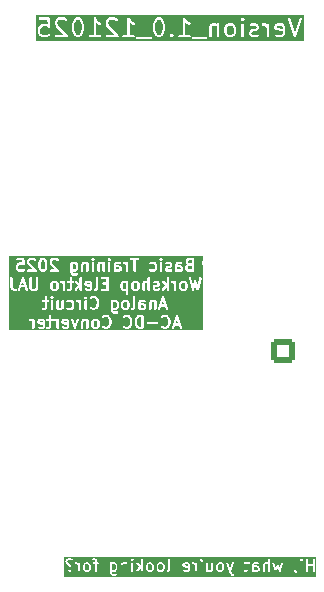
<source format=gbr>
%TF.GenerationSoftware,KiCad,Pcbnew,9.0.4*%
%TF.CreationDate,2025-10-17T22:53:12+07:00*%
%TF.ProjectId,AC DC converter LM317,41432044-4320-4636-9f6e-766572746572,rev?*%
%TF.SameCoordinates,Original*%
%TF.FileFunction,Legend,Bot*%
%TF.FilePolarity,Positive*%
%FSLAX46Y46*%
G04 Gerber Fmt 4.6, Leading zero omitted, Abs format (unit mm)*
G04 Created by KiCad (PCBNEW 9.0.4) date 2025-10-17 22:53:12*
%MOMM*%
%LPD*%
G01*
G04 APERTURE LIST*
G04 Aperture macros list*
%AMRoundRect*
0 Rectangle with rounded corners*
0 $1 Rounding radius*
0 $2 $3 $4 $5 $6 $7 $8 $9 X,Y pos of 4 corners*
0 Add a 4 corners polygon primitive as box body*
4,1,4,$2,$3,$4,$5,$6,$7,$8,$9,$2,$3,0*
0 Add four circle primitives for the rounded corners*
1,1,$1+$1,$2,$3*
1,1,$1+$1,$4,$5*
1,1,$1+$1,$6,$7*
1,1,$1+$1,$8,$9*
0 Add four rect primitives between the rounded corners*
20,1,$1+$1,$2,$3,$4,$5,0*
20,1,$1+$1,$4,$5,$6,$7,0*
20,1,$1+$1,$6,$7,$8,$9,0*
20,1,$1+$1,$8,$9,$2,$3,0*%
G04 Aperture macros list end*
%ADD10C,0.150000*%
%ADD11C,0.200000*%
%ADD12C,6.400000*%
%ADD13R,3.000000X3.000000*%
%ADD14C,3.000000*%
%ADD15RoundRect,0.249999X0.000000X-1.202083X1.202083X0.000000X0.000000X1.202083X-1.202083X0.000000X0*%
%ADD16C,2.200000*%
%ADD17C,1.600000*%
%ADD18R,1.905000X2.000000*%
%ADD19O,1.905000X2.000000*%
%ADD20RoundRect,0.250000X-0.750000X-0.750000X0.750000X-0.750000X0.750000X0.750000X-0.750000X0.750000X0*%
%ADD21C,2.000000*%
%ADD22RoundRect,0.249999X1.202083X0.000000X0.000000X1.202083X-1.202083X0.000000X0.000000X-1.202083X0*%
%ADD23O,1.500000X2.500000*%
%ADD24RoundRect,0.250000X0.750000X0.750000X-0.750000X0.750000X-0.750000X-0.750000X0.750000X-0.750000X0*%
%ADD25O,1.700000X2.500000*%
%ADD26O,4.000000X2.000000*%
%ADD27R,4.000000X2.000000*%
G04 APERTURE END LIST*
D10*
G36*
X25798429Y-48097410D02*
G01*
X25828836Y-48127817D01*
X25863094Y-48196333D01*
X25863094Y-48446637D01*
X25828835Y-48515153D01*
X25798428Y-48545561D01*
X25729913Y-48579819D01*
X25574847Y-48579819D01*
X25536904Y-48560847D01*
X25536904Y-48082123D01*
X25574847Y-48063152D01*
X25729913Y-48063152D01*
X25798429Y-48097410D01*
G37*
G36*
X23560333Y-48097410D02*
G01*
X23590740Y-48127817D01*
X23624998Y-48196333D01*
X23624998Y-48446637D01*
X23590739Y-48515153D01*
X23560332Y-48545561D01*
X23491817Y-48579819D01*
X23384370Y-48579819D01*
X23315854Y-48545561D01*
X23285447Y-48515153D01*
X23251189Y-48446637D01*
X23251189Y-48196333D01*
X23285447Y-48127817D01*
X23315854Y-48097410D01*
X23384370Y-48063152D01*
X23491817Y-48063152D01*
X23560333Y-48097410D01*
G37*
G36*
X28893667Y-48097410D02*
G01*
X28924074Y-48127817D01*
X28958332Y-48196333D01*
X28958332Y-48446637D01*
X28924073Y-48515153D01*
X28893666Y-48545561D01*
X28825151Y-48579819D01*
X28717704Y-48579819D01*
X28649188Y-48545561D01*
X28618781Y-48515153D01*
X28584523Y-48446637D01*
X28584523Y-48196333D01*
X28618781Y-48127817D01*
X28649188Y-48097410D01*
X28717704Y-48063152D01*
X28825151Y-48063152D01*
X28893667Y-48097410D01*
G37*
G36*
X29798429Y-48097410D02*
G01*
X29828836Y-48127817D01*
X29863094Y-48196333D01*
X29863094Y-48446637D01*
X29828835Y-48515153D01*
X29798428Y-48545561D01*
X29729913Y-48579819D01*
X29622466Y-48579819D01*
X29553950Y-48545561D01*
X29523543Y-48515153D01*
X29489285Y-48446637D01*
X29489285Y-48196333D01*
X29523543Y-48127817D01*
X29553950Y-48097410D01*
X29622466Y-48063152D01*
X29729913Y-48063152D01*
X29798429Y-48097410D01*
G37*
G36*
X31977431Y-48091672D02*
G01*
X32005952Y-48148714D01*
X32005952Y-48229999D01*
X31679762Y-48164761D01*
X31679762Y-48148714D01*
X31708282Y-48091672D01*
X31765324Y-48063152D01*
X31920390Y-48063152D01*
X31977431Y-48091672D01*
G37*
G36*
X34846049Y-48097410D02*
G01*
X34876456Y-48127817D01*
X34910714Y-48196333D01*
X34910714Y-48446637D01*
X34876455Y-48515153D01*
X34846048Y-48545561D01*
X34777533Y-48579819D01*
X34670086Y-48579819D01*
X34601570Y-48545561D01*
X34571163Y-48515153D01*
X34536905Y-48446637D01*
X34536905Y-48196333D01*
X34571163Y-48127817D01*
X34601570Y-48097410D01*
X34670086Y-48063152D01*
X34777533Y-48063152D01*
X34846049Y-48097410D01*
G37*
G36*
X37584953Y-48346203D02*
G01*
X37587642Y-48346394D01*
X37590131Y-48347425D01*
X37604763Y-48348866D01*
X37825153Y-48348866D01*
X37882194Y-48377386D01*
X37910715Y-48434428D01*
X37910715Y-48494256D01*
X37882194Y-48551298D01*
X37825153Y-48579819D01*
X37622468Y-48579819D01*
X37584525Y-48560847D01*
X37584525Y-48346039D01*
X37584953Y-48346203D01*
G37*
G36*
X42838492Y-49174263D02*
G01*
X21513887Y-49174263D01*
X21513887Y-48592569D01*
X21864534Y-48592569D01*
X21864534Y-48621832D01*
X21871766Y-48639291D01*
X21875733Y-48648868D01*
X21885060Y-48660233D01*
X21932679Y-48707852D01*
X21944044Y-48717179D01*
X21971080Y-48728378D01*
X21971081Y-48728378D01*
X22000343Y-48728378D01*
X22000344Y-48728378D01*
X22027380Y-48717179D01*
X22038745Y-48707852D01*
X22086364Y-48660233D01*
X22095691Y-48648868D01*
X22106890Y-48621832D01*
X22106890Y-48592569D01*
X22105686Y-48589662D01*
X22095692Y-48565533D01*
X22086364Y-48554167D01*
X22038746Y-48506548D01*
X22027380Y-48497220D01*
X22027379Y-48497219D01*
X22011542Y-48490659D01*
X22000344Y-48486021D01*
X22000343Y-48486021D01*
X21971080Y-48486021D01*
X21959882Y-48490659D01*
X21944045Y-48497219D01*
X21944044Y-48497220D01*
X21932678Y-48506548D01*
X21885059Y-48554168D01*
X21875732Y-48565533D01*
X21864534Y-48592569D01*
X21513887Y-48592569D01*
X21513887Y-47797676D01*
X21624998Y-47797676D01*
X21624998Y-47892914D01*
X21626439Y-47907546D01*
X21627470Y-47910035D01*
X21627661Y-47912723D01*
X21632916Y-47926455D01*
X21680535Y-48021693D01*
X21684499Y-48027992D01*
X21685257Y-48029820D01*
X21686945Y-48031876D01*
X21688367Y-48034136D01*
X21689865Y-48035435D01*
X21694584Y-48041185D01*
X21742203Y-48088804D01*
X21747952Y-48093522D01*
X21749252Y-48095021D01*
X21751511Y-48096442D01*
X21753568Y-48098131D01*
X21755395Y-48098888D01*
X21761695Y-48102853D01*
X21846047Y-48145029D01*
X21876454Y-48175436D01*
X21910712Y-48243952D01*
X21910712Y-48273866D01*
X21912153Y-48288498D01*
X21923352Y-48315534D01*
X21944044Y-48336226D01*
X21971080Y-48347425D01*
X22000344Y-48347425D01*
X22027380Y-48336226D01*
X22048072Y-48315534D01*
X22059271Y-48288498D01*
X22060712Y-48273866D01*
X22060712Y-48226247D01*
X22059271Y-48211615D01*
X22058240Y-48209126D01*
X22058049Y-48206437D01*
X22052794Y-48192706D01*
X22005175Y-48097468D01*
X22001210Y-48091168D01*
X22000453Y-48089341D01*
X21998764Y-48087284D01*
X21997343Y-48085025D01*
X21995844Y-48083725D01*
X21991126Y-48077976D01*
X21943507Y-48030357D01*
X21937757Y-48025638D01*
X21936458Y-48024140D01*
X21934198Y-48022718D01*
X21932142Y-48021030D01*
X21930314Y-48020272D01*
X21924015Y-48016308D01*
X21839663Y-47974132D01*
X21839051Y-47973520D01*
X22388344Y-47973520D01*
X22388344Y-48002784D01*
X22399543Y-48029820D01*
X22420235Y-48050512D01*
X22447271Y-48061711D01*
X22461903Y-48063152D01*
X22539436Y-48063152D01*
X22607952Y-48097410D01*
X22638359Y-48127817D01*
X22672617Y-48196333D01*
X22672617Y-48654819D01*
X22674058Y-48669451D01*
X22685257Y-48696487D01*
X22705949Y-48717179D01*
X22732985Y-48728378D01*
X22762249Y-48728378D01*
X22789285Y-48717179D01*
X22809977Y-48696487D01*
X22821176Y-48669451D01*
X22822617Y-48654819D01*
X22822617Y-48178628D01*
X23101189Y-48178628D01*
X23101189Y-48464342D01*
X23102630Y-48478974D01*
X23103661Y-48481463D01*
X23103852Y-48484151D01*
X23109107Y-48497883D01*
X23156726Y-48593121D01*
X23160689Y-48599417D01*
X23161447Y-48601247D01*
X23163136Y-48603305D01*
X23164558Y-48605564D01*
X23166056Y-48606863D01*
X23170774Y-48612612D01*
X23218393Y-48660232D01*
X23224142Y-48664950D01*
X23225443Y-48666450D01*
X23227702Y-48667872D01*
X23229759Y-48669560D01*
X23231586Y-48670317D01*
X23237886Y-48674282D01*
X23333124Y-48721901D01*
X23346855Y-48727156D01*
X23349544Y-48727347D01*
X23352033Y-48728378D01*
X23366665Y-48729819D01*
X23509522Y-48729819D01*
X23524154Y-48728378D01*
X23526643Y-48727346D01*
X23529331Y-48727156D01*
X23543063Y-48721901D01*
X23638301Y-48674282D01*
X23644600Y-48670317D01*
X23646428Y-48669560D01*
X23648484Y-48667872D01*
X23650744Y-48666450D01*
X23652044Y-48664950D01*
X23657794Y-48660232D01*
X23705412Y-48612613D01*
X23710130Y-48606863D01*
X23711629Y-48605564D01*
X23713050Y-48603305D01*
X23714740Y-48601247D01*
X23715497Y-48599417D01*
X23719461Y-48593121D01*
X23767080Y-48497883D01*
X23772335Y-48484152D01*
X23772526Y-48481462D01*
X23773557Y-48478974D01*
X23774998Y-48464342D01*
X23774998Y-48178628D01*
X23773557Y-48163996D01*
X23772526Y-48161507D01*
X23772335Y-48158818D01*
X23767080Y-48145087D01*
X23719461Y-48049849D01*
X23715496Y-48043549D01*
X23714739Y-48041722D01*
X23713050Y-48039665D01*
X23711629Y-48037406D01*
X23710130Y-48036106D01*
X23705412Y-48030357D01*
X23657793Y-47982738D01*
X23652043Y-47978019D01*
X23650744Y-47976521D01*
X23648484Y-47975099D01*
X23646428Y-47973411D01*
X23644600Y-47972653D01*
X23638301Y-47968689D01*
X23543063Y-47921070D01*
X23529331Y-47915815D01*
X23526643Y-47915624D01*
X23524154Y-47914593D01*
X23509522Y-47913152D01*
X23366665Y-47913152D01*
X23352033Y-47914593D01*
X23349544Y-47915623D01*
X23346855Y-47915815D01*
X23333124Y-47921070D01*
X23237886Y-47968689D01*
X23231586Y-47972653D01*
X23229759Y-47973411D01*
X23227702Y-47975099D01*
X23225443Y-47976521D01*
X23224143Y-47978019D01*
X23218394Y-47982738D01*
X23170775Y-48030357D01*
X23166056Y-48036106D01*
X23164558Y-48037406D01*
X23163136Y-48039665D01*
X23161448Y-48041722D01*
X23160690Y-48043549D01*
X23156726Y-48049849D01*
X23109107Y-48145087D01*
X23103852Y-48158819D01*
X23103661Y-48161506D01*
X23102630Y-48163996D01*
X23101189Y-48178628D01*
X22822617Y-48178628D01*
X22822617Y-47988152D01*
X22821176Y-47973520D01*
X22809977Y-47946484D01*
X22789285Y-47925792D01*
X22762249Y-47914593D01*
X22732985Y-47914593D01*
X22705949Y-47925792D01*
X22685257Y-47946484D01*
X22677751Y-47964604D01*
X22590682Y-47921070D01*
X22576950Y-47915815D01*
X22574262Y-47915624D01*
X22571773Y-47914593D01*
X22557141Y-47913152D01*
X22461903Y-47913152D01*
X22447271Y-47914593D01*
X22420235Y-47925792D01*
X22399543Y-47946484D01*
X22388344Y-47973520D01*
X21839051Y-47973520D01*
X21809256Y-47943725D01*
X21774998Y-47875209D01*
X21774998Y-47815381D01*
X21803518Y-47758339D01*
X21860560Y-47729819D01*
X22063245Y-47729819D01*
X22142647Y-47769520D01*
X22156378Y-47774775D01*
X22185568Y-47776849D01*
X22213330Y-47767595D01*
X22235437Y-47748422D01*
X22248525Y-47722247D01*
X22250599Y-47693057D01*
X22241345Y-47665296D01*
X22222172Y-47643188D01*
X22217404Y-47640187D01*
X23912154Y-47640187D01*
X23912154Y-47669451D01*
X23923353Y-47696487D01*
X23944045Y-47717179D01*
X23971081Y-47728378D01*
X23985713Y-47729819D01*
X24063246Y-47729819D01*
X24120287Y-47758339D01*
X24148808Y-47815381D01*
X24148808Y-47913152D01*
X23985713Y-47913152D01*
X23971081Y-47914593D01*
X23944045Y-47925792D01*
X23923353Y-47946484D01*
X23912154Y-47973520D01*
X23912154Y-48002784D01*
X23923353Y-48029820D01*
X23944045Y-48050512D01*
X23971081Y-48061711D01*
X23985713Y-48063152D01*
X24148808Y-48063152D01*
X24148808Y-48654819D01*
X24150249Y-48669451D01*
X24161448Y-48696487D01*
X24182140Y-48717179D01*
X24209176Y-48728378D01*
X24238440Y-48728378D01*
X24265476Y-48717179D01*
X24286168Y-48696487D01*
X24297367Y-48669451D01*
X24298808Y-48654819D01*
X24298808Y-48063152D01*
X24366665Y-48063152D01*
X24381297Y-48061711D01*
X24408333Y-48050512D01*
X24429025Y-48029820D01*
X24440224Y-48002784D01*
X24440224Y-47988152D01*
X25386904Y-47988152D01*
X25386904Y-48797676D01*
X25388345Y-48812308D01*
X25389376Y-48814797D01*
X25389567Y-48817485D01*
X25394822Y-48831217D01*
X25442441Y-48926455D01*
X25446405Y-48932754D01*
X25447163Y-48934582D01*
X25448851Y-48936638D01*
X25450273Y-48938898D01*
X25451771Y-48940197D01*
X25456490Y-48945947D01*
X25504109Y-48993566D01*
X25509858Y-48998284D01*
X25511158Y-48999783D01*
X25513417Y-49001204D01*
X25515474Y-49002893D01*
X25517301Y-49003650D01*
X25523601Y-49007615D01*
X25618839Y-49055234D01*
X25632570Y-49060489D01*
X25635259Y-49060680D01*
X25637748Y-49061711D01*
X25652380Y-49063152D01*
X25795237Y-49063152D01*
X25809869Y-49061711D01*
X25812358Y-49060679D01*
X25815046Y-49060489D01*
X25828778Y-49055234D01*
X25924016Y-49007615D01*
X25936459Y-48999783D01*
X25955632Y-48977675D01*
X25964886Y-48949914D01*
X25962812Y-48920724D01*
X25949724Y-48894549D01*
X25927617Y-48875376D01*
X25899855Y-48866122D01*
X25870665Y-48868196D01*
X25856934Y-48873451D01*
X25777532Y-48913152D01*
X25670085Y-48913152D01*
X25601569Y-48878894D01*
X25571162Y-48848487D01*
X25536904Y-48779971D01*
X25536904Y-48726992D01*
X25537332Y-48727156D01*
X25540021Y-48727347D01*
X25542510Y-48728378D01*
X25557142Y-48729819D01*
X25747618Y-48729819D01*
X25762250Y-48728378D01*
X25764739Y-48727346D01*
X25767427Y-48727156D01*
X25781159Y-48721901D01*
X25876397Y-48674282D01*
X25882696Y-48670317D01*
X25884524Y-48669560D01*
X25886580Y-48667872D01*
X25888840Y-48666450D01*
X25890140Y-48664950D01*
X25895890Y-48660232D01*
X25943508Y-48612613D01*
X25948226Y-48606863D01*
X25949725Y-48605564D01*
X25951146Y-48603305D01*
X25952836Y-48601247D01*
X25953593Y-48599417D01*
X25957557Y-48593121D01*
X26005176Y-48497883D01*
X26010431Y-48484152D01*
X26010622Y-48481462D01*
X26011653Y-48478974D01*
X26013094Y-48464342D01*
X26013094Y-48178628D01*
X26011653Y-48163996D01*
X26010622Y-48161507D01*
X26010431Y-48158818D01*
X26005176Y-48145087D01*
X25998137Y-48131009D01*
X26291666Y-48131009D01*
X26291666Y-48654819D01*
X26293107Y-48669451D01*
X26304306Y-48696487D01*
X26324998Y-48717179D01*
X26352034Y-48728378D01*
X26381298Y-48728378D01*
X26408334Y-48717179D01*
X26429026Y-48696487D01*
X26440225Y-48669451D01*
X26441666Y-48654819D01*
X26441666Y-48148714D01*
X26470186Y-48091672D01*
X26527228Y-48063152D01*
X26634675Y-48063152D01*
X26703191Y-48097410D01*
X26720237Y-48114456D01*
X26720237Y-48654819D01*
X26721678Y-48669451D01*
X26732877Y-48696487D01*
X26753569Y-48717179D01*
X26780605Y-48728378D01*
X26809869Y-48728378D01*
X26836905Y-48717179D01*
X26857597Y-48696487D01*
X26868796Y-48669451D01*
X26870237Y-48654819D01*
X26870237Y-47988152D01*
X27196427Y-47988152D01*
X27196427Y-48654819D01*
X27197868Y-48669451D01*
X27209067Y-48696487D01*
X27229759Y-48717179D01*
X27256795Y-48728378D01*
X27286059Y-48728378D01*
X27313095Y-48717179D01*
X27333787Y-48696487D01*
X27344986Y-48669451D01*
X27346427Y-48654819D01*
X27346427Y-48650737D01*
X27625110Y-48650737D01*
X27629249Y-48679706D01*
X27644158Y-48704887D01*
X27667569Y-48722445D01*
X27695917Y-48729708D01*
X27724886Y-48725569D01*
X27750067Y-48710660D01*
X27759999Y-48699819D01*
X27993827Y-48388046D01*
X28005951Y-48400170D01*
X28005951Y-48654819D01*
X28007392Y-48669451D01*
X28018591Y-48696487D01*
X28039283Y-48717179D01*
X28066319Y-48728378D01*
X28095583Y-48728378D01*
X28122619Y-48717179D01*
X28143311Y-48696487D01*
X28154510Y-48669451D01*
X28155951Y-48654819D01*
X28155951Y-48178628D01*
X28434523Y-48178628D01*
X28434523Y-48464342D01*
X28435964Y-48478974D01*
X28436995Y-48481463D01*
X28437186Y-48484151D01*
X28442441Y-48497883D01*
X28490060Y-48593121D01*
X28494023Y-48599417D01*
X28494781Y-48601247D01*
X28496470Y-48603305D01*
X28497892Y-48605564D01*
X28499390Y-48606863D01*
X28504108Y-48612612D01*
X28551727Y-48660232D01*
X28557476Y-48664950D01*
X28558777Y-48666450D01*
X28561036Y-48667872D01*
X28563093Y-48669560D01*
X28564920Y-48670317D01*
X28571220Y-48674282D01*
X28666458Y-48721901D01*
X28680189Y-48727156D01*
X28682878Y-48727347D01*
X28685367Y-48728378D01*
X28699999Y-48729819D01*
X28842856Y-48729819D01*
X28857488Y-48728378D01*
X28859977Y-48727346D01*
X28862665Y-48727156D01*
X28876397Y-48721901D01*
X28971635Y-48674282D01*
X28977934Y-48670317D01*
X28979762Y-48669560D01*
X28981818Y-48667872D01*
X28984078Y-48666450D01*
X28985378Y-48664950D01*
X28991128Y-48660232D01*
X29038746Y-48612613D01*
X29043464Y-48606863D01*
X29044963Y-48605564D01*
X29046384Y-48603305D01*
X29048074Y-48601247D01*
X29048831Y-48599417D01*
X29052795Y-48593121D01*
X29100414Y-48497883D01*
X29105669Y-48484152D01*
X29105860Y-48481462D01*
X29106891Y-48478974D01*
X29108332Y-48464342D01*
X29108332Y-48178628D01*
X29339285Y-48178628D01*
X29339285Y-48464342D01*
X29340726Y-48478974D01*
X29341757Y-48481463D01*
X29341948Y-48484151D01*
X29347203Y-48497883D01*
X29394822Y-48593121D01*
X29398785Y-48599417D01*
X29399543Y-48601247D01*
X29401232Y-48603305D01*
X29402654Y-48605564D01*
X29404152Y-48606863D01*
X29408870Y-48612612D01*
X29456489Y-48660232D01*
X29462238Y-48664950D01*
X29463539Y-48666450D01*
X29465798Y-48667872D01*
X29467855Y-48669560D01*
X29469682Y-48670317D01*
X29475982Y-48674282D01*
X29571220Y-48721901D01*
X29584951Y-48727156D01*
X29587640Y-48727347D01*
X29590129Y-48728378D01*
X29604761Y-48729819D01*
X29747618Y-48729819D01*
X29762250Y-48728378D01*
X29764739Y-48727346D01*
X29767427Y-48727156D01*
X29781159Y-48721901D01*
X29876397Y-48674282D01*
X29882696Y-48670317D01*
X29884524Y-48669560D01*
X29886580Y-48667872D01*
X29888840Y-48666450D01*
X29890140Y-48664950D01*
X29895890Y-48660232D01*
X29910684Y-48645438D01*
X30197017Y-48645438D01*
X30199091Y-48674628D01*
X30212178Y-48700803D01*
X30234286Y-48719976D01*
X30262047Y-48729230D01*
X30291237Y-48727156D01*
X30304969Y-48721901D01*
X30400207Y-48674282D01*
X30402654Y-48672741D01*
X30403808Y-48672357D01*
X30405244Y-48671111D01*
X30412650Y-48666450D01*
X30418811Y-48659345D01*
X30425916Y-48653184D01*
X30430577Y-48645778D01*
X30431823Y-48644342D01*
X30432207Y-48643188D01*
X30433748Y-48640741D01*
X30481367Y-48545502D01*
X30486622Y-48531770D01*
X30486812Y-48529082D01*
X30487844Y-48526593D01*
X30489285Y-48511961D01*
X30489285Y-48131009D01*
X31529762Y-48131009D01*
X31529762Y-48226247D01*
X31531203Y-48240879D01*
X31534014Y-48247667D01*
X31535441Y-48254876D01*
X31539560Y-48261055D01*
X31542402Y-48267915D01*
X31547597Y-48273110D01*
X31551673Y-48279224D01*
X31557843Y-48283356D01*
X31563094Y-48288607D01*
X31569882Y-48291418D01*
X31575988Y-48295508D01*
X31590053Y-48299791D01*
X32005952Y-48382969D01*
X32005952Y-48494256D01*
X31977431Y-48551298D01*
X31920390Y-48579819D01*
X31765324Y-48579819D01*
X31685922Y-48540118D01*
X31672190Y-48534863D01*
X31643000Y-48532789D01*
X31615239Y-48542043D01*
X31593131Y-48561216D01*
X31580044Y-48587391D01*
X31577970Y-48616581D01*
X31587224Y-48644342D01*
X31606397Y-48666450D01*
X31618840Y-48674282D01*
X31714078Y-48721901D01*
X31727809Y-48727156D01*
X31730498Y-48727347D01*
X31732987Y-48728378D01*
X31747619Y-48729819D01*
X31938095Y-48729819D01*
X31952727Y-48728378D01*
X31955216Y-48727346D01*
X31957904Y-48727156D01*
X31971636Y-48721901D01*
X32066874Y-48674282D01*
X32069321Y-48672741D01*
X32070475Y-48672357D01*
X32071911Y-48671111D01*
X32079317Y-48666450D01*
X32085478Y-48659345D01*
X32092583Y-48653184D01*
X32097244Y-48645778D01*
X32098490Y-48644342D01*
X32098874Y-48643188D01*
X32100415Y-48640741D01*
X32148034Y-48545502D01*
X32153289Y-48531770D01*
X32153479Y-48529082D01*
X32154511Y-48526593D01*
X32155952Y-48511961D01*
X32155952Y-48131009D01*
X32154511Y-48116377D01*
X32153480Y-48113888D01*
X32153289Y-48111199D01*
X32148034Y-48097468D01*
X32100415Y-48002230D01*
X32098874Y-47999782D01*
X32098490Y-47998629D01*
X32097244Y-47997192D01*
X32092583Y-47989787D01*
X32085478Y-47983625D01*
X32079317Y-47976521D01*
X32074550Y-47973520D01*
X32293108Y-47973520D01*
X32293108Y-48002784D01*
X32304307Y-48029820D01*
X32324999Y-48050512D01*
X32352035Y-48061711D01*
X32366667Y-48063152D01*
X32444200Y-48063152D01*
X32512716Y-48097410D01*
X32543123Y-48127817D01*
X32577381Y-48196333D01*
X32577381Y-48654819D01*
X32578822Y-48669451D01*
X32590021Y-48696487D01*
X32610713Y-48717179D01*
X32637749Y-48728378D01*
X32667013Y-48728378D01*
X32694049Y-48717179D01*
X32714741Y-48696487D01*
X32725940Y-48669451D01*
X32727381Y-48654819D01*
X32727381Y-47988152D01*
X33529762Y-47988152D01*
X33529762Y-48654819D01*
X33531203Y-48669451D01*
X33542402Y-48696487D01*
X33563094Y-48717179D01*
X33590130Y-48728378D01*
X33619394Y-48728378D01*
X33646430Y-48717179D01*
X33665831Y-48697777D01*
X33714078Y-48721901D01*
X33727809Y-48727156D01*
X33730498Y-48727347D01*
X33732987Y-48728378D01*
X33747619Y-48729819D01*
X33890476Y-48729819D01*
X33905108Y-48728378D01*
X33907597Y-48727346D01*
X33910285Y-48727156D01*
X33924017Y-48721901D01*
X34019255Y-48674282D01*
X34021702Y-48672741D01*
X34022856Y-48672357D01*
X34024292Y-48671111D01*
X34031698Y-48666450D01*
X34037859Y-48659345D01*
X34044964Y-48653184D01*
X34049625Y-48645778D01*
X34050871Y-48644342D01*
X34051255Y-48643188D01*
X34052796Y-48640741D01*
X34100415Y-48545502D01*
X34105670Y-48531770D01*
X34105860Y-48529082D01*
X34106892Y-48526593D01*
X34108333Y-48511961D01*
X34108333Y-48178628D01*
X34386905Y-48178628D01*
X34386905Y-48464342D01*
X34388346Y-48478974D01*
X34389377Y-48481463D01*
X34389568Y-48484151D01*
X34394823Y-48497883D01*
X34442442Y-48593121D01*
X34446405Y-48599417D01*
X34447163Y-48601247D01*
X34448852Y-48603305D01*
X34450274Y-48605564D01*
X34451772Y-48606863D01*
X34456490Y-48612612D01*
X34504109Y-48660232D01*
X34509858Y-48664950D01*
X34511159Y-48666450D01*
X34513418Y-48667872D01*
X34515475Y-48669560D01*
X34517302Y-48670317D01*
X34523602Y-48674282D01*
X34618840Y-48721901D01*
X34632571Y-48727156D01*
X34635260Y-48727347D01*
X34637749Y-48728378D01*
X34652381Y-48729819D01*
X34795238Y-48729819D01*
X34809870Y-48728378D01*
X34812359Y-48727346D01*
X34815047Y-48727156D01*
X34828779Y-48721901D01*
X34924017Y-48674282D01*
X34930316Y-48670317D01*
X34932144Y-48669560D01*
X34934200Y-48667872D01*
X34936460Y-48666450D01*
X34937760Y-48664950D01*
X34943510Y-48660232D01*
X34991128Y-48612613D01*
X34995846Y-48606863D01*
X34997345Y-48605564D01*
X34998766Y-48603305D01*
X35000456Y-48601247D01*
X35001213Y-48599417D01*
X35005177Y-48593121D01*
X35052796Y-48497883D01*
X35058051Y-48484152D01*
X35058242Y-48481462D01*
X35059273Y-48478974D01*
X35060714Y-48464342D01*
X35060714Y-48178628D01*
X35059273Y-48163996D01*
X35058242Y-48161507D01*
X35058051Y-48158818D01*
X35052796Y-48145087D01*
X35005177Y-48049849D01*
X35001212Y-48043549D01*
X35000455Y-48041722D01*
X34998766Y-48039665D01*
X34997345Y-48037406D01*
X34995846Y-48036106D01*
X34991128Y-48030357D01*
X34959884Y-47999113D01*
X35244853Y-47999113D01*
X35248417Y-48013377D01*
X35486512Y-48680044D01*
X35487114Y-48681319D01*
X35487507Y-48682673D01*
X35582745Y-48920768D01*
X35589517Y-48933818D01*
X35589842Y-48934151D01*
X35590021Y-48934582D01*
X35599348Y-48945947D01*
X35646967Y-48993566D01*
X35652716Y-48998284D01*
X35654016Y-48999783D01*
X35656275Y-49001204D01*
X35658332Y-49002893D01*
X35660159Y-49003650D01*
X35666459Y-49007615D01*
X35761697Y-49055234D01*
X35775428Y-49060489D01*
X35804618Y-49062563D01*
X35832380Y-49053309D01*
X35854487Y-49034136D01*
X35867575Y-49007961D01*
X35869649Y-48978771D01*
X35860395Y-48951010D01*
X35841222Y-48928902D01*
X35828779Y-48921070D01*
X35744427Y-48878894D01*
X35716299Y-48850766D01*
X35637319Y-48653316D01*
X35865869Y-48013377D01*
X35869433Y-47999113D01*
X35868160Y-47973520D01*
X36721680Y-47973520D01*
X36721680Y-48002784D01*
X36732879Y-48029820D01*
X36753571Y-48050512D01*
X36780607Y-48061711D01*
X36795239Y-48063152D01*
X36958334Y-48063152D01*
X36958334Y-48494256D01*
X36929813Y-48551298D01*
X36872772Y-48579819D01*
X36795239Y-48579819D01*
X36780607Y-48581260D01*
X36753571Y-48592459D01*
X36732879Y-48613151D01*
X36721680Y-48640187D01*
X36721680Y-48669451D01*
X36732879Y-48696487D01*
X36753571Y-48717179D01*
X36780607Y-48728378D01*
X36795239Y-48729819D01*
X36890477Y-48729819D01*
X36905109Y-48728378D01*
X36907598Y-48727346D01*
X36910286Y-48727156D01*
X36924018Y-48721901D01*
X37019256Y-48674282D01*
X37021703Y-48672741D01*
X37022857Y-48672357D01*
X37024293Y-48671111D01*
X37031699Y-48666450D01*
X37037860Y-48659345D01*
X37044965Y-48653184D01*
X37049626Y-48645778D01*
X37050872Y-48644342D01*
X37051256Y-48643188D01*
X37052797Y-48640741D01*
X37100416Y-48545502D01*
X37105671Y-48531770D01*
X37105861Y-48529082D01*
X37106893Y-48526593D01*
X37108334Y-48511961D01*
X37108334Y-48131009D01*
X37434525Y-48131009D01*
X37434525Y-48654819D01*
X37435966Y-48669451D01*
X37447165Y-48696487D01*
X37467857Y-48717179D01*
X37494893Y-48728378D01*
X37524157Y-48728378D01*
X37551193Y-48717179D01*
X37554721Y-48713650D01*
X37571222Y-48721901D01*
X37584953Y-48727156D01*
X37587642Y-48727347D01*
X37590131Y-48728378D01*
X37604763Y-48729819D01*
X37842858Y-48729819D01*
X37857490Y-48728378D01*
X37859979Y-48727346D01*
X37862667Y-48727156D01*
X37876399Y-48721901D01*
X37971637Y-48674282D01*
X37974084Y-48672741D01*
X37975238Y-48672357D01*
X37976674Y-48671111D01*
X37984080Y-48666450D01*
X37990241Y-48659345D01*
X37997346Y-48653184D01*
X38002007Y-48645778D01*
X38003253Y-48644342D01*
X38003637Y-48643188D01*
X38005178Y-48640741D01*
X38052797Y-48545502D01*
X38058052Y-48531770D01*
X38058242Y-48529082D01*
X38059274Y-48526593D01*
X38060715Y-48511961D01*
X38060715Y-48416723D01*
X38059274Y-48402091D01*
X38058243Y-48399602D01*
X38058052Y-48396913D01*
X38052797Y-48383182D01*
X38005178Y-48287944D01*
X38003637Y-48285496D01*
X38003253Y-48284343D01*
X38002007Y-48282906D01*
X37997346Y-48275501D01*
X37990241Y-48269339D01*
X37984080Y-48262235D01*
X37976674Y-48257573D01*
X37975238Y-48256328D01*
X37974084Y-48255943D01*
X37971637Y-48254403D01*
X37876399Y-48206784D01*
X37862667Y-48201529D01*
X37859979Y-48201338D01*
X37857490Y-48200307D01*
X37842858Y-48198866D01*
X37622468Y-48198866D01*
X37584525Y-48179894D01*
X37584525Y-48148714D01*
X37593377Y-48131009D01*
X38339287Y-48131009D01*
X38339287Y-48654819D01*
X38340728Y-48669451D01*
X38351927Y-48696487D01*
X38372619Y-48717179D01*
X38399655Y-48728378D01*
X38428919Y-48728378D01*
X38455955Y-48717179D01*
X38476647Y-48696487D01*
X38487846Y-48669451D01*
X38489287Y-48654819D01*
X38489287Y-48148714D01*
X38517807Y-48091672D01*
X38574849Y-48063152D01*
X38682296Y-48063152D01*
X38750812Y-48097410D01*
X38767858Y-48114456D01*
X38767858Y-48654819D01*
X38769299Y-48669451D01*
X38780498Y-48696487D01*
X38801190Y-48717179D01*
X38828226Y-48728378D01*
X38857490Y-48728378D01*
X38884526Y-48717179D01*
X38905218Y-48696487D01*
X38916417Y-48669451D01*
X38917858Y-48654819D01*
X38917858Y-47994291D01*
X39149063Y-47994291D01*
X39151697Y-48008756D01*
X39342173Y-48675423D01*
X39347578Y-48689096D01*
X39350553Y-48692843D01*
X39352439Y-48697244D01*
X39359576Y-48704209D01*
X39365773Y-48712015D01*
X39369954Y-48714338D01*
X39373382Y-48717683D01*
X39382641Y-48721386D01*
X39391354Y-48726227D01*
X39396108Y-48726773D01*
X39400553Y-48728551D01*
X39410523Y-48728429D01*
X39420426Y-48729567D01*
X39425027Y-48728252D01*
X39429815Y-48728194D01*
X39438980Y-48724265D01*
X39448564Y-48721528D01*
X39452311Y-48718552D01*
X39456712Y-48716667D01*
X39463677Y-48709529D01*
X39471483Y-48703333D01*
X39473806Y-48699151D01*
X39477151Y-48695724D01*
X39483923Y-48682673D01*
X39604763Y-48380572D01*
X39725603Y-48682673D01*
X39732375Y-48695723D01*
X39735718Y-48699148D01*
X39738043Y-48703333D01*
X39745852Y-48709532D01*
X39752814Y-48716666D01*
X39757212Y-48718551D01*
X39760962Y-48721528D01*
X39770547Y-48724266D01*
X39779711Y-48728194D01*
X39784498Y-48728252D01*
X39789100Y-48729567D01*
X39799002Y-48728429D01*
X39808973Y-48728551D01*
X39813416Y-48726773D01*
X39818172Y-48726227D01*
X39826890Y-48721383D01*
X39836143Y-48717682D01*
X39839567Y-48714340D01*
X39843753Y-48712015D01*
X39849951Y-48704206D01*
X39857087Y-48697244D01*
X39858972Y-48692843D01*
X39861948Y-48689096D01*
X39867353Y-48675423D01*
X39886845Y-48607200D01*
X41005953Y-48607200D01*
X41005953Y-48654819D01*
X41007394Y-48669451D01*
X41008425Y-48671940D01*
X41008616Y-48674628D01*
X41013871Y-48688360D01*
X41061490Y-48783598D01*
X41065454Y-48789897D01*
X41066212Y-48791725D01*
X41067900Y-48793781D01*
X41069322Y-48796041D01*
X41070820Y-48797340D01*
X41075539Y-48803090D01*
X41123158Y-48850709D01*
X41134523Y-48860036D01*
X41161559Y-48871235D01*
X41190822Y-48871235D01*
X41217858Y-48860036D01*
X41238551Y-48839343D01*
X41249750Y-48812307D01*
X41249750Y-48783044D01*
X41238551Y-48756008D01*
X41229224Y-48744643D01*
X41190211Y-48705630D01*
X41155953Y-48637114D01*
X41155953Y-48607200D01*
X41154512Y-48592568D01*
X41143313Y-48565532D01*
X41122621Y-48544840D01*
X41095585Y-48533641D01*
X41066321Y-48533641D01*
X41039285Y-48544840D01*
X41018593Y-48565532D01*
X41007394Y-48592568D01*
X41005953Y-48607200D01*
X39886845Y-48607200D01*
X40057829Y-48008756D01*
X40060463Y-47994291D01*
X40059758Y-47988152D01*
X41529762Y-47988152D01*
X41529762Y-48654819D01*
X41531203Y-48669451D01*
X41542402Y-48696487D01*
X41563094Y-48717179D01*
X41590130Y-48728378D01*
X41619394Y-48728378D01*
X41646430Y-48717179D01*
X41667122Y-48696487D01*
X41678321Y-48669451D01*
X41679762Y-48654819D01*
X41679762Y-47988152D01*
X41678321Y-47973520D01*
X41667122Y-47946484D01*
X41646430Y-47925792D01*
X41619394Y-47914593D01*
X41590130Y-47914593D01*
X41563094Y-47925792D01*
X41542402Y-47946484D01*
X41531203Y-47973520D01*
X41529762Y-47988152D01*
X40059758Y-47988152D01*
X40057123Y-47965219D01*
X40042911Y-47939638D01*
X40019992Y-47921443D01*
X39991854Y-47913404D01*
X39962782Y-47916744D01*
X39937201Y-47930956D01*
X39919006Y-47953875D01*
X39913601Y-47967548D01*
X39783395Y-48423266D01*
X39674399Y-48150774D01*
X39667627Y-48137723D01*
X39666976Y-48137056D01*
X39666611Y-48136203D01*
X39656800Y-48126629D01*
X39647188Y-48116780D01*
X39646330Y-48116412D01*
X39645667Y-48115765D01*
X39632935Y-48110671D01*
X39620291Y-48105253D01*
X39619361Y-48105241D01*
X39618497Y-48104896D01*
X39604763Y-48105063D01*
X39591029Y-48104896D01*
X39590164Y-48105241D01*
X39589235Y-48105253D01*
X39576633Y-48110654D01*
X39563858Y-48115764D01*
X39563190Y-48116415D01*
X39562338Y-48116781D01*
X39552765Y-48126589D01*
X39542915Y-48136203D01*
X39542548Y-48137058D01*
X39541899Y-48137724D01*
X39535127Y-48150774D01*
X39426130Y-48423266D01*
X39295925Y-47967548D01*
X39290520Y-47953875D01*
X39272325Y-47930956D01*
X39246744Y-47916744D01*
X39217672Y-47913404D01*
X39189534Y-47921443D01*
X39166615Y-47939638D01*
X39152403Y-47965219D01*
X39149063Y-47994291D01*
X38917858Y-47994291D01*
X38917858Y-47687807D01*
X41483584Y-47687807D01*
X41483584Y-47717069D01*
X41494783Y-47744106D01*
X41504110Y-47755471D01*
X41551729Y-47803090D01*
X41563094Y-47812417D01*
X41590130Y-47823616D01*
X41590131Y-47823616D01*
X41619393Y-47823616D01*
X41619394Y-47823616D01*
X41646430Y-47812417D01*
X41657795Y-47803090D01*
X41705414Y-47755471D01*
X41714741Y-47744106D01*
X41725940Y-47717070D01*
X41725940Y-47687807D01*
X41718337Y-47669451D01*
X41714741Y-47660770D01*
X41709857Y-47654819D01*
X42005953Y-47654819D01*
X42005953Y-48654819D01*
X42007394Y-48669451D01*
X42018593Y-48696487D01*
X42039285Y-48717179D01*
X42066321Y-48728378D01*
X42095585Y-48728378D01*
X42122621Y-48717179D01*
X42143313Y-48696487D01*
X42154512Y-48669451D01*
X42155953Y-48654819D01*
X42155953Y-48206009D01*
X42577381Y-48206009D01*
X42577381Y-48654819D01*
X42578822Y-48669451D01*
X42590021Y-48696487D01*
X42610713Y-48717179D01*
X42637749Y-48728378D01*
X42667013Y-48728378D01*
X42694049Y-48717179D01*
X42714741Y-48696487D01*
X42725940Y-48669451D01*
X42727381Y-48654819D01*
X42727381Y-47654819D01*
X42725940Y-47640187D01*
X42714741Y-47613151D01*
X42694049Y-47592459D01*
X42667013Y-47581260D01*
X42637749Y-47581260D01*
X42610713Y-47592459D01*
X42590021Y-47613151D01*
X42578822Y-47640187D01*
X42577381Y-47654819D01*
X42577381Y-48056009D01*
X42155953Y-48056009D01*
X42155953Y-47654819D01*
X42154512Y-47640187D01*
X42143313Y-47613151D01*
X42122621Y-47592459D01*
X42095585Y-47581260D01*
X42066321Y-47581260D01*
X42039285Y-47592459D01*
X42018593Y-47613151D01*
X42007394Y-47640187D01*
X42005953Y-47654819D01*
X41709857Y-47654819D01*
X41705414Y-47649405D01*
X41657795Y-47601786D01*
X41646430Y-47592459D01*
X41619394Y-47581260D01*
X41619393Y-47581260D01*
X41590130Y-47581260D01*
X41563094Y-47592459D01*
X41551729Y-47601786D01*
X41504110Y-47649405D01*
X41494783Y-47660770D01*
X41483584Y-47687807D01*
X38917858Y-47687807D01*
X38917858Y-47654819D01*
X38916417Y-47640187D01*
X38905218Y-47613151D01*
X38884526Y-47592459D01*
X38857490Y-47581260D01*
X38828226Y-47581260D01*
X38801190Y-47592459D01*
X38780498Y-47613151D01*
X38769299Y-47640187D01*
X38767858Y-47654819D01*
X38767858Y-47938228D01*
X38733542Y-47921070D01*
X38719810Y-47915815D01*
X38717122Y-47915624D01*
X38714633Y-47914593D01*
X38700001Y-47913152D01*
X38557144Y-47913152D01*
X38542512Y-47914593D01*
X38540023Y-47915623D01*
X38537334Y-47915815D01*
X38523603Y-47921070D01*
X38428365Y-47968689D01*
X38425917Y-47970229D01*
X38424764Y-47970614D01*
X38423327Y-47971859D01*
X38415922Y-47976521D01*
X38409760Y-47983625D01*
X38402656Y-47989787D01*
X38397994Y-47997192D01*
X38396749Y-47998629D01*
X38396364Y-47999782D01*
X38394824Y-48002230D01*
X38347205Y-48097468D01*
X38341950Y-48111200D01*
X38341759Y-48113887D01*
X38340728Y-48116377D01*
X38339287Y-48131009D01*
X37593377Y-48131009D01*
X37613045Y-48091672D01*
X37670087Y-48063152D01*
X37825153Y-48063152D01*
X37904555Y-48102853D01*
X37918286Y-48108108D01*
X37947476Y-48110182D01*
X37975238Y-48100928D01*
X37997345Y-48081755D01*
X38010433Y-48055580D01*
X38012507Y-48026390D01*
X38003253Y-47998629D01*
X37984080Y-47976521D01*
X37971637Y-47968689D01*
X37876399Y-47921070D01*
X37862667Y-47915815D01*
X37859979Y-47915624D01*
X37857490Y-47914593D01*
X37842858Y-47913152D01*
X37652382Y-47913152D01*
X37637750Y-47914593D01*
X37635261Y-47915623D01*
X37632572Y-47915815D01*
X37618841Y-47921070D01*
X37523603Y-47968689D01*
X37521155Y-47970229D01*
X37520002Y-47970614D01*
X37518565Y-47971859D01*
X37511160Y-47976521D01*
X37504998Y-47983625D01*
X37497894Y-47989787D01*
X37493232Y-47997192D01*
X37491987Y-47998629D01*
X37491602Y-47999782D01*
X37490062Y-48002230D01*
X37442443Y-48097468D01*
X37437188Y-48111200D01*
X37436997Y-48113887D01*
X37435966Y-48116377D01*
X37434525Y-48131009D01*
X37108334Y-48131009D01*
X37108334Y-48063152D01*
X37176191Y-48063152D01*
X37190823Y-48061711D01*
X37217859Y-48050512D01*
X37238551Y-48029820D01*
X37249750Y-48002784D01*
X37249750Y-47973520D01*
X37238551Y-47946484D01*
X37217859Y-47925792D01*
X37190823Y-47914593D01*
X37176191Y-47913152D01*
X37108334Y-47913152D01*
X37108334Y-47654819D01*
X37106893Y-47640187D01*
X37095694Y-47613151D01*
X37075002Y-47592459D01*
X37047966Y-47581260D01*
X37018702Y-47581260D01*
X36991666Y-47592459D01*
X36970974Y-47613151D01*
X36959775Y-47640187D01*
X36958334Y-47654819D01*
X36958334Y-47913152D01*
X36795239Y-47913152D01*
X36780607Y-47914593D01*
X36753571Y-47925792D01*
X36732879Y-47946484D01*
X36721680Y-47973520D01*
X35868160Y-47973520D01*
X35867979Y-47969886D01*
X35855452Y-47943440D01*
X35833758Y-47923800D01*
X35806199Y-47913957D01*
X35776971Y-47915411D01*
X35750525Y-47927938D01*
X35730886Y-47949632D01*
X35724607Y-47962927D01*
X35557143Y-48431826D01*
X35389679Y-47962927D01*
X35383400Y-47949632D01*
X35363761Y-47927938D01*
X35337315Y-47915411D01*
X35308087Y-47913957D01*
X35280528Y-47923800D01*
X35258834Y-47943439D01*
X35246307Y-47969885D01*
X35244853Y-47999113D01*
X34959884Y-47999113D01*
X34943509Y-47982738D01*
X34937759Y-47978019D01*
X34936460Y-47976521D01*
X34934200Y-47975099D01*
X34932144Y-47973411D01*
X34930316Y-47972653D01*
X34924017Y-47968689D01*
X34828779Y-47921070D01*
X34815047Y-47915815D01*
X34812359Y-47915624D01*
X34809870Y-47914593D01*
X34795238Y-47913152D01*
X34652381Y-47913152D01*
X34637749Y-47914593D01*
X34635260Y-47915623D01*
X34632571Y-47915815D01*
X34618840Y-47921070D01*
X34523602Y-47968689D01*
X34517302Y-47972653D01*
X34515475Y-47973411D01*
X34513418Y-47975099D01*
X34511159Y-47976521D01*
X34509859Y-47978019D01*
X34504110Y-47982738D01*
X34456491Y-48030357D01*
X34451772Y-48036106D01*
X34450274Y-48037406D01*
X34448852Y-48039665D01*
X34447164Y-48041722D01*
X34446406Y-48043549D01*
X34442442Y-48049849D01*
X34394823Y-48145087D01*
X34389568Y-48158819D01*
X34389377Y-48161506D01*
X34388346Y-48163996D01*
X34386905Y-48178628D01*
X34108333Y-48178628D01*
X34108333Y-47988152D01*
X34106892Y-47973520D01*
X34095693Y-47946484D01*
X34075001Y-47925792D01*
X34047965Y-47914593D01*
X34018701Y-47914593D01*
X33991665Y-47925792D01*
X33970973Y-47946484D01*
X33959774Y-47973520D01*
X33958333Y-47988152D01*
X33958333Y-48494256D01*
X33929812Y-48551298D01*
X33872771Y-48579819D01*
X33765324Y-48579819D01*
X33696808Y-48545561D01*
X33679762Y-48528514D01*
X33679762Y-47988152D01*
X33678321Y-47973520D01*
X33667122Y-47946484D01*
X33646430Y-47925792D01*
X33619394Y-47914593D01*
X33590130Y-47914593D01*
X33563094Y-47925792D01*
X33542402Y-47946484D01*
X33531203Y-47973520D01*
X33529762Y-47988152D01*
X32727381Y-47988152D01*
X32725940Y-47973520D01*
X32714741Y-47946484D01*
X32694049Y-47925792D01*
X32667013Y-47914593D01*
X32637749Y-47914593D01*
X32610713Y-47925792D01*
X32590021Y-47946484D01*
X32582515Y-47964604D01*
X32495446Y-47921070D01*
X32481714Y-47915815D01*
X32479026Y-47915624D01*
X32476537Y-47914593D01*
X32461905Y-47913152D01*
X32366667Y-47913152D01*
X32352035Y-47914593D01*
X32324999Y-47925792D01*
X32304307Y-47946484D01*
X32293108Y-47973520D01*
X32074550Y-47973520D01*
X32071911Y-47971859D01*
X32070475Y-47970614D01*
X32069321Y-47970229D01*
X32066874Y-47968689D01*
X31971636Y-47921070D01*
X31957904Y-47915815D01*
X31955216Y-47915624D01*
X31952727Y-47914593D01*
X31938095Y-47913152D01*
X31747619Y-47913152D01*
X31732987Y-47914593D01*
X31730498Y-47915623D01*
X31727809Y-47915815D01*
X31714078Y-47921070D01*
X31618840Y-47968689D01*
X31616392Y-47970229D01*
X31615239Y-47970614D01*
X31613802Y-47971859D01*
X31606397Y-47976521D01*
X31600235Y-47983625D01*
X31593131Y-47989787D01*
X31588469Y-47997192D01*
X31587224Y-47998629D01*
X31586839Y-47999782D01*
X31585299Y-48002230D01*
X31537680Y-48097468D01*
X31532425Y-48111200D01*
X31532234Y-48113887D01*
X31531203Y-48116377D01*
X31529762Y-48131009D01*
X30489285Y-48131009D01*
X30489285Y-47654819D01*
X30488361Y-47645438D01*
X33006541Y-47645438D01*
X33008615Y-47674628D01*
X33013870Y-47688360D01*
X33109108Y-47878836D01*
X33116941Y-47891279D01*
X33139048Y-47910453D01*
X33166809Y-47919706D01*
X33195999Y-47917632D01*
X33222174Y-47904545D01*
X33241347Y-47882437D01*
X33250601Y-47854676D01*
X33248527Y-47825486D01*
X33243272Y-47811754D01*
X33148034Y-47621278D01*
X33140202Y-47608835D01*
X33118094Y-47589662D01*
X33090333Y-47580408D01*
X33061143Y-47582482D01*
X33034968Y-47595569D01*
X33015795Y-47617677D01*
X33006541Y-47645438D01*
X30488361Y-47645438D01*
X30487844Y-47640187D01*
X30476645Y-47613151D01*
X30455953Y-47592459D01*
X30428917Y-47581260D01*
X30399653Y-47581260D01*
X30372617Y-47592459D01*
X30351925Y-47613151D01*
X30340726Y-47640187D01*
X30339285Y-47654819D01*
X30339285Y-48494256D01*
X30310764Y-48551298D01*
X30237887Y-48587737D01*
X30225444Y-48595569D01*
X30206271Y-48617677D01*
X30197017Y-48645438D01*
X29910684Y-48645438D01*
X29943508Y-48612613D01*
X29948226Y-48606863D01*
X29949725Y-48605564D01*
X29951146Y-48603305D01*
X29952836Y-48601247D01*
X29953593Y-48599417D01*
X29957557Y-48593121D01*
X30005176Y-48497883D01*
X30010431Y-48484152D01*
X30010622Y-48481462D01*
X30011653Y-48478974D01*
X30013094Y-48464342D01*
X30013094Y-48178628D01*
X30011653Y-48163996D01*
X30010622Y-48161507D01*
X30010431Y-48158818D01*
X30005176Y-48145087D01*
X29957557Y-48049849D01*
X29953592Y-48043549D01*
X29952835Y-48041722D01*
X29951146Y-48039665D01*
X29949725Y-48037406D01*
X29948226Y-48036106D01*
X29943508Y-48030357D01*
X29895889Y-47982738D01*
X29890139Y-47978019D01*
X29888840Y-47976521D01*
X29886580Y-47975099D01*
X29884524Y-47973411D01*
X29882696Y-47972653D01*
X29876397Y-47968689D01*
X29781159Y-47921070D01*
X29767427Y-47915815D01*
X29764739Y-47915624D01*
X29762250Y-47914593D01*
X29747618Y-47913152D01*
X29604761Y-47913152D01*
X29590129Y-47914593D01*
X29587640Y-47915623D01*
X29584951Y-47915815D01*
X29571220Y-47921070D01*
X29475982Y-47968689D01*
X29469682Y-47972653D01*
X29467855Y-47973411D01*
X29465798Y-47975099D01*
X29463539Y-47976521D01*
X29462239Y-47978019D01*
X29456490Y-47982738D01*
X29408871Y-48030357D01*
X29404152Y-48036106D01*
X29402654Y-48037406D01*
X29401232Y-48039665D01*
X29399544Y-48041722D01*
X29398786Y-48043549D01*
X29394822Y-48049849D01*
X29347203Y-48145087D01*
X29341948Y-48158819D01*
X29341757Y-48161506D01*
X29340726Y-48163996D01*
X29339285Y-48178628D01*
X29108332Y-48178628D01*
X29106891Y-48163996D01*
X29105860Y-48161507D01*
X29105669Y-48158818D01*
X29100414Y-48145087D01*
X29052795Y-48049849D01*
X29048830Y-48043549D01*
X29048073Y-48041722D01*
X29046384Y-48039665D01*
X29044963Y-48037406D01*
X29043464Y-48036106D01*
X29038746Y-48030357D01*
X28991127Y-47982738D01*
X28985377Y-47978019D01*
X28984078Y-47976521D01*
X28981818Y-47975099D01*
X28979762Y-47973411D01*
X28977934Y-47972653D01*
X28971635Y-47968689D01*
X28876397Y-47921070D01*
X28862665Y-47915815D01*
X28859977Y-47915624D01*
X28857488Y-47914593D01*
X28842856Y-47913152D01*
X28699999Y-47913152D01*
X28685367Y-47914593D01*
X28682878Y-47915623D01*
X28680189Y-47915815D01*
X28666458Y-47921070D01*
X28571220Y-47968689D01*
X28564920Y-47972653D01*
X28563093Y-47973411D01*
X28561036Y-47975099D01*
X28558777Y-47976521D01*
X28557477Y-47978019D01*
X28551728Y-47982738D01*
X28504109Y-48030357D01*
X28499390Y-48036106D01*
X28497892Y-48037406D01*
X28496470Y-48039665D01*
X28494782Y-48041722D01*
X28494024Y-48043549D01*
X28490060Y-48049849D01*
X28442441Y-48145087D01*
X28437186Y-48158819D01*
X28436995Y-48161506D01*
X28435964Y-48163996D01*
X28434523Y-48178628D01*
X28155951Y-48178628D01*
X28155951Y-47654819D01*
X28154510Y-47640187D01*
X28143311Y-47613151D01*
X28122619Y-47592459D01*
X28095583Y-47581260D01*
X28066319Y-47581260D01*
X28039283Y-47592459D01*
X28018591Y-47613151D01*
X28007392Y-47640187D01*
X28005951Y-47654819D01*
X28005951Y-48188038D01*
X27753032Y-47935119D01*
X27741667Y-47925792D01*
X27714630Y-47914593D01*
X27685368Y-47914593D01*
X27658331Y-47925792D01*
X27637639Y-47946484D01*
X27626440Y-47973521D01*
X27626440Y-48002783D01*
X27637639Y-48029820D01*
X27646966Y-48041185D01*
X27886684Y-48280903D01*
X27639999Y-48609819D01*
X27632373Y-48622389D01*
X27625110Y-48650737D01*
X27346427Y-48650737D01*
X27346427Y-47988152D01*
X27344986Y-47973520D01*
X27333787Y-47946484D01*
X27313095Y-47925792D01*
X27286059Y-47914593D01*
X27256795Y-47914593D01*
X27229759Y-47925792D01*
X27209067Y-47946484D01*
X27197868Y-47973520D01*
X27196427Y-47988152D01*
X26870237Y-47988152D01*
X26868796Y-47973520D01*
X26857597Y-47946484D01*
X26836905Y-47925792D01*
X26809869Y-47914593D01*
X26780605Y-47914593D01*
X26753569Y-47925792D01*
X26734167Y-47945193D01*
X26685921Y-47921070D01*
X26672189Y-47915815D01*
X26669501Y-47915624D01*
X26667012Y-47914593D01*
X26652380Y-47913152D01*
X26509523Y-47913152D01*
X26494891Y-47914593D01*
X26492402Y-47915623D01*
X26489713Y-47915815D01*
X26475982Y-47921070D01*
X26380744Y-47968689D01*
X26378296Y-47970229D01*
X26377143Y-47970614D01*
X26375706Y-47971859D01*
X26368301Y-47976521D01*
X26362139Y-47983625D01*
X26355035Y-47989787D01*
X26350373Y-47997192D01*
X26349128Y-47998629D01*
X26348743Y-47999782D01*
X26347203Y-48002230D01*
X26299584Y-48097468D01*
X26294329Y-48111200D01*
X26294138Y-48113887D01*
X26293107Y-48116377D01*
X26291666Y-48131009D01*
X25998137Y-48131009D01*
X25957557Y-48049849D01*
X25953592Y-48043549D01*
X25952835Y-48041722D01*
X25951146Y-48039665D01*
X25949725Y-48037406D01*
X25948226Y-48036106D01*
X25943508Y-48030357D01*
X25895889Y-47982738D01*
X25890139Y-47978019D01*
X25888840Y-47976521D01*
X25886580Y-47975099D01*
X25884524Y-47973411D01*
X25882696Y-47972653D01*
X25876397Y-47968689D01*
X25781159Y-47921070D01*
X25767427Y-47915815D01*
X25764739Y-47915624D01*
X25762250Y-47914593D01*
X25747618Y-47913152D01*
X25557142Y-47913152D01*
X25542510Y-47914593D01*
X25540021Y-47915623D01*
X25537332Y-47915815D01*
X25523601Y-47921070D01*
X25507100Y-47929320D01*
X25503572Y-47925792D01*
X25476536Y-47914593D01*
X25447272Y-47914593D01*
X25420236Y-47925792D01*
X25399544Y-47946484D01*
X25388345Y-47973520D01*
X25386904Y-47988152D01*
X24440224Y-47988152D01*
X24440224Y-47973520D01*
X24429025Y-47946484D01*
X24408333Y-47925792D01*
X24381297Y-47914593D01*
X24366665Y-47913152D01*
X24298808Y-47913152D01*
X24298808Y-47797676D01*
X24297367Y-47783044D01*
X24296336Y-47780555D01*
X24296145Y-47777866D01*
X24290890Y-47764135D01*
X24252726Y-47687807D01*
X27150249Y-47687807D01*
X27150249Y-47717069D01*
X27161448Y-47744106D01*
X27170775Y-47755471D01*
X27218394Y-47803090D01*
X27229759Y-47812417D01*
X27256795Y-47823616D01*
X27256796Y-47823616D01*
X27286058Y-47823616D01*
X27286059Y-47823616D01*
X27313095Y-47812417D01*
X27324460Y-47803090D01*
X27372079Y-47755471D01*
X27381406Y-47744106D01*
X27392605Y-47717070D01*
X27392605Y-47687807D01*
X27385002Y-47669451D01*
X27381406Y-47660770D01*
X27372079Y-47649405D01*
X27324460Y-47601786D01*
X27313095Y-47592459D01*
X27286059Y-47581260D01*
X27286058Y-47581260D01*
X27256795Y-47581260D01*
X27229759Y-47592459D01*
X27218394Y-47601786D01*
X27170775Y-47649405D01*
X27161448Y-47660770D01*
X27150249Y-47687807D01*
X24252726Y-47687807D01*
X24243271Y-47668897D01*
X24241730Y-47666449D01*
X24241346Y-47665296D01*
X24240100Y-47663859D01*
X24235439Y-47656454D01*
X24228334Y-47650292D01*
X24222173Y-47643188D01*
X24214767Y-47638526D01*
X24213331Y-47637281D01*
X24212177Y-47636896D01*
X24209730Y-47635356D01*
X24114492Y-47587737D01*
X24100760Y-47582482D01*
X24098072Y-47582291D01*
X24095583Y-47581260D01*
X24080951Y-47579819D01*
X23985713Y-47579819D01*
X23971081Y-47581260D01*
X23944045Y-47592459D01*
X23923353Y-47613151D01*
X23912154Y-47640187D01*
X22217404Y-47640187D01*
X22209729Y-47635356D01*
X22114491Y-47587737D01*
X22100759Y-47582482D01*
X22098071Y-47582291D01*
X22095582Y-47581260D01*
X22080950Y-47579819D01*
X21842855Y-47579819D01*
X21828223Y-47581260D01*
X21825734Y-47582290D01*
X21823045Y-47582482D01*
X21809314Y-47587737D01*
X21714076Y-47635356D01*
X21711628Y-47636896D01*
X21710475Y-47637281D01*
X21709038Y-47638526D01*
X21701633Y-47643188D01*
X21695471Y-47650292D01*
X21688367Y-47656454D01*
X21683705Y-47663859D01*
X21682460Y-47665296D01*
X21682075Y-47666449D01*
X21680535Y-47668897D01*
X21632916Y-47764135D01*
X21627661Y-47777867D01*
X21627470Y-47780554D01*
X21626439Y-47783044D01*
X21624998Y-47797676D01*
X21513887Y-47797676D01*
X21513887Y-47468708D01*
X42838492Y-47468708D01*
X42838492Y-49174263D01*
G37*
D11*
G36*
X19687367Y-27522623D02*
G01*
X19709522Y-27566932D01*
X19709522Y-27611820D01*
X19438036Y-27557523D01*
X19455487Y-27522622D01*
X19499796Y-27500468D01*
X19643058Y-27500468D01*
X19687367Y-27522623D01*
G37*
G36*
X21734987Y-27522623D02*
G01*
X21757142Y-27566932D01*
X21757142Y-27611820D01*
X21485656Y-27557523D01*
X21503107Y-27522622D01*
X21547416Y-27500468D01*
X21690678Y-27500468D01*
X21734987Y-27522623D01*
G37*
G36*
X24274097Y-27530273D02*
G01*
X24298766Y-27554941D01*
X24328571Y-27614551D01*
X24328571Y-27853051D01*
X24298766Y-27912659D01*
X24274097Y-27937329D01*
X24214488Y-27967135D01*
X24118845Y-27967135D01*
X24059235Y-27937330D01*
X24034568Y-27912662D01*
X24004762Y-27853050D01*
X24004762Y-27614551D01*
X24034567Y-27554941D01*
X24059235Y-27530272D01*
X24118845Y-27500468D01*
X24214488Y-27500468D01*
X24274097Y-27530273D01*
G37*
G36*
X28042857Y-27967135D02*
G01*
X27920988Y-27967135D01*
X27815923Y-27932113D01*
X27748853Y-27865043D01*
X27713399Y-27794134D01*
X27671429Y-27626253D01*
X27671429Y-27508016D01*
X27713399Y-27340134D01*
X27748852Y-27269228D01*
X27815924Y-27202156D01*
X27920988Y-27167135D01*
X28042857Y-27167135D01*
X28042857Y-27967135D01*
G37*
G36*
X31146972Y-27681420D02*
G01*
X30948267Y-27681420D01*
X31047619Y-27383362D01*
X31146972Y-27681420D01*
G37*
G36*
X25893144Y-25920329D02*
G01*
X25917813Y-25944997D01*
X25947618Y-26004607D01*
X25947618Y-26243107D01*
X25917813Y-26302715D01*
X25893144Y-26327385D01*
X25833535Y-26357191D01*
X25690273Y-26357191D01*
X25671428Y-26347768D01*
X25671428Y-25899946D01*
X25690273Y-25890524D01*
X25833535Y-25890524D01*
X25893144Y-25920329D01*
G37*
G36*
X26797906Y-25920329D02*
G01*
X26822575Y-25944997D01*
X26852380Y-26004607D01*
X26852380Y-26243107D01*
X26822575Y-26302715D01*
X26797906Y-26327385D01*
X26738297Y-26357191D01*
X26642654Y-26357191D01*
X26583044Y-26327386D01*
X26558377Y-26302718D01*
X26528571Y-26243106D01*
X26528571Y-26004607D01*
X26558376Y-25944997D01*
X26583044Y-25920328D01*
X26642654Y-25890524D01*
X26738297Y-25890524D01*
X26797906Y-25920329D01*
G37*
G36*
X28258797Y-26198393D02*
G01*
X28280952Y-26242702D01*
X28280952Y-26290726D01*
X28258797Y-26335035D01*
X28214488Y-26357191D01*
X28023607Y-26357191D01*
X28004762Y-26347768D01*
X28004762Y-26176238D01*
X28214488Y-26176238D01*
X28258797Y-26198393D01*
G37*
G36*
X30004115Y-26071476D02*
G01*
X29805410Y-26071476D01*
X29904762Y-25773418D01*
X30004115Y-26071476D01*
G37*
G36*
X26757143Y-24290002D02*
G01*
X26757143Y-24737824D01*
X26738298Y-24747247D01*
X26595036Y-24747247D01*
X26535426Y-24717442D01*
X26510759Y-24692774D01*
X26480953Y-24633162D01*
X26480953Y-24394663D01*
X26510758Y-24335053D01*
X26535426Y-24310384D01*
X26595036Y-24280580D01*
X26738298Y-24280580D01*
X26757143Y-24290002D01*
G37*
G36*
X20797905Y-24310385D02*
G01*
X20822574Y-24335053D01*
X20852379Y-24394663D01*
X20852379Y-24633163D01*
X20822574Y-24692771D01*
X20797905Y-24717441D01*
X20738296Y-24747247D01*
X20642653Y-24747247D01*
X20583043Y-24717442D01*
X20558376Y-24692774D01*
X20528570Y-24633162D01*
X20528570Y-24394663D01*
X20558375Y-24335053D01*
X20583043Y-24310384D01*
X20642653Y-24280580D01*
X20738296Y-24280580D01*
X20797905Y-24310385D01*
G37*
G36*
X23687368Y-24302735D02*
G01*
X23709523Y-24347044D01*
X23709523Y-24391932D01*
X23438037Y-24337635D01*
X23455488Y-24302734D01*
X23499797Y-24280580D01*
X23643059Y-24280580D01*
X23687368Y-24302735D01*
G37*
G36*
X27655050Y-24310385D02*
G01*
X27679719Y-24335053D01*
X27709524Y-24394663D01*
X27709524Y-24633163D01*
X27679719Y-24692771D01*
X27655050Y-24717441D01*
X27595441Y-24747247D01*
X27499798Y-24747247D01*
X27440188Y-24717442D01*
X27415521Y-24692774D01*
X27385715Y-24633162D01*
X27385715Y-24394663D01*
X27415520Y-24335053D01*
X27440188Y-24310384D01*
X27499798Y-24280580D01*
X27595441Y-24280580D01*
X27655050Y-24310385D01*
G37*
G36*
X31702670Y-24310385D02*
G01*
X31727339Y-24335053D01*
X31757144Y-24394663D01*
X31757144Y-24633163D01*
X31727339Y-24692771D01*
X31702670Y-24717441D01*
X31643061Y-24747247D01*
X31547418Y-24747247D01*
X31487808Y-24717442D01*
X31463141Y-24692774D01*
X31433335Y-24633162D01*
X31433335Y-24394663D01*
X31463140Y-24335053D01*
X31487808Y-24310384D01*
X31547418Y-24280580D01*
X31643061Y-24280580D01*
X31702670Y-24310385D01*
G37*
G36*
X18099351Y-24461532D02*
G01*
X17900646Y-24461532D01*
X17999998Y-24163474D01*
X18099351Y-24461532D01*
G37*
G36*
X22464573Y-22700441D02*
G01*
X22489242Y-22725109D01*
X22519047Y-22784719D01*
X22519047Y-23023219D01*
X22489242Y-23082827D01*
X22464573Y-23107497D01*
X22404964Y-23137303D01*
X22261702Y-23137303D01*
X22242857Y-23127880D01*
X22242857Y-22680058D01*
X22261702Y-22670636D01*
X22404964Y-22670636D01*
X22464573Y-22700441D01*
G37*
G36*
X19797906Y-22367108D02*
G01*
X19822575Y-22391776D01*
X19858028Y-22462683D01*
X19899999Y-22630564D01*
X19899999Y-22844040D01*
X19858028Y-23011921D01*
X19822575Y-23082827D01*
X19797906Y-23107497D01*
X19738297Y-23137303D01*
X19690273Y-23137303D01*
X19630663Y-23107498D01*
X19605996Y-23082830D01*
X19570541Y-23011921D01*
X19528571Y-22844040D01*
X19528571Y-22630565D01*
X19570541Y-22462683D01*
X19605995Y-22391776D01*
X19630663Y-22367107D01*
X19690273Y-22337303D01*
X19738297Y-22337303D01*
X19797906Y-22367108D01*
G37*
G36*
X26163558Y-22978505D02*
G01*
X26185713Y-23022814D01*
X26185713Y-23070838D01*
X26163558Y-23115147D01*
X26119249Y-23137303D01*
X25928368Y-23137303D01*
X25909523Y-23127880D01*
X25909523Y-22956350D01*
X26119249Y-22956350D01*
X26163558Y-22978505D01*
G37*
G36*
X31354035Y-22978505D02*
G01*
X31376190Y-23022814D01*
X31376190Y-23070838D01*
X31354035Y-23115147D01*
X31309726Y-23137303D01*
X31118845Y-23137303D01*
X31100000Y-23127880D01*
X31100000Y-22956350D01*
X31309726Y-22956350D01*
X31354035Y-22978505D01*
G37*
G36*
X32328571Y-23137303D02*
G01*
X32071226Y-23137303D01*
X32011616Y-23107498D01*
X31986949Y-23082830D01*
X31957143Y-23023218D01*
X31957143Y-22927576D01*
X31986948Y-22867966D01*
X32006399Y-22848514D01*
X32111464Y-22813493D01*
X32328571Y-22813493D01*
X32328571Y-23137303D01*
G37*
G36*
X32328571Y-22613493D02*
G01*
X32118845Y-22613493D01*
X32059235Y-22583688D01*
X32034567Y-22559019D01*
X32004762Y-22499409D01*
X32004762Y-22451386D01*
X32034567Y-22391776D01*
X32059235Y-22367107D01*
X32118845Y-22337303D01*
X32328571Y-22337303D01*
X32328571Y-22613493D01*
G37*
G36*
X33258662Y-28278246D02*
G01*
X16836506Y-28278246D01*
X16836506Y-27380959D01*
X18520967Y-27380959D01*
X18520967Y-27419977D01*
X18535899Y-27456025D01*
X18563489Y-27483615D01*
X18599537Y-27498547D01*
X18619046Y-27500468D01*
X18690677Y-27500468D01*
X18750286Y-27530273D01*
X18774955Y-27554941D01*
X18804760Y-27614551D01*
X18804760Y-28067135D01*
X18806681Y-28086644D01*
X18821613Y-28122692D01*
X18849203Y-28150282D01*
X18885251Y-28165214D01*
X18924269Y-28165214D01*
X18960317Y-28150282D01*
X18987907Y-28122692D01*
X19002839Y-28086644D01*
X19004760Y-28067135D01*
X19004760Y-27543325D01*
X19233332Y-27543325D01*
X19233332Y-27638563D01*
X19235253Y-27658072D01*
X19239002Y-27667124D01*
X19240904Y-27676735D01*
X19246396Y-27684973D01*
X19250185Y-27694120D01*
X19257111Y-27701046D01*
X19262547Y-27709200D01*
X19270775Y-27714710D01*
X19277775Y-27721710D01*
X19286826Y-27725459D01*
X19294967Y-27730911D01*
X19313720Y-27736621D01*
X19313821Y-27736641D01*
X19313823Y-27736642D01*
X19313825Y-27736642D01*
X19709522Y-27815781D01*
X19709522Y-27900670D01*
X19687367Y-27944979D01*
X19643058Y-27967135D01*
X19499796Y-27967135D01*
X19425672Y-27930073D01*
X19407364Y-27923067D01*
X19368444Y-27920301D01*
X19331428Y-27932640D01*
X19301951Y-27958204D01*
X19284502Y-27993103D01*
X19281736Y-28032023D01*
X19294075Y-28069039D01*
X19319639Y-28098516D01*
X19336230Y-28108959D01*
X19431467Y-28156578D01*
X19449776Y-28163584D01*
X19453359Y-28163838D01*
X19456680Y-28165214D01*
X19476189Y-28167135D01*
X19666665Y-28167135D01*
X19686174Y-28165214D01*
X19689494Y-28163838D01*
X19693078Y-28163584D01*
X19711386Y-28156578D01*
X19806624Y-28108959D01*
X19809886Y-28106905D01*
X19811426Y-28106392D01*
X19813342Y-28104729D01*
X19823214Y-28098516D01*
X19831429Y-28089042D01*
X19840903Y-28080827D01*
X19847116Y-28070955D01*
X19848779Y-28069039D01*
X19849291Y-28067500D01*
X19851346Y-28064237D01*
X19898965Y-27968998D01*
X19905971Y-27950690D01*
X19906225Y-27947106D01*
X19907601Y-27943786D01*
X19909522Y-27924277D01*
X19909522Y-27543325D01*
X19907601Y-27523816D01*
X19906225Y-27520495D01*
X19905971Y-27516912D01*
X19898965Y-27498603D01*
X19851346Y-27403366D01*
X19849291Y-27400102D01*
X19848779Y-27398564D01*
X19847117Y-27396648D01*
X19840903Y-27386775D01*
X19834197Y-27380959D01*
X19997158Y-27380959D01*
X19997158Y-27419977D01*
X20012090Y-27456025D01*
X20039680Y-27483615D01*
X20075728Y-27498547D01*
X20095237Y-27500468D01*
X20233332Y-27500468D01*
X20233332Y-27900670D01*
X20211177Y-27944979D01*
X20166868Y-27967135D01*
X20095237Y-27967135D01*
X20075728Y-27969056D01*
X20039680Y-27983988D01*
X20012090Y-28011578D01*
X19997158Y-28047626D01*
X19997158Y-28086644D01*
X20012090Y-28122692D01*
X20039680Y-28150282D01*
X20075728Y-28165214D01*
X20095237Y-28167135D01*
X20190475Y-28167135D01*
X20209984Y-28165214D01*
X20213304Y-28163838D01*
X20216888Y-28163584D01*
X20235196Y-28156578D01*
X20330434Y-28108959D01*
X20333696Y-28106905D01*
X20335236Y-28106392D01*
X20337152Y-28104729D01*
X20347024Y-28098516D01*
X20355239Y-28089042D01*
X20364713Y-28080827D01*
X20370926Y-28070955D01*
X20372589Y-28069039D01*
X20373101Y-28067500D01*
X20375156Y-28064237D01*
X20422775Y-27968998D01*
X20429781Y-27950690D01*
X20430035Y-27947106D01*
X20431411Y-27943786D01*
X20433332Y-27924277D01*
X20433332Y-27500468D01*
X20476189Y-27500468D01*
X20495698Y-27498547D01*
X20531746Y-27483615D01*
X20559336Y-27456025D01*
X20571427Y-27426834D01*
X20583519Y-27456025D01*
X20611109Y-27483615D01*
X20647157Y-27498547D01*
X20666666Y-27500468D01*
X20738297Y-27500468D01*
X20797906Y-27530273D01*
X20822575Y-27554941D01*
X20852380Y-27614551D01*
X20852380Y-28067135D01*
X20854301Y-28086644D01*
X20869233Y-28122692D01*
X20896823Y-28150282D01*
X20932871Y-28165214D01*
X20971889Y-28165214D01*
X21007937Y-28150282D01*
X21035527Y-28122692D01*
X21050459Y-28086644D01*
X21052380Y-28067135D01*
X21052380Y-27543325D01*
X21280952Y-27543325D01*
X21280952Y-27638563D01*
X21282873Y-27658072D01*
X21286622Y-27667124D01*
X21288524Y-27676735D01*
X21294016Y-27684973D01*
X21297805Y-27694120D01*
X21304731Y-27701046D01*
X21310167Y-27709200D01*
X21318395Y-27714710D01*
X21325395Y-27721710D01*
X21334446Y-27725459D01*
X21342587Y-27730911D01*
X21361340Y-27736621D01*
X21361441Y-27736641D01*
X21361443Y-27736642D01*
X21361445Y-27736642D01*
X21757142Y-27815781D01*
X21757142Y-27900670D01*
X21734987Y-27944979D01*
X21690678Y-27967135D01*
X21547416Y-27967135D01*
X21473292Y-27930073D01*
X21454984Y-27923067D01*
X21416064Y-27920301D01*
X21379048Y-27932640D01*
X21349571Y-27958204D01*
X21332122Y-27993103D01*
X21329356Y-28032023D01*
X21341695Y-28069039D01*
X21367259Y-28098516D01*
X21383850Y-28108959D01*
X21479087Y-28156578D01*
X21497396Y-28163584D01*
X21500979Y-28163838D01*
X21504300Y-28165214D01*
X21523809Y-28167135D01*
X21714285Y-28167135D01*
X21733794Y-28165214D01*
X21737114Y-28163838D01*
X21740698Y-28163584D01*
X21759006Y-28156578D01*
X21854244Y-28108959D01*
X21857506Y-28106905D01*
X21859046Y-28106392D01*
X21860962Y-28104729D01*
X21870834Y-28098516D01*
X21879049Y-28089042D01*
X21888523Y-28080827D01*
X21894736Y-28070955D01*
X21896399Y-28069039D01*
X21896911Y-28067500D01*
X21898966Y-28064237D01*
X21946585Y-27968998D01*
X21953591Y-27950690D01*
X21953845Y-27947106D01*
X21955221Y-27943786D01*
X21957142Y-27924277D01*
X21957142Y-27543325D01*
X21955221Y-27523816D01*
X21953845Y-27520495D01*
X21953591Y-27516912D01*
X21946585Y-27498603D01*
X21904825Y-27415083D01*
X22091549Y-27415083D01*
X22096302Y-27434102D01*
X22334397Y-28100768D01*
X22342767Y-28118495D01*
X22346137Y-28122217D01*
X22348285Y-28126752D01*
X22359136Y-28136575D01*
X22368954Y-28147420D01*
X22373486Y-28149567D01*
X22377211Y-28152939D01*
X22391001Y-28157863D01*
X22404216Y-28164124D01*
X22409226Y-28164373D01*
X22413956Y-28166062D01*
X22428577Y-28165334D01*
X22443186Y-28166061D01*
X22447911Y-28164373D01*
X22452926Y-28164124D01*
X22466152Y-28157858D01*
X22479931Y-28152938D01*
X22483651Y-28149569D01*
X22488188Y-28147421D01*
X22498010Y-28136570D01*
X22508857Y-28126752D01*
X22511004Y-28122217D01*
X22514375Y-28118495D01*
X22522745Y-28100769D01*
X22721832Y-27543325D01*
X22947619Y-27543325D01*
X22947619Y-28067135D01*
X22949540Y-28086644D01*
X22964472Y-28122692D01*
X22992062Y-28150282D01*
X23028110Y-28165214D01*
X23067128Y-28165214D01*
X23103176Y-28150282D01*
X23130766Y-28122692D01*
X23145698Y-28086644D01*
X23147619Y-28067135D01*
X23147619Y-27566932D01*
X23169774Y-27522622D01*
X23214083Y-27500468D01*
X23309726Y-27500468D01*
X23369335Y-27530273D01*
X23376190Y-27537127D01*
X23376190Y-28067135D01*
X23378111Y-28086644D01*
X23393043Y-28122692D01*
X23420633Y-28150282D01*
X23456681Y-28165214D01*
X23495699Y-28165214D01*
X23531747Y-28150282D01*
X23559337Y-28122692D01*
X23574269Y-28086644D01*
X23576190Y-28067135D01*
X23576190Y-27590944D01*
X23804762Y-27590944D01*
X23804762Y-27876658D01*
X23806683Y-27896167D01*
X23808058Y-27899487D01*
X23808313Y-27903071D01*
X23815319Y-27921379D01*
X23862938Y-28016617D01*
X23868221Y-28025009D01*
X23869233Y-28027453D01*
X23871489Y-28030202D01*
X23873381Y-28033207D01*
X23875375Y-28034936D01*
X23881670Y-28042606D01*
X23929288Y-28090226D01*
X23936956Y-28096519D01*
X23938688Y-28098516D01*
X23941696Y-28100409D01*
X23944442Y-28102663D01*
X23946882Y-28103673D01*
X23955279Y-28108959D01*
X24050516Y-28156578D01*
X24068825Y-28163584D01*
X24072408Y-28163838D01*
X24075729Y-28165214D01*
X24095238Y-28167135D01*
X24238095Y-28167135D01*
X24257604Y-28165214D01*
X24260924Y-28163838D01*
X24264508Y-28163584D01*
X24282816Y-28156578D01*
X24378054Y-28108959D01*
X24386449Y-28103674D01*
X24388891Y-28102663D01*
X24391638Y-28100407D01*
X24394644Y-28098516D01*
X24396374Y-28096521D01*
X24404044Y-28090226D01*
X24451663Y-28042606D01*
X24457955Y-28034939D01*
X24459952Y-28033208D01*
X24461845Y-28030200D01*
X24464100Y-28027453D01*
X24465111Y-28025011D01*
X24470395Y-28016617D01*
X24518014Y-27921380D01*
X24525020Y-27903071D01*
X24525274Y-27899487D01*
X24526650Y-27896167D01*
X24528571Y-27876658D01*
X24528571Y-27590944D01*
X24526650Y-27571435D01*
X24525274Y-27568114D01*
X24525020Y-27564531D01*
X24518014Y-27546222D01*
X24470395Y-27450985D01*
X24465109Y-27442588D01*
X24464099Y-27440148D01*
X24461845Y-27437402D01*
X24459952Y-27434394D01*
X24457954Y-27432661D01*
X24451662Y-27424995D01*
X24404044Y-27377376D01*
X24396373Y-27371081D01*
X24394644Y-27369087D01*
X24391636Y-27367193D01*
X24388890Y-27364940D01*
X24386450Y-27363929D01*
X24378054Y-27358644D01*
X24282816Y-27311025D01*
X24264508Y-27304019D01*
X24260924Y-27303764D01*
X24257604Y-27302389D01*
X24238095Y-27300468D01*
X24095238Y-27300468D01*
X24075729Y-27302389D01*
X24072408Y-27303764D01*
X24068825Y-27304019D01*
X24050516Y-27311025D01*
X23955279Y-27358644D01*
X23946882Y-27363929D01*
X23944442Y-27364940D01*
X23941696Y-27367193D01*
X23938688Y-27369087D01*
X23936955Y-27371084D01*
X23929289Y-27377377D01*
X23881670Y-27424995D01*
X23875375Y-27432665D01*
X23873381Y-27434395D01*
X23871487Y-27437402D01*
X23869234Y-27440149D01*
X23868223Y-27442588D01*
X23862938Y-27450985D01*
X23815319Y-27546223D01*
X23808313Y-27564531D01*
X23808058Y-27568114D01*
X23806683Y-27571435D01*
X23804762Y-27590944D01*
X23576190Y-27590944D01*
X23576190Y-27400468D01*
X23574269Y-27380959D01*
X23559337Y-27344911D01*
X23531747Y-27317321D01*
X23495699Y-27302389D01*
X23456681Y-27302389D01*
X23420633Y-27317321D01*
X23410637Y-27327316D01*
X23378054Y-27311025D01*
X23359746Y-27304019D01*
X23356162Y-27303764D01*
X23352842Y-27302389D01*
X23333333Y-27300468D01*
X23190476Y-27300468D01*
X23170967Y-27302389D01*
X23167646Y-27303764D01*
X23164063Y-27304019D01*
X23145754Y-27311025D01*
X23050517Y-27358644D01*
X23047253Y-27360698D01*
X23045715Y-27361211D01*
X23043799Y-27362872D01*
X23033926Y-27369087D01*
X23025708Y-27378562D01*
X23016238Y-27386776D01*
X23010024Y-27396647D01*
X23008362Y-27398564D01*
X23007848Y-27400102D01*
X23005795Y-27403366D01*
X22958176Y-27498604D01*
X22951170Y-27516912D01*
X22950915Y-27520495D01*
X22949540Y-27523816D01*
X22947619Y-27543325D01*
X22721832Y-27543325D01*
X22760840Y-27434102D01*
X22765593Y-27415083D01*
X22763655Y-27376113D01*
X22746952Y-27340851D01*
X22718026Y-27314665D01*
X22681281Y-27301542D01*
X22642311Y-27303479D01*
X22607049Y-27320183D01*
X22580862Y-27349108D01*
X22572492Y-27366835D01*
X22428571Y-27769813D01*
X22284650Y-27366834D01*
X22276280Y-27349108D01*
X22250093Y-27320182D01*
X22214831Y-27303479D01*
X22175861Y-27301541D01*
X22139116Y-27314664D01*
X22110190Y-27340851D01*
X22093487Y-27376113D01*
X22091549Y-27415083D01*
X21904825Y-27415083D01*
X21898966Y-27403366D01*
X21896911Y-27400102D01*
X21896399Y-27398564D01*
X21894737Y-27396648D01*
X21888523Y-27386775D01*
X21879047Y-27378557D01*
X21870834Y-27369087D01*
X21860962Y-27362873D01*
X21859046Y-27361211D01*
X21857507Y-27360697D01*
X21854244Y-27358644D01*
X21759006Y-27311025D01*
X21740698Y-27304019D01*
X21737114Y-27303764D01*
X21733794Y-27302389D01*
X21714285Y-27300468D01*
X21523809Y-27300468D01*
X21504300Y-27302389D01*
X21500979Y-27303764D01*
X21497396Y-27304019D01*
X21479087Y-27311025D01*
X21383850Y-27358644D01*
X21380586Y-27360698D01*
X21379048Y-27361211D01*
X21377132Y-27362872D01*
X21367259Y-27369087D01*
X21359041Y-27378562D01*
X21349571Y-27386776D01*
X21343357Y-27396647D01*
X21341695Y-27398564D01*
X21341181Y-27400102D01*
X21339128Y-27403366D01*
X21291509Y-27498604D01*
X21284503Y-27516912D01*
X21284248Y-27520495D01*
X21282873Y-27523816D01*
X21280952Y-27543325D01*
X21052380Y-27543325D01*
X21052380Y-27400468D01*
X21050459Y-27380959D01*
X21035527Y-27344911D01*
X21007937Y-27317321D01*
X20971889Y-27302389D01*
X20932871Y-27302389D01*
X20896823Y-27317321D01*
X20870954Y-27343189D01*
X20806625Y-27311025D01*
X20788317Y-27304019D01*
X20784733Y-27303764D01*
X20781413Y-27302389D01*
X20761904Y-27300468D01*
X20666666Y-27300468D01*
X20647157Y-27302389D01*
X20611109Y-27317321D01*
X20583519Y-27344911D01*
X20571427Y-27374101D01*
X20559336Y-27344911D01*
X20531746Y-27317321D01*
X20495698Y-27302389D01*
X20476189Y-27300468D01*
X20433332Y-27300468D01*
X20433332Y-27142864D01*
X24711445Y-27142864D01*
X24711445Y-27181882D01*
X24726377Y-27217930D01*
X24753967Y-27245520D01*
X24790015Y-27260452D01*
X24829033Y-27260452D01*
X24865081Y-27245520D01*
X24880235Y-27233084D01*
X24911161Y-27202156D01*
X25016226Y-27167135D01*
X25079011Y-27167135D01*
X25184075Y-27202156D01*
X25251148Y-27269229D01*
X25286600Y-27340134D01*
X25328571Y-27508015D01*
X25328571Y-27626253D01*
X25286600Y-27794134D01*
X25251147Y-27865040D01*
X25184076Y-27932113D01*
X25079011Y-27967135D01*
X25016226Y-27967135D01*
X24911161Y-27932113D01*
X24880235Y-27901186D01*
X24865082Y-27888749D01*
X24829034Y-27873818D01*
X24790016Y-27873817D01*
X24753967Y-27888748D01*
X24726377Y-27916338D01*
X24711446Y-27952386D01*
X24711445Y-27991404D01*
X24726376Y-28027453D01*
X24738813Y-28042606D01*
X24786431Y-28090226D01*
X24801585Y-28102663D01*
X24804904Y-28104038D01*
X24807620Y-28106393D01*
X24825520Y-28114384D01*
X24968377Y-28162003D01*
X24978049Y-28164202D01*
X24980491Y-28165214D01*
X24984028Y-28165562D01*
X24987492Y-28166350D01*
X24990126Y-28166162D01*
X25000000Y-28167135D01*
X25095238Y-28167135D01*
X25105111Y-28166162D01*
X25107745Y-28166350D01*
X25111208Y-28165562D01*
X25114747Y-28165214D01*
X25117189Y-28164202D01*
X25126861Y-28162003D01*
X25269717Y-28114384D01*
X25287618Y-28106393D01*
X25290333Y-28104038D01*
X25293653Y-28102663D01*
X25308806Y-28090226D01*
X25404044Y-27994987D01*
X25410336Y-27987320D01*
X25412333Y-27985589D01*
X25414226Y-27982581D01*
X25416481Y-27979834D01*
X25417492Y-27977392D01*
X25422776Y-27968998D01*
X25470395Y-27873761D01*
X25470941Y-27872332D01*
X25471371Y-27871753D01*
X25474292Y-27863576D01*
X25477401Y-27855452D01*
X25477452Y-27854731D01*
X25477966Y-27853293D01*
X25525585Y-27662817D01*
X25526085Y-27659435D01*
X25526650Y-27658072D01*
X25527373Y-27650721D01*
X25528453Y-27643424D01*
X25528235Y-27641965D01*
X25528571Y-27638563D01*
X25528571Y-27495706D01*
X25528235Y-27492303D01*
X25528453Y-27490845D01*
X25527373Y-27483547D01*
X25526650Y-27476197D01*
X25526085Y-27474833D01*
X25525585Y-27471452D01*
X25477966Y-27280976D01*
X25477452Y-27279537D01*
X25477401Y-27278817D01*
X25474292Y-27270692D01*
X25471371Y-27262516D01*
X25470941Y-27261936D01*
X25470395Y-27260508D01*
X25422776Y-27165271D01*
X25417489Y-27156872D01*
X25416480Y-27154435D01*
X25414228Y-27151691D01*
X25412333Y-27148680D01*
X25410335Y-27146947D01*
X25406984Y-27142864D01*
X26473350Y-27142864D01*
X26473350Y-27181882D01*
X26488282Y-27217930D01*
X26515872Y-27245520D01*
X26551920Y-27260452D01*
X26590938Y-27260452D01*
X26626986Y-27245520D01*
X26642140Y-27233084D01*
X26673066Y-27202156D01*
X26778131Y-27167135D01*
X26840916Y-27167135D01*
X26945980Y-27202156D01*
X27013053Y-27269229D01*
X27048505Y-27340134D01*
X27090476Y-27508015D01*
X27090476Y-27626253D01*
X27048505Y-27794134D01*
X27013052Y-27865040D01*
X26945981Y-27932113D01*
X26840916Y-27967135D01*
X26778131Y-27967135D01*
X26673066Y-27932113D01*
X26642140Y-27901186D01*
X26626987Y-27888749D01*
X26590939Y-27873818D01*
X26551921Y-27873817D01*
X26515872Y-27888748D01*
X26488282Y-27916338D01*
X26473351Y-27952386D01*
X26473350Y-27991404D01*
X26488281Y-28027453D01*
X26500718Y-28042606D01*
X26548336Y-28090226D01*
X26563490Y-28102663D01*
X26566809Y-28104038D01*
X26569525Y-28106393D01*
X26587425Y-28114384D01*
X26730282Y-28162003D01*
X26739954Y-28164202D01*
X26742396Y-28165214D01*
X26745933Y-28165562D01*
X26749397Y-28166350D01*
X26752031Y-28166162D01*
X26761905Y-28167135D01*
X26857143Y-28167135D01*
X26867016Y-28166162D01*
X26869650Y-28166350D01*
X26873113Y-28165562D01*
X26876652Y-28165214D01*
X26879094Y-28164202D01*
X26888766Y-28162003D01*
X27031622Y-28114384D01*
X27049523Y-28106393D01*
X27052238Y-28104038D01*
X27055558Y-28102663D01*
X27070711Y-28090226D01*
X27165949Y-27994987D01*
X27172241Y-27987320D01*
X27174238Y-27985589D01*
X27176131Y-27982581D01*
X27178386Y-27979834D01*
X27179397Y-27977392D01*
X27184681Y-27968998D01*
X27232300Y-27873761D01*
X27232846Y-27872332D01*
X27233276Y-27871753D01*
X27236197Y-27863576D01*
X27239306Y-27855452D01*
X27239357Y-27854731D01*
X27239871Y-27853293D01*
X27287490Y-27662817D01*
X27287990Y-27659435D01*
X27288555Y-27658072D01*
X27289278Y-27650721D01*
X27290358Y-27643424D01*
X27290140Y-27641965D01*
X27290476Y-27638563D01*
X27290476Y-27495706D01*
X27471429Y-27495706D01*
X27471429Y-27638563D01*
X27471764Y-27641965D01*
X27471547Y-27643424D01*
X27472626Y-27650721D01*
X27473350Y-27658072D01*
X27473914Y-27659435D01*
X27474415Y-27662817D01*
X27522034Y-27853292D01*
X27522547Y-27854729D01*
X27522599Y-27855452D01*
X27525707Y-27863576D01*
X27528629Y-27871753D01*
X27529059Y-27872333D01*
X27529605Y-27873760D01*
X27577224Y-27968998D01*
X27582506Y-27977390D01*
X27583519Y-27979834D01*
X27585775Y-27982583D01*
X27587667Y-27985588D01*
X27589661Y-27987317D01*
X27595956Y-27994987D01*
X27691194Y-28090227D01*
X27706347Y-28102663D01*
X27709666Y-28104038D01*
X27712382Y-28106393D01*
X27730282Y-28114384D01*
X27873139Y-28162003D01*
X27882811Y-28164202D01*
X27885253Y-28165214D01*
X27888790Y-28165562D01*
X27892254Y-28166350D01*
X27894888Y-28166162D01*
X27904762Y-28167135D01*
X28142857Y-28167135D01*
X28162366Y-28165214D01*
X28198414Y-28150282D01*
X28226004Y-28122692D01*
X28240936Y-28086644D01*
X28242857Y-28067135D01*
X28242857Y-27666673D01*
X28520969Y-27666673D01*
X28520969Y-27705691D01*
X28535901Y-27741739D01*
X28563491Y-27769329D01*
X28599539Y-27784261D01*
X28619048Y-27786182D01*
X29380952Y-27786182D01*
X29400461Y-27784261D01*
X29436509Y-27769329D01*
X29464099Y-27741739D01*
X29479031Y-27705691D01*
X29479031Y-27666673D01*
X29464099Y-27630625D01*
X29436509Y-27603035D01*
X29400461Y-27588103D01*
X29380952Y-27586182D01*
X28619048Y-27586182D01*
X28599539Y-27588103D01*
X28563491Y-27603035D01*
X28535901Y-27630625D01*
X28520969Y-27666673D01*
X28242857Y-27666673D01*
X28242857Y-27142864D01*
X29711445Y-27142864D01*
X29711445Y-27181882D01*
X29726377Y-27217930D01*
X29753967Y-27245520D01*
X29790015Y-27260452D01*
X29829033Y-27260452D01*
X29865081Y-27245520D01*
X29880235Y-27233084D01*
X29911161Y-27202156D01*
X30016226Y-27167135D01*
X30079011Y-27167135D01*
X30184075Y-27202156D01*
X30251148Y-27269229D01*
X30286600Y-27340134D01*
X30328571Y-27508015D01*
X30328571Y-27626253D01*
X30286600Y-27794134D01*
X30251147Y-27865040D01*
X30184076Y-27932113D01*
X30079011Y-27967135D01*
X30016226Y-27967135D01*
X29911161Y-27932113D01*
X29880235Y-27901186D01*
X29865082Y-27888749D01*
X29829034Y-27873818D01*
X29790016Y-27873817D01*
X29753967Y-27888748D01*
X29726377Y-27916338D01*
X29711446Y-27952386D01*
X29711445Y-27991404D01*
X29726376Y-28027453D01*
X29738813Y-28042606D01*
X29786431Y-28090226D01*
X29801585Y-28102663D01*
X29804904Y-28104038D01*
X29807620Y-28106393D01*
X29825520Y-28114384D01*
X29968377Y-28162003D01*
X29978049Y-28164202D01*
X29980491Y-28165214D01*
X29984028Y-28165562D01*
X29987492Y-28166350D01*
X29990126Y-28166162D01*
X30000000Y-28167135D01*
X30095238Y-28167135D01*
X30105111Y-28166162D01*
X30107745Y-28166350D01*
X30111208Y-28165562D01*
X30114747Y-28165214D01*
X30117189Y-28164202D01*
X30126861Y-28162003D01*
X30269717Y-28114384D01*
X30287618Y-28106393D01*
X30290333Y-28104038D01*
X30293653Y-28102663D01*
X30308806Y-28090226D01*
X30344404Y-28054628D01*
X30615071Y-28054628D01*
X30617837Y-28093548D01*
X30635287Y-28128447D01*
X30664763Y-28154012D01*
X30701779Y-28166350D01*
X30740699Y-28163584D01*
X30775598Y-28146134D01*
X30801163Y-28116658D01*
X30809154Y-28098758D01*
X30881600Y-27881420D01*
X31213638Y-27881420D01*
X31286084Y-28098757D01*
X31294075Y-28116658D01*
X31319640Y-28146134D01*
X31354539Y-28163583D01*
X31393459Y-28166350D01*
X31430475Y-28154011D01*
X31459951Y-28128446D01*
X31477401Y-28093547D01*
X31480167Y-28054627D01*
X31475820Y-28035512D01*
X31142487Y-27035512D01*
X31134496Y-27017612D01*
X31129811Y-27012210D01*
X31126618Y-27005824D01*
X31117149Y-26997611D01*
X31108931Y-26988136D01*
X31102539Y-26984939D01*
X31097142Y-26980259D01*
X31085248Y-26976294D01*
X31074032Y-26970686D01*
X31066904Y-26970179D01*
X31060126Y-26967920D01*
X31047621Y-26968809D01*
X31035112Y-26967920D01*
X31028330Y-26970180D01*
X31021206Y-26970687D01*
X31009997Y-26976290D01*
X30998096Y-26980258D01*
X30992695Y-26984941D01*
X30986307Y-26988136D01*
X30978091Y-26997607D01*
X30968620Y-27005823D01*
X30965425Y-27012212D01*
X30960742Y-27017612D01*
X30952751Y-27035513D01*
X30619418Y-28035512D01*
X30615071Y-28054628D01*
X30344404Y-28054628D01*
X30404044Y-27994987D01*
X30410336Y-27987320D01*
X30412333Y-27985589D01*
X30414226Y-27982581D01*
X30416481Y-27979834D01*
X30417492Y-27977392D01*
X30422776Y-27968998D01*
X30470395Y-27873761D01*
X30470941Y-27872332D01*
X30471371Y-27871753D01*
X30474292Y-27863576D01*
X30477401Y-27855452D01*
X30477452Y-27854731D01*
X30477966Y-27853293D01*
X30525585Y-27662817D01*
X30526085Y-27659435D01*
X30526650Y-27658072D01*
X30527373Y-27650721D01*
X30528453Y-27643424D01*
X30528235Y-27641965D01*
X30528571Y-27638563D01*
X30528571Y-27495706D01*
X30528235Y-27492303D01*
X30528453Y-27490845D01*
X30527373Y-27483547D01*
X30526650Y-27476197D01*
X30526085Y-27474833D01*
X30525585Y-27471452D01*
X30477966Y-27280976D01*
X30477452Y-27279537D01*
X30477401Y-27278817D01*
X30474292Y-27270692D01*
X30471371Y-27262516D01*
X30470941Y-27261936D01*
X30470395Y-27260508D01*
X30422776Y-27165271D01*
X30417489Y-27156872D01*
X30416480Y-27154435D01*
X30414228Y-27151691D01*
X30412333Y-27148680D01*
X30410335Y-27146947D01*
X30404044Y-27139281D01*
X30308806Y-27044043D01*
X30293652Y-27031607D01*
X30290333Y-27030232D01*
X30287618Y-27027877D01*
X30269717Y-27019886D01*
X30126861Y-26972267D01*
X30117189Y-26970067D01*
X30114747Y-26969056D01*
X30111208Y-26968707D01*
X30107745Y-26967920D01*
X30105111Y-26968107D01*
X30095238Y-26967135D01*
X30000000Y-26967135D01*
X29990126Y-26968107D01*
X29987492Y-26967920D01*
X29984028Y-26968707D01*
X29980491Y-26969056D01*
X29978049Y-26970067D01*
X29968377Y-26972267D01*
X29825520Y-27019886D01*
X29807620Y-27027877D01*
X29804904Y-27030232D01*
X29801585Y-27031607D01*
X29786432Y-27044044D01*
X29738813Y-27091662D01*
X29726377Y-27106816D01*
X29711445Y-27142864D01*
X28242857Y-27142864D01*
X28242857Y-27067135D01*
X28240936Y-27047626D01*
X28226004Y-27011578D01*
X28198414Y-26983988D01*
X28162366Y-26969056D01*
X28142857Y-26967135D01*
X27904762Y-26967135D01*
X27894888Y-26968107D01*
X27892254Y-26967920D01*
X27888790Y-26968707D01*
X27885253Y-26969056D01*
X27882811Y-26970067D01*
X27873139Y-26972267D01*
X27730282Y-27019886D01*
X27712382Y-27027877D01*
X27709666Y-27030232D01*
X27706348Y-27031607D01*
X27691194Y-27044043D01*
X27595956Y-27139281D01*
X27589661Y-27146951D01*
X27587667Y-27148681D01*
X27585773Y-27151688D01*
X27583520Y-27154435D01*
X27582509Y-27156874D01*
X27577224Y-27165271D01*
X27529605Y-27260509D01*
X27529059Y-27261935D01*
X27528629Y-27262516D01*
X27525707Y-27270692D01*
X27522599Y-27278817D01*
X27522547Y-27279539D01*
X27522034Y-27280977D01*
X27474415Y-27471452D01*
X27473914Y-27474833D01*
X27473350Y-27476197D01*
X27472626Y-27483547D01*
X27471547Y-27490845D01*
X27471764Y-27492303D01*
X27471429Y-27495706D01*
X27290476Y-27495706D01*
X27290140Y-27492303D01*
X27290358Y-27490845D01*
X27289278Y-27483547D01*
X27288555Y-27476197D01*
X27287990Y-27474833D01*
X27287490Y-27471452D01*
X27239871Y-27280976D01*
X27239357Y-27279537D01*
X27239306Y-27278817D01*
X27236197Y-27270692D01*
X27233276Y-27262516D01*
X27232846Y-27261936D01*
X27232300Y-27260508D01*
X27184681Y-27165271D01*
X27179394Y-27156872D01*
X27178385Y-27154435D01*
X27176133Y-27151691D01*
X27174238Y-27148680D01*
X27172240Y-27146947D01*
X27165949Y-27139281D01*
X27070711Y-27044043D01*
X27055557Y-27031607D01*
X27052238Y-27030232D01*
X27049523Y-27027877D01*
X27031622Y-27019886D01*
X26888766Y-26972267D01*
X26879094Y-26970067D01*
X26876652Y-26969056D01*
X26873113Y-26968707D01*
X26869650Y-26967920D01*
X26867016Y-26968107D01*
X26857143Y-26967135D01*
X26761905Y-26967135D01*
X26752031Y-26968107D01*
X26749397Y-26967920D01*
X26745933Y-26968707D01*
X26742396Y-26969056D01*
X26739954Y-26970067D01*
X26730282Y-26972267D01*
X26587425Y-27019886D01*
X26569525Y-27027877D01*
X26566809Y-27030232D01*
X26563490Y-27031607D01*
X26548337Y-27044044D01*
X26500718Y-27091662D01*
X26488282Y-27106816D01*
X26473350Y-27142864D01*
X25406984Y-27142864D01*
X25404044Y-27139281D01*
X25308806Y-27044043D01*
X25293652Y-27031607D01*
X25290333Y-27030232D01*
X25287618Y-27027877D01*
X25269717Y-27019886D01*
X25126861Y-26972267D01*
X25117189Y-26970067D01*
X25114747Y-26969056D01*
X25111208Y-26968707D01*
X25107745Y-26967920D01*
X25105111Y-26968107D01*
X25095238Y-26967135D01*
X25000000Y-26967135D01*
X24990126Y-26968107D01*
X24987492Y-26967920D01*
X24984028Y-26968707D01*
X24980491Y-26969056D01*
X24978049Y-26970067D01*
X24968377Y-26972267D01*
X24825520Y-27019886D01*
X24807620Y-27027877D01*
X24804904Y-27030232D01*
X24801585Y-27031607D01*
X24786432Y-27044044D01*
X24738813Y-27091662D01*
X24726377Y-27106816D01*
X24711445Y-27142864D01*
X20433332Y-27142864D01*
X20433332Y-27067135D01*
X20431411Y-27047626D01*
X20416479Y-27011578D01*
X20388889Y-26983988D01*
X20352841Y-26969056D01*
X20313823Y-26969056D01*
X20277775Y-26983988D01*
X20250185Y-27011578D01*
X20235253Y-27047626D01*
X20233332Y-27067135D01*
X20233332Y-27300468D01*
X20095237Y-27300468D01*
X20075728Y-27302389D01*
X20039680Y-27317321D01*
X20012090Y-27344911D01*
X19997158Y-27380959D01*
X19834197Y-27380959D01*
X19831427Y-27378557D01*
X19823214Y-27369087D01*
X19813342Y-27362873D01*
X19811426Y-27361211D01*
X19809887Y-27360697D01*
X19806624Y-27358644D01*
X19711386Y-27311025D01*
X19693078Y-27304019D01*
X19689494Y-27303764D01*
X19686174Y-27302389D01*
X19666665Y-27300468D01*
X19476189Y-27300468D01*
X19456680Y-27302389D01*
X19453359Y-27303764D01*
X19449776Y-27304019D01*
X19431467Y-27311025D01*
X19336230Y-27358644D01*
X19332966Y-27360698D01*
X19331428Y-27361211D01*
X19329512Y-27362872D01*
X19319639Y-27369087D01*
X19311421Y-27378562D01*
X19301951Y-27386776D01*
X19295737Y-27396647D01*
X19294075Y-27398564D01*
X19293561Y-27400102D01*
X19291508Y-27403366D01*
X19243889Y-27498604D01*
X19236883Y-27516912D01*
X19236628Y-27520495D01*
X19235253Y-27523816D01*
X19233332Y-27543325D01*
X19004760Y-27543325D01*
X19004760Y-27400468D01*
X19002839Y-27380959D01*
X18987907Y-27344911D01*
X18960317Y-27317321D01*
X18924269Y-27302389D01*
X18885251Y-27302389D01*
X18849203Y-27317321D01*
X18823334Y-27343189D01*
X18759005Y-27311025D01*
X18740697Y-27304019D01*
X18737113Y-27303764D01*
X18733793Y-27302389D01*
X18714284Y-27300468D01*
X18619046Y-27300468D01*
X18599537Y-27302389D01*
X18563489Y-27317321D01*
X18535899Y-27344911D01*
X18520967Y-27380959D01*
X16836506Y-27380959D01*
X16836506Y-25771015D01*
X19663825Y-25771015D01*
X19663825Y-25810033D01*
X19678757Y-25846081D01*
X19706347Y-25873671D01*
X19742395Y-25888603D01*
X19761904Y-25890524D01*
X19899999Y-25890524D01*
X19899999Y-26290726D01*
X19877844Y-26335035D01*
X19833535Y-26357191D01*
X19761904Y-26357191D01*
X19742395Y-26359112D01*
X19706347Y-26374044D01*
X19678757Y-26401634D01*
X19663825Y-26437682D01*
X19663825Y-26476700D01*
X19678757Y-26512748D01*
X19706347Y-26540338D01*
X19742395Y-26555270D01*
X19761904Y-26557191D01*
X19857142Y-26557191D01*
X19876651Y-26555270D01*
X19879971Y-26553894D01*
X19883555Y-26553640D01*
X19901863Y-26546634D01*
X19997101Y-26499015D01*
X20000363Y-26496961D01*
X20001903Y-26496448D01*
X20003819Y-26494785D01*
X20013691Y-26488572D01*
X20021906Y-26479098D01*
X20031380Y-26470883D01*
X20037593Y-26461011D01*
X20039256Y-26459095D01*
X20039768Y-26457556D01*
X20041823Y-26454293D01*
X20089442Y-26359054D01*
X20096448Y-26340746D01*
X20096702Y-26337162D01*
X20098078Y-26333842D01*
X20099999Y-26314333D01*
X20099999Y-25890524D01*
X20142856Y-25890524D01*
X20162365Y-25888603D01*
X20198413Y-25873671D01*
X20226003Y-25846081D01*
X20240935Y-25810033D01*
X20240935Y-25790524D01*
X20376189Y-25790524D01*
X20376189Y-26457191D01*
X20378110Y-26476700D01*
X20393042Y-26512748D01*
X20420632Y-26540338D01*
X20456680Y-26555270D01*
X20495698Y-26555270D01*
X20531746Y-26540338D01*
X20559336Y-26512748D01*
X20574268Y-26476700D01*
X20576189Y-26457191D01*
X20576189Y-25790524D01*
X20852380Y-25790524D01*
X20852380Y-26457191D01*
X20854301Y-26476700D01*
X20869233Y-26512748D01*
X20896823Y-26540338D01*
X20932871Y-26555270D01*
X20971889Y-26555270D01*
X21007937Y-26540338D01*
X21017932Y-26530342D01*
X21050515Y-26546634D01*
X21068824Y-26553640D01*
X21072407Y-26553894D01*
X21075728Y-26555270D01*
X21095237Y-26557191D01*
X21238094Y-26557191D01*
X21257603Y-26555270D01*
X21260923Y-26553894D01*
X21264507Y-26553640D01*
X21282815Y-26546634D01*
X21378053Y-26499015D01*
X21381315Y-26496961D01*
X21382855Y-26496448D01*
X21384771Y-26494785D01*
X21394643Y-26488572D01*
X21402858Y-26479098D01*
X21412332Y-26470883D01*
X21418545Y-26461011D01*
X21420208Y-26459095D01*
X21420720Y-26457556D01*
X21422775Y-26454293D01*
X21470394Y-26359054D01*
X21477400Y-26340746D01*
X21477654Y-26337162D01*
X21479030Y-26333842D01*
X21480951Y-26314333D01*
X21480951Y-25825636D01*
X21710308Y-25825636D01*
X21713074Y-25864556D01*
X21730523Y-25899455D01*
X21760000Y-25925019D01*
X21797016Y-25937358D01*
X21835936Y-25934592D01*
X21854244Y-25927586D01*
X21928368Y-25890524D01*
X22071630Y-25890524D01*
X22131239Y-25920329D01*
X22155908Y-25944997D01*
X22185713Y-26004607D01*
X22185713Y-26243107D01*
X22155908Y-26302715D01*
X22131239Y-26327385D01*
X22071630Y-26357191D01*
X21928368Y-26357191D01*
X21854244Y-26320129D01*
X21835936Y-26313123D01*
X21797016Y-26310357D01*
X21760000Y-26322696D01*
X21730523Y-26348260D01*
X21713074Y-26383159D01*
X21710308Y-26422079D01*
X21722647Y-26459095D01*
X21748211Y-26488572D01*
X21764802Y-26499015D01*
X21860039Y-26546634D01*
X21878348Y-26553640D01*
X21881931Y-26553894D01*
X21885252Y-26555270D01*
X21904761Y-26557191D01*
X22095237Y-26557191D01*
X22114746Y-26555270D01*
X22118066Y-26553894D01*
X22121650Y-26553640D01*
X22139958Y-26546634D01*
X22235196Y-26499015D01*
X22243591Y-26493730D01*
X22246033Y-26492719D01*
X22248780Y-26490463D01*
X22251786Y-26488572D01*
X22253516Y-26486577D01*
X22261186Y-26480282D01*
X22308805Y-26432662D01*
X22315097Y-26424995D01*
X22317094Y-26423264D01*
X22318987Y-26420256D01*
X22321242Y-26417509D01*
X22322253Y-26415067D01*
X22327537Y-26406673D01*
X22375156Y-26311436D01*
X22382162Y-26293127D01*
X22382416Y-26289543D01*
X22383792Y-26286223D01*
X22385713Y-26266714D01*
X22385713Y-25981000D01*
X22383792Y-25961491D01*
X22382416Y-25958170D01*
X22382162Y-25954587D01*
X22375156Y-25936278D01*
X22327537Y-25841041D01*
X22322251Y-25832644D01*
X22321241Y-25830204D01*
X22318987Y-25827458D01*
X22317094Y-25824450D01*
X22315096Y-25822717D01*
X22308804Y-25815051D01*
X22264769Y-25771015D01*
X22473349Y-25771015D01*
X22473349Y-25810033D01*
X22488281Y-25846081D01*
X22515871Y-25873671D01*
X22551919Y-25888603D01*
X22571428Y-25890524D01*
X22643059Y-25890524D01*
X22702668Y-25920329D01*
X22727337Y-25944997D01*
X22757142Y-26004607D01*
X22757142Y-26457191D01*
X22759063Y-26476700D01*
X22773995Y-26512748D01*
X22801585Y-26540338D01*
X22837633Y-26555270D01*
X22876651Y-26555270D01*
X22912699Y-26540338D01*
X22940289Y-26512748D01*
X22955221Y-26476700D01*
X22957142Y-26457191D01*
X22957142Y-25790524D01*
X23233332Y-25790524D01*
X23233332Y-26457191D01*
X23235253Y-26476700D01*
X23250185Y-26512748D01*
X23277775Y-26540338D01*
X23313823Y-26555270D01*
X23352841Y-26555270D01*
X23388889Y-26540338D01*
X23416479Y-26512748D01*
X23431411Y-26476700D01*
X23433332Y-26457191D01*
X23433332Y-25790524D01*
X23431411Y-25771015D01*
X23416479Y-25734967D01*
X23388889Y-25707377D01*
X23352841Y-25692445D01*
X23313823Y-25692445D01*
X23277775Y-25707377D01*
X23250185Y-25734967D01*
X23235253Y-25771015D01*
X23233332Y-25790524D01*
X22957142Y-25790524D01*
X22955221Y-25771015D01*
X22940289Y-25734967D01*
X22912699Y-25707377D01*
X22876651Y-25692445D01*
X22837633Y-25692445D01*
X22801585Y-25707377D01*
X22775716Y-25733245D01*
X22711387Y-25701081D01*
X22693079Y-25694075D01*
X22689495Y-25693820D01*
X22686175Y-25692445D01*
X22666666Y-25690524D01*
X22571428Y-25690524D01*
X22551919Y-25692445D01*
X22515871Y-25707377D01*
X22488281Y-25734967D01*
X22473349Y-25771015D01*
X22264769Y-25771015D01*
X22261186Y-25767432D01*
X22253515Y-25761137D01*
X22251786Y-25759143D01*
X22248778Y-25757249D01*
X22246032Y-25754996D01*
X22243592Y-25753985D01*
X22235196Y-25748700D01*
X22139958Y-25701081D01*
X22121650Y-25694075D01*
X22118066Y-25693820D01*
X22114746Y-25692445D01*
X22095237Y-25690524D01*
X21904761Y-25690524D01*
X21885252Y-25692445D01*
X21881931Y-25693820D01*
X21878348Y-25694075D01*
X21860039Y-25701081D01*
X21764802Y-25748700D01*
X21748211Y-25759143D01*
X21722647Y-25788620D01*
X21710308Y-25825636D01*
X21480951Y-25825636D01*
X21480951Y-25790524D01*
X21479030Y-25771015D01*
X21464098Y-25734967D01*
X21436508Y-25707377D01*
X21400460Y-25692445D01*
X21361442Y-25692445D01*
X21325394Y-25707377D01*
X21297804Y-25734967D01*
X21282872Y-25771015D01*
X21280951Y-25790524D01*
X21280951Y-26290726D01*
X21258796Y-26335035D01*
X21214487Y-26357191D01*
X21118844Y-26357191D01*
X21059234Y-26327386D01*
X21052380Y-26320531D01*
X21052380Y-25790524D01*
X21050459Y-25771015D01*
X21035527Y-25734967D01*
X21007937Y-25707377D01*
X20971889Y-25692445D01*
X20932871Y-25692445D01*
X20896823Y-25707377D01*
X20869233Y-25734967D01*
X20854301Y-25771015D01*
X20852380Y-25790524D01*
X20576189Y-25790524D01*
X20574268Y-25771015D01*
X20559336Y-25734967D01*
X20531746Y-25707377D01*
X20495698Y-25692445D01*
X20456680Y-25692445D01*
X20420632Y-25707377D01*
X20393042Y-25734967D01*
X20378110Y-25771015D01*
X20376189Y-25790524D01*
X20240935Y-25790524D01*
X20240935Y-25771015D01*
X20226003Y-25734967D01*
X20198413Y-25707377D01*
X20162365Y-25692445D01*
X20142856Y-25690524D01*
X20099999Y-25690524D01*
X20099999Y-25485301D01*
X20330491Y-25485301D01*
X20330491Y-25524319D01*
X20345423Y-25560367D01*
X20357859Y-25575521D01*
X20405478Y-25623139D01*
X20420631Y-25635576D01*
X20431189Y-25639949D01*
X20456680Y-25650508D01*
X20495698Y-25650508D01*
X20531746Y-25635576D01*
X20546900Y-25623140D01*
X20594518Y-25575521D01*
X20606955Y-25560368D01*
X20621886Y-25524319D01*
X20621886Y-25485301D01*
X23187634Y-25485301D01*
X23187634Y-25524319D01*
X23202566Y-25560367D01*
X23215002Y-25575521D01*
X23262621Y-25623139D01*
X23277774Y-25635576D01*
X23288332Y-25639949D01*
X23313823Y-25650508D01*
X23352841Y-25650508D01*
X23388889Y-25635576D01*
X23404043Y-25623140D01*
X23451661Y-25575521D01*
X23464098Y-25560368D01*
X23475467Y-25532920D01*
X23663825Y-25532920D01*
X23663825Y-25571938D01*
X23678757Y-25607986D01*
X23706347Y-25635576D01*
X23742395Y-25650508D01*
X23781413Y-25650508D01*
X23817461Y-25635576D01*
X23832615Y-25623140D01*
X23863541Y-25592212D01*
X23968606Y-25557191D01*
X24031391Y-25557191D01*
X24136455Y-25592212D01*
X24203528Y-25659285D01*
X24238980Y-25730190D01*
X24280951Y-25898071D01*
X24280951Y-26016309D01*
X24238980Y-26184190D01*
X24203527Y-26255096D01*
X24136456Y-26322169D01*
X24031391Y-26357191D01*
X23968606Y-26357191D01*
X23863541Y-26322169D01*
X23832615Y-26291242D01*
X23817462Y-26278805D01*
X23781414Y-26263874D01*
X23742396Y-26263873D01*
X23706347Y-26278804D01*
X23678757Y-26306394D01*
X23663826Y-26342442D01*
X23663825Y-26381460D01*
X23678756Y-26417509D01*
X23691193Y-26432662D01*
X23738811Y-26480282D01*
X23753965Y-26492719D01*
X23757284Y-26494094D01*
X23760000Y-26496449D01*
X23777900Y-26504440D01*
X23920757Y-26552059D01*
X23930429Y-26554258D01*
X23932871Y-26555270D01*
X23936408Y-26555618D01*
X23939872Y-26556406D01*
X23942506Y-26556218D01*
X23952380Y-26557191D01*
X24047618Y-26557191D01*
X24057491Y-26556218D01*
X24060125Y-26556406D01*
X24063588Y-26555618D01*
X24067127Y-26555270D01*
X24069569Y-26554258D01*
X24079241Y-26552059D01*
X24222097Y-26504440D01*
X24239998Y-26496449D01*
X24242713Y-26494094D01*
X24246033Y-26492719D01*
X24261186Y-26480282D01*
X24356424Y-26385043D01*
X24362716Y-26377376D01*
X24364713Y-26375645D01*
X24366606Y-26372637D01*
X24368861Y-26369890D01*
X24369872Y-26367448D01*
X24375156Y-26359054D01*
X24422775Y-26263817D01*
X24423321Y-26262388D01*
X24423751Y-26261809D01*
X24426672Y-26253632D01*
X24429781Y-26245508D01*
X24429832Y-26244787D01*
X24430346Y-26243349D01*
X24477965Y-26052873D01*
X24478465Y-26049491D01*
X24479030Y-26048128D01*
X24479753Y-26040777D01*
X24480833Y-26033480D01*
X24480615Y-26032021D01*
X24480951Y-26028619D01*
X24480951Y-25885762D01*
X24480615Y-25882359D01*
X24480833Y-25880901D01*
X24479753Y-25873603D01*
X24479030Y-25866253D01*
X24478465Y-25864889D01*
X24477965Y-25861508D01*
X24460219Y-25790524D01*
X25471428Y-25790524D01*
X25471428Y-26600048D01*
X25473349Y-26619557D01*
X25474724Y-26622877D01*
X25474979Y-26626461D01*
X25481985Y-26644769D01*
X25529604Y-26740007D01*
X25534889Y-26748403D01*
X25535900Y-26750843D01*
X25538153Y-26753589D01*
X25540047Y-26756597D01*
X25542041Y-26758326D01*
X25548336Y-26765997D01*
X25595955Y-26813615D01*
X25603621Y-26819907D01*
X25605354Y-26821905D01*
X25608362Y-26823798D01*
X25611108Y-26826052D01*
X25613548Y-26827062D01*
X25621945Y-26832348D01*
X25717182Y-26879967D01*
X25735491Y-26886973D01*
X25739074Y-26887227D01*
X25742395Y-26888603D01*
X25761904Y-26890524D01*
X25904761Y-26890524D01*
X25924270Y-26888603D01*
X25927590Y-26887227D01*
X25931174Y-26886973D01*
X25949482Y-26879967D01*
X26044720Y-26832348D01*
X26061310Y-26821905D01*
X26086875Y-26792428D01*
X26099213Y-26755412D01*
X26096448Y-26716492D01*
X26078999Y-26681594D01*
X26049522Y-26656029D01*
X26012506Y-26643690D01*
X25973586Y-26646456D01*
X25955277Y-26653462D01*
X25881154Y-26690524D01*
X25785511Y-26690524D01*
X25725901Y-26660719D01*
X25701233Y-26636050D01*
X25671428Y-26576440D01*
X25671428Y-26557191D01*
X25857142Y-26557191D01*
X25876651Y-26555270D01*
X25879971Y-26553894D01*
X25883555Y-26553640D01*
X25901863Y-26546634D01*
X25997101Y-26499015D01*
X26005496Y-26493730D01*
X26007938Y-26492719D01*
X26010685Y-26490463D01*
X26013691Y-26488572D01*
X26015421Y-26486577D01*
X26023091Y-26480282D01*
X26070710Y-26432662D01*
X26077002Y-26424995D01*
X26078999Y-26423264D01*
X26080892Y-26420256D01*
X26083147Y-26417509D01*
X26084158Y-26415067D01*
X26089442Y-26406673D01*
X26137061Y-26311436D01*
X26144067Y-26293127D01*
X26144321Y-26289543D01*
X26145697Y-26286223D01*
X26147618Y-26266714D01*
X26147618Y-25981000D01*
X26328571Y-25981000D01*
X26328571Y-26266714D01*
X26330492Y-26286223D01*
X26331867Y-26289543D01*
X26332122Y-26293127D01*
X26339128Y-26311435D01*
X26386747Y-26406673D01*
X26392030Y-26415065D01*
X26393042Y-26417509D01*
X26395298Y-26420258D01*
X26397190Y-26423263D01*
X26399184Y-26424992D01*
X26405479Y-26432662D01*
X26453097Y-26480282D01*
X26460765Y-26486575D01*
X26462497Y-26488572D01*
X26465505Y-26490465D01*
X26468251Y-26492719D01*
X26470691Y-26493729D01*
X26479088Y-26499015D01*
X26574325Y-26546634D01*
X26592634Y-26553640D01*
X26596217Y-26553894D01*
X26599538Y-26555270D01*
X26619047Y-26557191D01*
X26761904Y-26557191D01*
X26781413Y-26555270D01*
X26784733Y-26553894D01*
X26788317Y-26553640D01*
X26806625Y-26546634D01*
X26901863Y-26499015D01*
X26910258Y-26493730D01*
X26912700Y-26492719D01*
X26915447Y-26490463D01*
X26918453Y-26488572D01*
X26920183Y-26486577D01*
X26927853Y-26480282D01*
X26963450Y-26444684D01*
X27186499Y-26444684D01*
X27189265Y-26483604D01*
X27206714Y-26518503D01*
X27236191Y-26544067D01*
X27273207Y-26556406D01*
X27312127Y-26553640D01*
X27330435Y-26546634D01*
X27425673Y-26499015D01*
X27428935Y-26496961D01*
X27430475Y-26496448D01*
X27432391Y-26494785D01*
X27442263Y-26488572D01*
X27450478Y-26479098D01*
X27459952Y-26470883D01*
X27466165Y-26461011D01*
X27467828Y-26459095D01*
X27468340Y-26457556D01*
X27470395Y-26454293D01*
X27518014Y-26359054D01*
X27525020Y-26340746D01*
X27525274Y-26337162D01*
X27526650Y-26333842D01*
X27528571Y-26314333D01*
X27528571Y-25933381D01*
X27804762Y-25933381D01*
X27804762Y-26457191D01*
X27806683Y-26476700D01*
X27821615Y-26512748D01*
X27849205Y-26540338D01*
X27885253Y-26555270D01*
X27924271Y-26555270D01*
X27950675Y-26544332D01*
X27955278Y-26546634D01*
X27973587Y-26553640D01*
X27977170Y-26553894D01*
X27980491Y-26555270D01*
X28000000Y-26557191D01*
X28238095Y-26557191D01*
X28257604Y-26555270D01*
X28260924Y-26553894D01*
X28264508Y-26553640D01*
X28282816Y-26546634D01*
X28378054Y-26499015D01*
X28381316Y-26496961D01*
X28382856Y-26496448D01*
X28384772Y-26494785D01*
X28394644Y-26488572D01*
X28402859Y-26479098D01*
X28412333Y-26470883D01*
X28418546Y-26461011D01*
X28420209Y-26459095D01*
X28420721Y-26457556D01*
X28422776Y-26454293D01*
X28470395Y-26359054D01*
X28477401Y-26340746D01*
X28477655Y-26337162D01*
X28479031Y-26333842D01*
X28480952Y-26314333D01*
X28480952Y-26219095D01*
X28479031Y-26199586D01*
X28477655Y-26196265D01*
X28477401Y-26192682D01*
X28470395Y-26174373D01*
X28422776Y-26079136D01*
X28420721Y-26075872D01*
X28420209Y-26074334D01*
X28418547Y-26072418D01*
X28412333Y-26062545D01*
X28402857Y-26054327D01*
X28394644Y-26044857D01*
X28384772Y-26038643D01*
X28382856Y-26036981D01*
X28381317Y-26036467D01*
X28378054Y-26034414D01*
X28282816Y-25986795D01*
X28264508Y-25979789D01*
X28260924Y-25979534D01*
X28257604Y-25978159D01*
X28238095Y-25976238D01*
X28023607Y-25976238D01*
X28004762Y-25966815D01*
X28004762Y-25956988D01*
X28026917Y-25912678D01*
X28071226Y-25890524D01*
X28214488Y-25890524D01*
X28288611Y-25927586D01*
X28306920Y-25934592D01*
X28345840Y-25937358D01*
X28357771Y-25933381D01*
X28709524Y-25933381D01*
X28709524Y-26457191D01*
X28711445Y-26476700D01*
X28726377Y-26512748D01*
X28753967Y-26540338D01*
X28790015Y-26555270D01*
X28829033Y-26555270D01*
X28865081Y-26540338D01*
X28892671Y-26512748D01*
X28907603Y-26476700D01*
X28909524Y-26457191D01*
X28909524Y-25956988D01*
X28931679Y-25912678D01*
X28975988Y-25890524D01*
X29071631Y-25890524D01*
X29131240Y-25920329D01*
X29138095Y-25927183D01*
X29138095Y-26457191D01*
X29140016Y-26476700D01*
X29154948Y-26512748D01*
X29182538Y-26540338D01*
X29218586Y-26555270D01*
X29257604Y-26555270D01*
X29293652Y-26540338D01*
X29321242Y-26512748D01*
X29336174Y-26476700D01*
X29338095Y-26457191D01*
X29338095Y-26444684D01*
X29472214Y-26444684D01*
X29474980Y-26483604D01*
X29492430Y-26518503D01*
X29521906Y-26544068D01*
X29558922Y-26556406D01*
X29597842Y-26553640D01*
X29632741Y-26536190D01*
X29658306Y-26506714D01*
X29666297Y-26488814D01*
X29738743Y-26271476D01*
X30070781Y-26271476D01*
X30143227Y-26488813D01*
X30151218Y-26506714D01*
X30176783Y-26536190D01*
X30211682Y-26553639D01*
X30250602Y-26556406D01*
X30287618Y-26544067D01*
X30317094Y-26518502D01*
X30334544Y-26483603D01*
X30337310Y-26444683D01*
X30332963Y-26425568D01*
X29999630Y-25425568D01*
X29991639Y-25407668D01*
X29986954Y-25402266D01*
X29983761Y-25395880D01*
X29974292Y-25387667D01*
X29966074Y-25378192D01*
X29959682Y-25374995D01*
X29954285Y-25370315D01*
X29942391Y-25366350D01*
X29931175Y-25360742D01*
X29924047Y-25360235D01*
X29917269Y-25357976D01*
X29904764Y-25358865D01*
X29892255Y-25357976D01*
X29885473Y-25360236D01*
X29878349Y-25360743D01*
X29867140Y-25366346D01*
X29855239Y-25370314D01*
X29849838Y-25374997D01*
X29843450Y-25378192D01*
X29835234Y-25387663D01*
X29825763Y-25395879D01*
X29822568Y-25402268D01*
X29817885Y-25407668D01*
X29809894Y-25425569D01*
X29476561Y-26425568D01*
X29472214Y-26444684D01*
X29338095Y-26444684D01*
X29338095Y-25790524D01*
X29336174Y-25771015D01*
X29321242Y-25734967D01*
X29293652Y-25707377D01*
X29257604Y-25692445D01*
X29218586Y-25692445D01*
X29182538Y-25707377D01*
X29172542Y-25717372D01*
X29139959Y-25701081D01*
X29121651Y-25694075D01*
X29118067Y-25693820D01*
X29114747Y-25692445D01*
X29095238Y-25690524D01*
X28952381Y-25690524D01*
X28932872Y-25692445D01*
X28929551Y-25693820D01*
X28925968Y-25694075D01*
X28907659Y-25701081D01*
X28812422Y-25748700D01*
X28809158Y-25750754D01*
X28807620Y-25751267D01*
X28805704Y-25752928D01*
X28795831Y-25759143D01*
X28787613Y-25768618D01*
X28778143Y-25776832D01*
X28771929Y-25786703D01*
X28770267Y-25788620D01*
X28769753Y-25790158D01*
X28767700Y-25793422D01*
X28720081Y-25888660D01*
X28713075Y-25906968D01*
X28712820Y-25910551D01*
X28711445Y-25913872D01*
X28709524Y-25933381D01*
X28357771Y-25933381D01*
X28382856Y-25925019D01*
X28412333Y-25899454D01*
X28429782Y-25864556D01*
X28432547Y-25825636D01*
X28420209Y-25788620D01*
X28394644Y-25759143D01*
X28378054Y-25748700D01*
X28282816Y-25701081D01*
X28264508Y-25694075D01*
X28260924Y-25693820D01*
X28257604Y-25692445D01*
X28238095Y-25690524D01*
X28047619Y-25690524D01*
X28028110Y-25692445D01*
X28024789Y-25693820D01*
X28021206Y-25694075D01*
X28002897Y-25701081D01*
X27907660Y-25748700D01*
X27904396Y-25750754D01*
X27902858Y-25751267D01*
X27900942Y-25752928D01*
X27891069Y-25759143D01*
X27882851Y-25768618D01*
X27873381Y-25776832D01*
X27867167Y-25786703D01*
X27865505Y-25788620D01*
X27864991Y-25790158D01*
X27862938Y-25793422D01*
X27815319Y-25888660D01*
X27808313Y-25906968D01*
X27808058Y-25910551D01*
X27806683Y-25913872D01*
X27804762Y-25933381D01*
X27528571Y-25933381D01*
X27528571Y-25457191D01*
X27526650Y-25437682D01*
X27511718Y-25401634D01*
X27484128Y-25374044D01*
X27448080Y-25359112D01*
X27409062Y-25359112D01*
X27373014Y-25374044D01*
X27345424Y-25401634D01*
X27330492Y-25437682D01*
X27328571Y-25457191D01*
X27328571Y-26290726D01*
X27306416Y-26335035D01*
X27240993Y-26367748D01*
X27224402Y-26378191D01*
X27198838Y-26407668D01*
X27186499Y-26444684D01*
X26963450Y-26444684D01*
X26975472Y-26432662D01*
X26981764Y-26424995D01*
X26983761Y-26423264D01*
X26985654Y-26420256D01*
X26987909Y-26417509D01*
X26988920Y-26415067D01*
X26994204Y-26406673D01*
X27041823Y-26311436D01*
X27048829Y-26293127D01*
X27049083Y-26289543D01*
X27050459Y-26286223D01*
X27052380Y-26266714D01*
X27052380Y-25981000D01*
X27050459Y-25961491D01*
X27049083Y-25958170D01*
X27048829Y-25954587D01*
X27041823Y-25936278D01*
X26994204Y-25841041D01*
X26988918Y-25832644D01*
X26987908Y-25830204D01*
X26985654Y-25827458D01*
X26983761Y-25824450D01*
X26981763Y-25822717D01*
X26975471Y-25815051D01*
X26927853Y-25767432D01*
X26920182Y-25761137D01*
X26918453Y-25759143D01*
X26915445Y-25757249D01*
X26912699Y-25754996D01*
X26910259Y-25753985D01*
X26901863Y-25748700D01*
X26806625Y-25701081D01*
X26788317Y-25694075D01*
X26784733Y-25693820D01*
X26781413Y-25692445D01*
X26761904Y-25690524D01*
X26619047Y-25690524D01*
X26599538Y-25692445D01*
X26596217Y-25693820D01*
X26592634Y-25694075D01*
X26574325Y-25701081D01*
X26479088Y-25748700D01*
X26470691Y-25753985D01*
X26468251Y-25754996D01*
X26465505Y-25757249D01*
X26462497Y-25759143D01*
X26460764Y-25761140D01*
X26453098Y-25767433D01*
X26405479Y-25815051D01*
X26399184Y-25822721D01*
X26397190Y-25824451D01*
X26395296Y-25827458D01*
X26393043Y-25830205D01*
X26392032Y-25832644D01*
X26386747Y-25841041D01*
X26339128Y-25936279D01*
X26332122Y-25954587D01*
X26331867Y-25958170D01*
X26330492Y-25961491D01*
X26328571Y-25981000D01*
X26147618Y-25981000D01*
X26145697Y-25961491D01*
X26144321Y-25958170D01*
X26144067Y-25954587D01*
X26137061Y-25936278D01*
X26089442Y-25841041D01*
X26084156Y-25832644D01*
X26083146Y-25830204D01*
X26080892Y-25827458D01*
X26078999Y-25824450D01*
X26077001Y-25822717D01*
X26070709Y-25815051D01*
X26023091Y-25767432D01*
X26015420Y-25761137D01*
X26013691Y-25759143D01*
X26010683Y-25757249D01*
X26007937Y-25754996D01*
X26005497Y-25753985D01*
X25997101Y-25748700D01*
X25901863Y-25701081D01*
X25883555Y-25694075D01*
X25879971Y-25693820D01*
X25876651Y-25692445D01*
X25857142Y-25690524D01*
X25666666Y-25690524D01*
X25647157Y-25692445D01*
X25643836Y-25693820D01*
X25640253Y-25694075D01*
X25621944Y-25701081D01*
X25617341Y-25703382D01*
X25590937Y-25692445D01*
X25551919Y-25692445D01*
X25515871Y-25707377D01*
X25488281Y-25734967D01*
X25473349Y-25771015D01*
X25471428Y-25790524D01*
X24460219Y-25790524D01*
X24430346Y-25671032D01*
X24429832Y-25669593D01*
X24429781Y-25668873D01*
X24426672Y-25660748D01*
X24423751Y-25652572D01*
X24423321Y-25651992D01*
X24422775Y-25650564D01*
X24375156Y-25555327D01*
X24369869Y-25546928D01*
X24368860Y-25544491D01*
X24366608Y-25541747D01*
X24364713Y-25538736D01*
X24362715Y-25537003D01*
X24356424Y-25529337D01*
X24261186Y-25434099D01*
X24246032Y-25421663D01*
X24242713Y-25420288D01*
X24239998Y-25417933D01*
X24222097Y-25409942D01*
X24079241Y-25362323D01*
X24069569Y-25360123D01*
X24067127Y-25359112D01*
X24063588Y-25358763D01*
X24060125Y-25357976D01*
X24057491Y-25358163D01*
X24047618Y-25357191D01*
X23952380Y-25357191D01*
X23942506Y-25358163D01*
X23939872Y-25357976D01*
X23936408Y-25358763D01*
X23932871Y-25359112D01*
X23930429Y-25360123D01*
X23920757Y-25362323D01*
X23777900Y-25409942D01*
X23760000Y-25417933D01*
X23757284Y-25420288D01*
X23753965Y-25421663D01*
X23738812Y-25434100D01*
X23691193Y-25481718D01*
X23678757Y-25496872D01*
X23663825Y-25532920D01*
X23475467Y-25532920D01*
X23479029Y-25524319D01*
X23479029Y-25485301D01*
X23476169Y-25478397D01*
X23464098Y-25449252D01*
X23451661Y-25434099D01*
X23404043Y-25386480D01*
X23388889Y-25374044D01*
X23352841Y-25359112D01*
X23313823Y-25359112D01*
X23288332Y-25369670D01*
X23277774Y-25374044D01*
X23262621Y-25386481D01*
X23215002Y-25434099D01*
X23202567Y-25449252D01*
X23202566Y-25449253D01*
X23187634Y-25485301D01*
X20621886Y-25485301D01*
X20619026Y-25478397D01*
X20606955Y-25449252D01*
X20594518Y-25434099D01*
X20546900Y-25386480D01*
X20531746Y-25374044D01*
X20495698Y-25359112D01*
X20456680Y-25359112D01*
X20431189Y-25369670D01*
X20420631Y-25374044D01*
X20405478Y-25386481D01*
X20357859Y-25434099D01*
X20345424Y-25449252D01*
X20345423Y-25449253D01*
X20330491Y-25485301D01*
X20099999Y-25485301D01*
X20099999Y-25457191D01*
X20098078Y-25437682D01*
X20083146Y-25401634D01*
X20055556Y-25374044D01*
X20019508Y-25359112D01*
X19980490Y-25359112D01*
X19944442Y-25374044D01*
X19916852Y-25401634D01*
X19901920Y-25437682D01*
X19899999Y-25457191D01*
X19899999Y-25690524D01*
X19761904Y-25690524D01*
X19742395Y-25692445D01*
X19706347Y-25707377D01*
X19678757Y-25734967D01*
X19663825Y-25771015D01*
X16836506Y-25771015D01*
X16836506Y-23847247D01*
X16947617Y-23847247D01*
X16947617Y-24561532D01*
X16948589Y-24571405D01*
X16948402Y-24574039D01*
X16949189Y-24577502D01*
X16949538Y-24581041D01*
X16950549Y-24583483D01*
X16952749Y-24593155D01*
X17000368Y-24736011D01*
X17008359Y-24753912D01*
X17010712Y-24756625D01*
X17012088Y-24759946D01*
X17024525Y-24775099D01*
X17119763Y-24870339D01*
X17134916Y-24882775D01*
X17138235Y-24884150D01*
X17140951Y-24886505D01*
X17158851Y-24894496D01*
X17301708Y-24942115D01*
X17311380Y-24944314D01*
X17313822Y-24945326D01*
X17317359Y-24945674D01*
X17320823Y-24946462D01*
X17323457Y-24946274D01*
X17333331Y-24947247D01*
X17428569Y-24947247D01*
X17448078Y-24945326D01*
X17484126Y-24930394D01*
X17511716Y-24902804D01*
X17526648Y-24866756D01*
X17526648Y-24834740D01*
X17567450Y-24834740D01*
X17570216Y-24873660D01*
X17587666Y-24908559D01*
X17617142Y-24934124D01*
X17654158Y-24946462D01*
X17693078Y-24943696D01*
X17727977Y-24926246D01*
X17753542Y-24896770D01*
X17761533Y-24878870D01*
X17833979Y-24661532D01*
X18166017Y-24661532D01*
X18238463Y-24878869D01*
X18246454Y-24896770D01*
X18272019Y-24926246D01*
X18306918Y-24943695D01*
X18345838Y-24946462D01*
X18382854Y-24934123D01*
X18412330Y-24908558D01*
X18429780Y-24873659D01*
X18432546Y-24834739D01*
X18428199Y-24815624D01*
X18105407Y-23847247D01*
X18566665Y-23847247D01*
X18566665Y-24656770D01*
X18568586Y-24676279D01*
X18569961Y-24679599D01*
X18570216Y-24683183D01*
X18577222Y-24701491D01*
X18624841Y-24796729D01*
X18630124Y-24805121D01*
X18631136Y-24807565D01*
X18633392Y-24810314D01*
X18635284Y-24813319D01*
X18637278Y-24815048D01*
X18643573Y-24822718D01*
X18691191Y-24870338D01*
X18698859Y-24876631D01*
X18700591Y-24878628D01*
X18703599Y-24880521D01*
X18706345Y-24882775D01*
X18708785Y-24883785D01*
X18717182Y-24889071D01*
X18812419Y-24936690D01*
X18830728Y-24943696D01*
X18834311Y-24943950D01*
X18837632Y-24945326D01*
X18857141Y-24947247D01*
X19047617Y-24947247D01*
X19067126Y-24945326D01*
X19070446Y-24943950D01*
X19074030Y-24943696D01*
X19092338Y-24936690D01*
X19187576Y-24889071D01*
X19195971Y-24883786D01*
X19198413Y-24882775D01*
X19201160Y-24880519D01*
X19204166Y-24878628D01*
X19205896Y-24876633D01*
X19213566Y-24870338D01*
X19261185Y-24822718D01*
X19267477Y-24815051D01*
X19269474Y-24813320D01*
X19271367Y-24810312D01*
X19273622Y-24807565D01*
X19274633Y-24805123D01*
X19279917Y-24796729D01*
X19327536Y-24701492D01*
X19334542Y-24683183D01*
X19334796Y-24679599D01*
X19336172Y-24676279D01*
X19338093Y-24656770D01*
X19338093Y-24371056D01*
X20328570Y-24371056D01*
X20328570Y-24656770D01*
X20330491Y-24676279D01*
X20331866Y-24679599D01*
X20332121Y-24683183D01*
X20339127Y-24701491D01*
X20386746Y-24796729D01*
X20392029Y-24805121D01*
X20393041Y-24807565D01*
X20395297Y-24810314D01*
X20397189Y-24813319D01*
X20399183Y-24815048D01*
X20405478Y-24822718D01*
X20453096Y-24870338D01*
X20460764Y-24876631D01*
X20462496Y-24878628D01*
X20465504Y-24880521D01*
X20468250Y-24882775D01*
X20470690Y-24883785D01*
X20479087Y-24889071D01*
X20574324Y-24936690D01*
X20592633Y-24943696D01*
X20596216Y-24943950D01*
X20599537Y-24945326D01*
X20619046Y-24947247D01*
X20761903Y-24947247D01*
X20781412Y-24945326D01*
X20784732Y-24943950D01*
X20788316Y-24943696D01*
X20806624Y-24936690D01*
X20901862Y-24889071D01*
X20910257Y-24883786D01*
X20912699Y-24882775D01*
X20915446Y-24880519D01*
X20918452Y-24878628D01*
X20920182Y-24876633D01*
X20927852Y-24870338D01*
X20975471Y-24822718D01*
X20981763Y-24815051D01*
X20983760Y-24813320D01*
X20985653Y-24810312D01*
X20987908Y-24807565D01*
X20988919Y-24805123D01*
X20994203Y-24796729D01*
X21041822Y-24701492D01*
X21048828Y-24683183D01*
X21049082Y-24679599D01*
X21050458Y-24676279D01*
X21052379Y-24656770D01*
X21052379Y-24371056D01*
X21050458Y-24351547D01*
X21049082Y-24348226D01*
X21048828Y-24344643D01*
X21041822Y-24326334D01*
X20994203Y-24231097D01*
X20988917Y-24222700D01*
X20987907Y-24220260D01*
X20985653Y-24217514D01*
X20983760Y-24214506D01*
X20981762Y-24212773D01*
X20975470Y-24205107D01*
X20931435Y-24161071D01*
X21140015Y-24161071D01*
X21140015Y-24200089D01*
X21154947Y-24236137D01*
X21182537Y-24263727D01*
X21218585Y-24278659D01*
X21238094Y-24280580D01*
X21309725Y-24280580D01*
X21369334Y-24310385D01*
X21394003Y-24335053D01*
X21423808Y-24394663D01*
X21423808Y-24847247D01*
X21425729Y-24866756D01*
X21440661Y-24902804D01*
X21468251Y-24930394D01*
X21504299Y-24945326D01*
X21543317Y-24945326D01*
X21579365Y-24930394D01*
X21606955Y-24902804D01*
X21621887Y-24866756D01*
X21623808Y-24847247D01*
X21623808Y-24180580D01*
X21621887Y-24161071D01*
X21759063Y-24161071D01*
X21759063Y-24200089D01*
X21773995Y-24236137D01*
X21801585Y-24263727D01*
X21837633Y-24278659D01*
X21857142Y-24280580D01*
X21995237Y-24280580D01*
X21995237Y-24680782D01*
X21973082Y-24725091D01*
X21928773Y-24747247D01*
X21857142Y-24747247D01*
X21837633Y-24749168D01*
X21801585Y-24764100D01*
X21773995Y-24791690D01*
X21759063Y-24827738D01*
X21759063Y-24866756D01*
X21773995Y-24902804D01*
X21801585Y-24930394D01*
X21837633Y-24945326D01*
X21857142Y-24947247D01*
X21952380Y-24947247D01*
X21971889Y-24945326D01*
X21975209Y-24943950D01*
X21978793Y-24943696D01*
X21997101Y-24936690D01*
X22092339Y-24889071D01*
X22095601Y-24887017D01*
X22097141Y-24886504D01*
X22099057Y-24884841D01*
X22108929Y-24878628D01*
X22117144Y-24869154D01*
X22126618Y-24860939D01*
X22132831Y-24851067D01*
X22134494Y-24849151D01*
X22135006Y-24847612D01*
X22137061Y-24844349D01*
X22138333Y-24841805D01*
X22423957Y-24841805D01*
X22429475Y-24880431D01*
X22449354Y-24914005D01*
X22480569Y-24937416D01*
X22518367Y-24947099D01*
X22556993Y-24941581D01*
X22590567Y-24921702D01*
X22603809Y-24907247D01*
X22804761Y-24639310D01*
X22804761Y-24847247D01*
X22806682Y-24866756D01*
X22821614Y-24902804D01*
X22849204Y-24930394D01*
X22885252Y-24945326D01*
X22924270Y-24945326D01*
X22960318Y-24930394D01*
X22987908Y-24902804D01*
X23002840Y-24866756D01*
X23004761Y-24847247D01*
X23004761Y-24323437D01*
X23233333Y-24323437D01*
X23233333Y-24418675D01*
X23235254Y-24438184D01*
X23239003Y-24447236D01*
X23240905Y-24456847D01*
X23246396Y-24465083D01*
X23250186Y-24474232D01*
X23257112Y-24481158D01*
X23262548Y-24489312D01*
X23270776Y-24494822D01*
X23277776Y-24501822D01*
X23286827Y-24505571D01*
X23294968Y-24511023D01*
X23313721Y-24516733D01*
X23313822Y-24516753D01*
X23313824Y-24516754D01*
X23313826Y-24516754D01*
X23709523Y-24595893D01*
X23709523Y-24680782D01*
X23687368Y-24725091D01*
X23643059Y-24747247D01*
X23499797Y-24747247D01*
X23425673Y-24710185D01*
X23407365Y-24703179D01*
X23368445Y-24700413D01*
X23331429Y-24712752D01*
X23301952Y-24738316D01*
X23284503Y-24773215D01*
X23281737Y-24812135D01*
X23294076Y-24849151D01*
X23319640Y-24878628D01*
X23336231Y-24889071D01*
X23431468Y-24936690D01*
X23449777Y-24943696D01*
X23453360Y-24943950D01*
X23456681Y-24945326D01*
X23476190Y-24947247D01*
X23666666Y-24947247D01*
X23686175Y-24945326D01*
X23689495Y-24943950D01*
X23693079Y-24943696D01*
X23711387Y-24936690D01*
X23806625Y-24889071D01*
X23809887Y-24887017D01*
X23811427Y-24886504D01*
X23813343Y-24884841D01*
X23823215Y-24878628D01*
X23831430Y-24869154D01*
X23840904Y-24860939D01*
X23847117Y-24851067D01*
X23848780Y-24849151D01*
X23849292Y-24847612D01*
X23851347Y-24844349D01*
X23856151Y-24834740D01*
X24043642Y-24834740D01*
X24046408Y-24873660D01*
X24063857Y-24908559D01*
X24093334Y-24934123D01*
X24130350Y-24946462D01*
X24169270Y-24943696D01*
X24187578Y-24936690D01*
X24282816Y-24889071D01*
X24286078Y-24887017D01*
X24287618Y-24886504D01*
X24289534Y-24884841D01*
X24299406Y-24878628D01*
X24307621Y-24869154D01*
X24317095Y-24860939D01*
X24323308Y-24851067D01*
X24324971Y-24849151D01*
X24325483Y-24847612D01*
X24327538Y-24844349D01*
X24375157Y-24749110D01*
X24382163Y-24730802D01*
X24382417Y-24727218D01*
X24383793Y-24723898D01*
X24385714Y-24704389D01*
X24385714Y-23847247D01*
X24383793Y-23827738D01*
X24616207Y-23827738D01*
X24616207Y-23866756D01*
X24631139Y-23902804D01*
X24658729Y-23930394D01*
X24694777Y-23945326D01*
X24714286Y-23947247D01*
X25090476Y-23947247D01*
X25090476Y-24223437D01*
X24857143Y-24223437D01*
X24837634Y-24225358D01*
X24801586Y-24240290D01*
X24773996Y-24267880D01*
X24759064Y-24303928D01*
X24759064Y-24342946D01*
X24773996Y-24378994D01*
X24801586Y-24406584D01*
X24837634Y-24421516D01*
X24857143Y-24423437D01*
X25090476Y-24423437D01*
X25090476Y-24747247D01*
X24714286Y-24747247D01*
X24694777Y-24749168D01*
X24658729Y-24764100D01*
X24631139Y-24791690D01*
X24616207Y-24827738D01*
X24616207Y-24866756D01*
X24631139Y-24902804D01*
X24658729Y-24930394D01*
X24694777Y-24945326D01*
X24714286Y-24947247D01*
X25190476Y-24947247D01*
X25209985Y-24945326D01*
X25246033Y-24930394D01*
X25273623Y-24902804D01*
X25288555Y-24866756D01*
X25290476Y-24847247D01*
X25290476Y-24371056D01*
X26280953Y-24371056D01*
X26280953Y-24656770D01*
X26282874Y-24676279D01*
X26284249Y-24679599D01*
X26284504Y-24683183D01*
X26291510Y-24701491D01*
X26339129Y-24796729D01*
X26344412Y-24805121D01*
X26345424Y-24807565D01*
X26347680Y-24810314D01*
X26349572Y-24813319D01*
X26351566Y-24815048D01*
X26357861Y-24822718D01*
X26405479Y-24870338D01*
X26413147Y-24876631D01*
X26414879Y-24878628D01*
X26417887Y-24880521D01*
X26420633Y-24882775D01*
X26423073Y-24883785D01*
X26431470Y-24889071D01*
X26526707Y-24936690D01*
X26545016Y-24943696D01*
X26548599Y-24943950D01*
X26551920Y-24945326D01*
X26571429Y-24947247D01*
X26757143Y-24947247D01*
X26757143Y-25180580D01*
X26759064Y-25200089D01*
X26773996Y-25236137D01*
X26801586Y-25263727D01*
X26837634Y-25278659D01*
X26876652Y-25278659D01*
X26912700Y-25263727D01*
X26940290Y-25236137D01*
X26955222Y-25200089D01*
X26957143Y-25180580D01*
X26957143Y-24371056D01*
X27185715Y-24371056D01*
X27185715Y-24656770D01*
X27187636Y-24676279D01*
X27189011Y-24679599D01*
X27189266Y-24683183D01*
X27196272Y-24701491D01*
X27243891Y-24796729D01*
X27249174Y-24805121D01*
X27250186Y-24807565D01*
X27252442Y-24810314D01*
X27254334Y-24813319D01*
X27256328Y-24815048D01*
X27262623Y-24822718D01*
X27310241Y-24870338D01*
X27317909Y-24876631D01*
X27319641Y-24878628D01*
X27322649Y-24880521D01*
X27325395Y-24882775D01*
X27327835Y-24883785D01*
X27336232Y-24889071D01*
X27431469Y-24936690D01*
X27449778Y-24943696D01*
X27453361Y-24943950D01*
X27456682Y-24945326D01*
X27476191Y-24947247D01*
X27619048Y-24947247D01*
X27638557Y-24945326D01*
X27641877Y-24943950D01*
X27645461Y-24943696D01*
X27663769Y-24936690D01*
X27759007Y-24889071D01*
X27767402Y-24883786D01*
X27769844Y-24882775D01*
X27772591Y-24880519D01*
X27775597Y-24878628D01*
X27777327Y-24876633D01*
X27784997Y-24870338D01*
X27832616Y-24822718D01*
X27838908Y-24815051D01*
X27840905Y-24813320D01*
X27842798Y-24810312D01*
X27845053Y-24807565D01*
X27846064Y-24805123D01*
X27851348Y-24796729D01*
X27898967Y-24701492D01*
X27905973Y-24683183D01*
X27906227Y-24679599D01*
X27907603Y-24676279D01*
X27909524Y-24656770D01*
X27909524Y-24371056D01*
X27907603Y-24351547D01*
X27906227Y-24348226D01*
X27905973Y-24344643D01*
X27898967Y-24326334D01*
X27897518Y-24323437D01*
X28138096Y-24323437D01*
X28138096Y-24847247D01*
X28140017Y-24866756D01*
X28154949Y-24902804D01*
X28182539Y-24930394D01*
X28218587Y-24945326D01*
X28257605Y-24945326D01*
X28293653Y-24930394D01*
X28321243Y-24902804D01*
X28336175Y-24866756D01*
X28338096Y-24847247D01*
X28338096Y-24347044D01*
X28360251Y-24302734D01*
X28404560Y-24280580D01*
X28500203Y-24280580D01*
X28559812Y-24310385D01*
X28566667Y-24317239D01*
X28566667Y-24847247D01*
X28568588Y-24866756D01*
X28583520Y-24902804D01*
X28611110Y-24930394D01*
X28647158Y-24945326D01*
X28686176Y-24945326D01*
X28722224Y-24930394D01*
X28749814Y-24902804D01*
X28764746Y-24866756D01*
X28766667Y-24847247D01*
X28766667Y-24656770D01*
X28995239Y-24656770D01*
X28995239Y-24704389D01*
X28997160Y-24723898D01*
X28998535Y-24727218D01*
X28998790Y-24730801D01*
X29005796Y-24749110D01*
X29053415Y-24844349D01*
X29055468Y-24847612D01*
X29055982Y-24849151D01*
X29057644Y-24851067D01*
X29063858Y-24860939D01*
X29073329Y-24869153D01*
X29081546Y-24878628D01*
X29091416Y-24884840D01*
X29093334Y-24886504D01*
X29094874Y-24887017D01*
X29098137Y-24889071D01*
X29193374Y-24936690D01*
X29211683Y-24943696D01*
X29215266Y-24943950D01*
X29218587Y-24945326D01*
X29238096Y-24947247D01*
X29428572Y-24947247D01*
X29448081Y-24945326D01*
X29451401Y-24943950D01*
X29454985Y-24943696D01*
X29473293Y-24936690D01*
X29568531Y-24889071D01*
X29585121Y-24878628D01*
X29610686Y-24849151D01*
X29613135Y-24841805D01*
X29804911Y-24841805D01*
X29810429Y-24880431D01*
X29830308Y-24914005D01*
X29861523Y-24937416D01*
X29899321Y-24947099D01*
X29937947Y-24941581D01*
X29971521Y-24921702D01*
X29984763Y-24907247D01*
X30185715Y-24639310D01*
X30185715Y-24847247D01*
X30187636Y-24866756D01*
X30202568Y-24902804D01*
X30230158Y-24930394D01*
X30266206Y-24945326D01*
X30305224Y-24945326D01*
X30341272Y-24930394D01*
X30368862Y-24902804D01*
X30383794Y-24866756D01*
X30385715Y-24847247D01*
X30385715Y-24161071D01*
X30520970Y-24161071D01*
X30520970Y-24200089D01*
X30535902Y-24236137D01*
X30563492Y-24263727D01*
X30599540Y-24278659D01*
X30619049Y-24280580D01*
X30690680Y-24280580D01*
X30750289Y-24310385D01*
X30774958Y-24335053D01*
X30804763Y-24394663D01*
X30804763Y-24847247D01*
X30806684Y-24866756D01*
X30821616Y-24902804D01*
X30849206Y-24930394D01*
X30885254Y-24945326D01*
X30924272Y-24945326D01*
X30960320Y-24930394D01*
X30987910Y-24902804D01*
X31002842Y-24866756D01*
X31004763Y-24847247D01*
X31004763Y-24371056D01*
X31233335Y-24371056D01*
X31233335Y-24656770D01*
X31235256Y-24676279D01*
X31236631Y-24679599D01*
X31236886Y-24683183D01*
X31243892Y-24701491D01*
X31291511Y-24796729D01*
X31296794Y-24805121D01*
X31297806Y-24807565D01*
X31300062Y-24810314D01*
X31301954Y-24813319D01*
X31303948Y-24815048D01*
X31310243Y-24822718D01*
X31357861Y-24870338D01*
X31365529Y-24876631D01*
X31367261Y-24878628D01*
X31370269Y-24880521D01*
X31373015Y-24882775D01*
X31375455Y-24883785D01*
X31383852Y-24889071D01*
X31479089Y-24936690D01*
X31497398Y-24943696D01*
X31500981Y-24943950D01*
X31504302Y-24945326D01*
X31523811Y-24947247D01*
X31666668Y-24947247D01*
X31686177Y-24945326D01*
X31689497Y-24943950D01*
X31693081Y-24943696D01*
X31711389Y-24936690D01*
X31806627Y-24889071D01*
X31815022Y-24883786D01*
X31817464Y-24882775D01*
X31820211Y-24880519D01*
X31823217Y-24878628D01*
X31824947Y-24876633D01*
X31832617Y-24870338D01*
X31880236Y-24822718D01*
X31886528Y-24815051D01*
X31888525Y-24813320D01*
X31890418Y-24810312D01*
X31892673Y-24807565D01*
X31893684Y-24805123D01*
X31898968Y-24796729D01*
X31946587Y-24701492D01*
X31953593Y-24683183D01*
X31953847Y-24679599D01*
X31955223Y-24676279D01*
X31957144Y-24656770D01*
X31957144Y-24371056D01*
X31955223Y-24351547D01*
X31953847Y-24348226D01*
X31953593Y-24344643D01*
X31946587Y-24326334D01*
X31898968Y-24231097D01*
X31893682Y-24222700D01*
X31892672Y-24220260D01*
X31890418Y-24217514D01*
X31888525Y-24214506D01*
X31886527Y-24212773D01*
X31880235Y-24205107D01*
X31832617Y-24157488D01*
X31824946Y-24151193D01*
X31823217Y-24149199D01*
X31820209Y-24147305D01*
X31817463Y-24145052D01*
X31815023Y-24144041D01*
X31806627Y-24138756D01*
X31711389Y-24091137D01*
X31693081Y-24084131D01*
X31689497Y-24083876D01*
X31686177Y-24082501D01*
X31666668Y-24080580D01*
X31523811Y-24080580D01*
X31504302Y-24082501D01*
X31500981Y-24083876D01*
X31497398Y-24084131D01*
X31479089Y-24091137D01*
X31383852Y-24138756D01*
X31375455Y-24144041D01*
X31373015Y-24145052D01*
X31370269Y-24147305D01*
X31367261Y-24149199D01*
X31365528Y-24151196D01*
X31357862Y-24157489D01*
X31310243Y-24205107D01*
X31303948Y-24212777D01*
X31301954Y-24214507D01*
X31300060Y-24217514D01*
X31297807Y-24220261D01*
X31296796Y-24222700D01*
X31291511Y-24231097D01*
X31243892Y-24326335D01*
X31236886Y-24344643D01*
X31236631Y-24348226D01*
X31235256Y-24351547D01*
X31233335Y-24371056D01*
X31004763Y-24371056D01*
X31004763Y-24180580D01*
X31002842Y-24161071D01*
X30987910Y-24125023D01*
X30960320Y-24097433D01*
X30924272Y-24082501D01*
X30885254Y-24082501D01*
X30849206Y-24097433D01*
X30823337Y-24123301D01*
X30759008Y-24091137D01*
X30740700Y-24084131D01*
X30737116Y-24083876D01*
X30733796Y-24082501D01*
X30714287Y-24080580D01*
X30619049Y-24080580D01*
X30599540Y-24082501D01*
X30563492Y-24097433D01*
X30535902Y-24125023D01*
X30520970Y-24161071D01*
X30385715Y-24161071D01*
X30385715Y-23850986D01*
X32090547Y-23850986D01*
X32093197Y-23870409D01*
X32331292Y-24870409D01*
X32333600Y-24877106D01*
X32333919Y-24879504D01*
X32335173Y-24881671D01*
X32337680Y-24888943D01*
X32346195Y-24900709D01*
X32353468Y-24913272D01*
X32357545Y-24916392D01*
X32360555Y-24920552D01*
X32372917Y-24928159D01*
X32384451Y-24936988D01*
X32389414Y-24938311D01*
X32393785Y-24941001D01*
X32408119Y-24943299D01*
X32422152Y-24947041D01*
X32427240Y-24946364D01*
X32432312Y-24947178D01*
X32446446Y-24943812D01*
X32460830Y-24941901D01*
X32465270Y-24939330D01*
X32470269Y-24938140D01*
X32482035Y-24929624D01*
X32494598Y-24922352D01*
X32497718Y-24918274D01*
X32501878Y-24915265D01*
X32509485Y-24902902D01*
X32518314Y-24891369D01*
X32521013Y-24884168D01*
X32522327Y-24882035D01*
X32522710Y-24879644D01*
X32525197Y-24873013D01*
X32619049Y-24521066D01*
X32712902Y-24873014D01*
X32715387Y-24879643D01*
X32715771Y-24882035D01*
X32717084Y-24884169D01*
X32719784Y-24891369D01*
X32728612Y-24902902D01*
X32736220Y-24915265D01*
X32740379Y-24918274D01*
X32743500Y-24922352D01*
X32756064Y-24929626D01*
X32767829Y-24938140D01*
X32772824Y-24939329D01*
X32777268Y-24941902D01*
X32791657Y-24943813D01*
X32805786Y-24947178D01*
X32810857Y-24946364D01*
X32815946Y-24947041D01*
X32829978Y-24943299D01*
X32844313Y-24941001D01*
X32848683Y-24938311D01*
X32853647Y-24936988D01*
X32865180Y-24928159D01*
X32877543Y-24920552D01*
X32880552Y-24916392D01*
X32884630Y-24913272D01*
X32891905Y-24900705D01*
X32900418Y-24888943D01*
X32902922Y-24881677D01*
X32904180Y-24879505D01*
X32904499Y-24877101D01*
X32906806Y-24870409D01*
X33144901Y-23870409D01*
X33147551Y-23850986D01*
X33141374Y-23812459D01*
X33120925Y-23779229D01*
X33089316Y-23756354D01*
X33051359Y-23747316D01*
X33012832Y-23753493D01*
X32979602Y-23773942D01*
X32956727Y-23805551D01*
X32950339Y-23824085D01*
X32804036Y-24438557D01*
X32715673Y-24107195D01*
X32713959Y-24102624D01*
X32713704Y-24100703D01*
X32712383Y-24098421D01*
X32708790Y-24088839D01*
X32700765Y-24078356D01*
X32694154Y-24066936D01*
X32689010Y-24062999D01*
X32685074Y-24057856D01*
X32673656Y-24051246D01*
X32663171Y-24043220D01*
X32656907Y-24041549D01*
X32651306Y-24038307D01*
X32638228Y-24036569D01*
X32625470Y-24033167D01*
X32619048Y-24034020D01*
X32612628Y-24033167D01*
X32599874Y-24036567D01*
X32586792Y-24038306D01*
X32581187Y-24041550D01*
X32574927Y-24043220D01*
X32564443Y-24051244D01*
X32553024Y-24057856D01*
X32549087Y-24062999D01*
X32543944Y-24066936D01*
X32537334Y-24078353D01*
X32529308Y-24088839D01*
X32525712Y-24098427D01*
X32524395Y-24100704D01*
X32524140Y-24102622D01*
X32522426Y-24107194D01*
X32434061Y-24438558D01*
X32287759Y-23824085D01*
X32281371Y-23805551D01*
X32258496Y-23773942D01*
X32225266Y-23753493D01*
X32186739Y-23747316D01*
X32148782Y-23756354D01*
X32117173Y-23779229D01*
X32096724Y-23812459D01*
X32090547Y-23850986D01*
X30385715Y-23850986D01*
X30385715Y-23847247D01*
X30383794Y-23827738D01*
X30368862Y-23791690D01*
X30341272Y-23764100D01*
X30305224Y-23749168D01*
X30266206Y-23749168D01*
X30230158Y-23764100D01*
X30202568Y-23791690D01*
X30187636Y-23827738D01*
X30185715Y-23847247D01*
X30185715Y-24320110D01*
X29975474Y-24109869D01*
X29960320Y-24097433D01*
X29924272Y-24082501D01*
X29885254Y-24082501D01*
X29849206Y-24097433D01*
X29821616Y-24125023D01*
X29806684Y-24161071D01*
X29806684Y-24200089D01*
X29821616Y-24236137D01*
X29834052Y-24251291D01*
X30058439Y-24475677D01*
X29824763Y-24787247D01*
X29814594Y-24804007D01*
X29804911Y-24841805D01*
X29613135Y-24841805D01*
X29623024Y-24812135D01*
X29620259Y-24773215D01*
X29602810Y-24738317D01*
X29573333Y-24712752D01*
X29536317Y-24700413D01*
X29497397Y-24703179D01*
X29479088Y-24710185D01*
X29404965Y-24747247D01*
X29261703Y-24747247D01*
X29217393Y-24725092D01*
X29195239Y-24680782D01*
X29195239Y-24680377D01*
X29217394Y-24636067D01*
X29261703Y-24613913D01*
X29380953Y-24613913D01*
X29400462Y-24611992D01*
X29403782Y-24610616D01*
X29407366Y-24610362D01*
X29425674Y-24603356D01*
X29520912Y-24555737D01*
X29524175Y-24553683D01*
X29525714Y-24553170D01*
X29527630Y-24551507D01*
X29537502Y-24545294D01*
X29545715Y-24535823D01*
X29555191Y-24527606D01*
X29561405Y-24517732D01*
X29563067Y-24515817D01*
X29563579Y-24514278D01*
X29565634Y-24511015D01*
X29613253Y-24415778D01*
X29620259Y-24397469D01*
X29620513Y-24393885D01*
X29621889Y-24390565D01*
X29623810Y-24371056D01*
X29623810Y-24323437D01*
X29621889Y-24303928D01*
X29620513Y-24300607D01*
X29620259Y-24297024D01*
X29613253Y-24278715D01*
X29565634Y-24183478D01*
X29563579Y-24180214D01*
X29563067Y-24178676D01*
X29561405Y-24176760D01*
X29555191Y-24166887D01*
X29545715Y-24158669D01*
X29537502Y-24149199D01*
X29527630Y-24142985D01*
X29525714Y-24141323D01*
X29524175Y-24140809D01*
X29520912Y-24138756D01*
X29425674Y-24091137D01*
X29407366Y-24084131D01*
X29403782Y-24083876D01*
X29400462Y-24082501D01*
X29380953Y-24080580D01*
X29238096Y-24080580D01*
X29218587Y-24082501D01*
X29215266Y-24083876D01*
X29211683Y-24084131D01*
X29193374Y-24091137D01*
X29098137Y-24138756D01*
X29081546Y-24149199D01*
X29055982Y-24178676D01*
X29043643Y-24215692D01*
X29046409Y-24254612D01*
X29063858Y-24289511D01*
X29093335Y-24315075D01*
X29130351Y-24327414D01*
X29169271Y-24324648D01*
X29187579Y-24317642D01*
X29261703Y-24280580D01*
X29357346Y-24280580D01*
X29401655Y-24302735D01*
X29423810Y-24347044D01*
X29423810Y-24347449D01*
X29401655Y-24391757D01*
X29357346Y-24413913D01*
X29238096Y-24413913D01*
X29218587Y-24415834D01*
X29215266Y-24417209D01*
X29211683Y-24417464D01*
X29193374Y-24424470D01*
X29098137Y-24472089D01*
X29094873Y-24474143D01*
X29093335Y-24474656D01*
X29091419Y-24476317D01*
X29081546Y-24482532D01*
X29073328Y-24492007D01*
X29063858Y-24500221D01*
X29057644Y-24510092D01*
X29055982Y-24512009D01*
X29055468Y-24513547D01*
X29053415Y-24516811D01*
X29005796Y-24612049D01*
X28998790Y-24630357D01*
X28998535Y-24633940D01*
X28997160Y-24637261D01*
X28995239Y-24656770D01*
X28766667Y-24656770D01*
X28766667Y-23847247D01*
X28764746Y-23827738D01*
X28749814Y-23791690D01*
X28722224Y-23764100D01*
X28686176Y-23749168D01*
X28647158Y-23749168D01*
X28611110Y-23764100D01*
X28583520Y-23791690D01*
X28568588Y-23827738D01*
X28566667Y-23847247D01*
X28566667Y-24090423D01*
X28550223Y-24084131D01*
X28546639Y-24083876D01*
X28543319Y-24082501D01*
X28523810Y-24080580D01*
X28380953Y-24080580D01*
X28361444Y-24082501D01*
X28358123Y-24083876D01*
X28354540Y-24084131D01*
X28336231Y-24091137D01*
X28240994Y-24138756D01*
X28237730Y-24140810D01*
X28236192Y-24141323D01*
X28234276Y-24142984D01*
X28224403Y-24149199D01*
X28216185Y-24158674D01*
X28206715Y-24166888D01*
X28200501Y-24176759D01*
X28198839Y-24178676D01*
X28198325Y-24180214D01*
X28196272Y-24183478D01*
X28148653Y-24278716D01*
X28141647Y-24297024D01*
X28141392Y-24300607D01*
X28140017Y-24303928D01*
X28138096Y-24323437D01*
X27897518Y-24323437D01*
X27851348Y-24231097D01*
X27846062Y-24222700D01*
X27845052Y-24220260D01*
X27842798Y-24217514D01*
X27840905Y-24214506D01*
X27838907Y-24212773D01*
X27832615Y-24205107D01*
X27784997Y-24157488D01*
X27777326Y-24151193D01*
X27775597Y-24149199D01*
X27772589Y-24147305D01*
X27769843Y-24145052D01*
X27767403Y-24144041D01*
X27759007Y-24138756D01*
X27663769Y-24091137D01*
X27645461Y-24084131D01*
X27641877Y-24083876D01*
X27638557Y-24082501D01*
X27619048Y-24080580D01*
X27476191Y-24080580D01*
X27456682Y-24082501D01*
X27453361Y-24083876D01*
X27449778Y-24084131D01*
X27431469Y-24091137D01*
X27336232Y-24138756D01*
X27327835Y-24144041D01*
X27325395Y-24145052D01*
X27322649Y-24147305D01*
X27319641Y-24149199D01*
X27317908Y-24151196D01*
X27310242Y-24157489D01*
X27262623Y-24205107D01*
X27256328Y-24212777D01*
X27254334Y-24214507D01*
X27252440Y-24217514D01*
X27250187Y-24220261D01*
X27249176Y-24222700D01*
X27243891Y-24231097D01*
X27196272Y-24326335D01*
X27189266Y-24344643D01*
X27189011Y-24348226D01*
X27187636Y-24351547D01*
X27185715Y-24371056D01*
X26957143Y-24371056D01*
X26957143Y-24180580D01*
X26955222Y-24161071D01*
X26940290Y-24125023D01*
X26912700Y-24097433D01*
X26876652Y-24082501D01*
X26837634Y-24082501D01*
X26811229Y-24093438D01*
X26806626Y-24091137D01*
X26788318Y-24084131D01*
X26784734Y-24083876D01*
X26781414Y-24082501D01*
X26761905Y-24080580D01*
X26571429Y-24080580D01*
X26551920Y-24082501D01*
X26548599Y-24083876D01*
X26545016Y-24084131D01*
X26526707Y-24091137D01*
X26431470Y-24138756D01*
X26423073Y-24144041D01*
X26420633Y-24145052D01*
X26417887Y-24147305D01*
X26414879Y-24149199D01*
X26413146Y-24151196D01*
X26405480Y-24157489D01*
X26357861Y-24205107D01*
X26351566Y-24212777D01*
X26349572Y-24214507D01*
X26347678Y-24217514D01*
X26345425Y-24220261D01*
X26344414Y-24222700D01*
X26339129Y-24231097D01*
X26291510Y-24326335D01*
X26284504Y-24344643D01*
X26284249Y-24348226D01*
X26282874Y-24351547D01*
X26280953Y-24371056D01*
X25290476Y-24371056D01*
X25290476Y-23847247D01*
X25288555Y-23827738D01*
X25273623Y-23791690D01*
X25246033Y-23764100D01*
X25209985Y-23749168D01*
X25190476Y-23747247D01*
X24714286Y-23747247D01*
X24694777Y-23749168D01*
X24658729Y-23764100D01*
X24631139Y-23791690D01*
X24616207Y-23827738D01*
X24383793Y-23827738D01*
X24368861Y-23791690D01*
X24341271Y-23764100D01*
X24305223Y-23749168D01*
X24266205Y-23749168D01*
X24230157Y-23764100D01*
X24202567Y-23791690D01*
X24187635Y-23827738D01*
X24185714Y-23847247D01*
X24185714Y-24680782D01*
X24163559Y-24725091D01*
X24098136Y-24757804D01*
X24081545Y-24768247D01*
X24055981Y-24797724D01*
X24043642Y-24834740D01*
X23856151Y-24834740D01*
X23898966Y-24749110D01*
X23905972Y-24730802D01*
X23906226Y-24727218D01*
X23907602Y-24723898D01*
X23909523Y-24704389D01*
X23909523Y-24323437D01*
X23907602Y-24303928D01*
X23906226Y-24300607D01*
X23905972Y-24297024D01*
X23898966Y-24278715D01*
X23851347Y-24183478D01*
X23849292Y-24180214D01*
X23848780Y-24178676D01*
X23847118Y-24176760D01*
X23840904Y-24166887D01*
X23831428Y-24158669D01*
X23823215Y-24149199D01*
X23813343Y-24142985D01*
X23811427Y-24141323D01*
X23809888Y-24140809D01*
X23806625Y-24138756D01*
X23711387Y-24091137D01*
X23693079Y-24084131D01*
X23689495Y-24083876D01*
X23686175Y-24082501D01*
X23666666Y-24080580D01*
X23476190Y-24080580D01*
X23456681Y-24082501D01*
X23453360Y-24083876D01*
X23449777Y-24084131D01*
X23431468Y-24091137D01*
X23336231Y-24138756D01*
X23332967Y-24140810D01*
X23331429Y-24141323D01*
X23329513Y-24142984D01*
X23319640Y-24149199D01*
X23311422Y-24158674D01*
X23301952Y-24166888D01*
X23295738Y-24176759D01*
X23294076Y-24178676D01*
X23293562Y-24180214D01*
X23291509Y-24183478D01*
X23243890Y-24278716D01*
X23236884Y-24297024D01*
X23236629Y-24300607D01*
X23235254Y-24303928D01*
X23233333Y-24323437D01*
X23004761Y-24323437D01*
X23004761Y-23847247D01*
X23002840Y-23827738D01*
X22987908Y-23791690D01*
X22960318Y-23764100D01*
X22924270Y-23749168D01*
X22885252Y-23749168D01*
X22849204Y-23764100D01*
X22821614Y-23791690D01*
X22806682Y-23827738D01*
X22804761Y-23847247D01*
X22804761Y-24320110D01*
X22594520Y-24109869D01*
X22579366Y-24097433D01*
X22543318Y-24082501D01*
X22504300Y-24082501D01*
X22468252Y-24097433D01*
X22440662Y-24125023D01*
X22425730Y-24161071D01*
X22425730Y-24200089D01*
X22440662Y-24236137D01*
X22453098Y-24251291D01*
X22677485Y-24475677D01*
X22443809Y-24787247D01*
X22433640Y-24804007D01*
X22423957Y-24841805D01*
X22138333Y-24841805D01*
X22184680Y-24749110D01*
X22191686Y-24730802D01*
X22191940Y-24727218D01*
X22193316Y-24723898D01*
X22195237Y-24704389D01*
X22195237Y-24280580D01*
X22238094Y-24280580D01*
X22257603Y-24278659D01*
X22293651Y-24263727D01*
X22321241Y-24236137D01*
X22336173Y-24200089D01*
X22336173Y-24161071D01*
X22321241Y-24125023D01*
X22293651Y-24097433D01*
X22257603Y-24082501D01*
X22238094Y-24080580D01*
X22195237Y-24080580D01*
X22195237Y-23847247D01*
X22193316Y-23827738D01*
X22178384Y-23791690D01*
X22150794Y-23764100D01*
X22114746Y-23749168D01*
X22075728Y-23749168D01*
X22039680Y-23764100D01*
X22012090Y-23791690D01*
X21997158Y-23827738D01*
X21995237Y-23847247D01*
X21995237Y-24080580D01*
X21857142Y-24080580D01*
X21837633Y-24082501D01*
X21801585Y-24097433D01*
X21773995Y-24125023D01*
X21759063Y-24161071D01*
X21621887Y-24161071D01*
X21606955Y-24125023D01*
X21579365Y-24097433D01*
X21543317Y-24082501D01*
X21504299Y-24082501D01*
X21468251Y-24097433D01*
X21442382Y-24123301D01*
X21378053Y-24091137D01*
X21359745Y-24084131D01*
X21356161Y-24083876D01*
X21352841Y-24082501D01*
X21333332Y-24080580D01*
X21238094Y-24080580D01*
X21218585Y-24082501D01*
X21182537Y-24097433D01*
X21154947Y-24125023D01*
X21140015Y-24161071D01*
X20931435Y-24161071D01*
X20927852Y-24157488D01*
X20920181Y-24151193D01*
X20918452Y-24149199D01*
X20915444Y-24147305D01*
X20912698Y-24145052D01*
X20910258Y-24144041D01*
X20901862Y-24138756D01*
X20806624Y-24091137D01*
X20788316Y-24084131D01*
X20784732Y-24083876D01*
X20781412Y-24082501D01*
X20761903Y-24080580D01*
X20619046Y-24080580D01*
X20599537Y-24082501D01*
X20596216Y-24083876D01*
X20592633Y-24084131D01*
X20574324Y-24091137D01*
X20479087Y-24138756D01*
X20470690Y-24144041D01*
X20468250Y-24145052D01*
X20465504Y-24147305D01*
X20462496Y-24149199D01*
X20460763Y-24151196D01*
X20453097Y-24157489D01*
X20405478Y-24205107D01*
X20399183Y-24212777D01*
X20397189Y-24214507D01*
X20395295Y-24217514D01*
X20393042Y-24220261D01*
X20392031Y-24222700D01*
X20386746Y-24231097D01*
X20339127Y-24326335D01*
X20332121Y-24344643D01*
X20331866Y-24348226D01*
X20330491Y-24351547D01*
X20328570Y-24371056D01*
X19338093Y-24371056D01*
X19338093Y-23847247D01*
X19336172Y-23827738D01*
X19321240Y-23791690D01*
X19293650Y-23764100D01*
X19257602Y-23749168D01*
X19218584Y-23749168D01*
X19182536Y-23764100D01*
X19154946Y-23791690D01*
X19140014Y-23827738D01*
X19138093Y-23847247D01*
X19138093Y-24633163D01*
X19108288Y-24692771D01*
X19083619Y-24717441D01*
X19024010Y-24747247D01*
X18880748Y-24747247D01*
X18821138Y-24717442D01*
X18796471Y-24692774D01*
X18766665Y-24633162D01*
X18766665Y-23847247D01*
X18764744Y-23827738D01*
X18749812Y-23791690D01*
X18722222Y-23764100D01*
X18686174Y-23749168D01*
X18647156Y-23749168D01*
X18611108Y-23764100D01*
X18583518Y-23791690D01*
X18568586Y-23827738D01*
X18566665Y-23847247D01*
X18105407Y-23847247D01*
X18094866Y-23815624D01*
X18086875Y-23797724D01*
X18082190Y-23792322D01*
X18078997Y-23785936D01*
X18069528Y-23777723D01*
X18061310Y-23768248D01*
X18054918Y-23765051D01*
X18049521Y-23760371D01*
X18037627Y-23756406D01*
X18026411Y-23750798D01*
X18019283Y-23750291D01*
X18012505Y-23748032D01*
X18000000Y-23748921D01*
X17987491Y-23748032D01*
X17980709Y-23750292D01*
X17973585Y-23750799D01*
X17962376Y-23756402D01*
X17950475Y-23760370D01*
X17945074Y-23765053D01*
X17938686Y-23768248D01*
X17930470Y-23777719D01*
X17920999Y-23785935D01*
X17917804Y-23792324D01*
X17913121Y-23797724D01*
X17905130Y-23815625D01*
X17571797Y-24815624D01*
X17567450Y-24834740D01*
X17526648Y-24834740D01*
X17526648Y-24827738D01*
X17511716Y-24791690D01*
X17484126Y-24764100D01*
X17448078Y-24749168D01*
X17428569Y-24747247D01*
X17349557Y-24747247D01*
X17244492Y-24712225D01*
X17182639Y-24650371D01*
X17147617Y-24545305D01*
X17147617Y-23847247D01*
X17145696Y-23827738D01*
X17130764Y-23791690D01*
X17103174Y-23764100D01*
X17067126Y-23749168D01*
X17028108Y-23749168D01*
X16992060Y-23764100D01*
X16964470Y-23791690D01*
X16949538Y-23827738D01*
X16947617Y-23847247D01*
X16836506Y-23847247D01*
X16836506Y-22808731D01*
X17423809Y-22808731D01*
X17423809Y-23046826D01*
X17425730Y-23066335D01*
X17427105Y-23069655D01*
X17427360Y-23073239D01*
X17434366Y-23091547D01*
X17481985Y-23186785D01*
X17487268Y-23195177D01*
X17488280Y-23197621D01*
X17490536Y-23200370D01*
X17492428Y-23203375D01*
X17494422Y-23205104D01*
X17500717Y-23212774D01*
X17548335Y-23260394D01*
X17556003Y-23266687D01*
X17557735Y-23268684D01*
X17560743Y-23270577D01*
X17563489Y-23272831D01*
X17565929Y-23273841D01*
X17574326Y-23279127D01*
X17669563Y-23326746D01*
X17687872Y-23333752D01*
X17691455Y-23334006D01*
X17694776Y-23335382D01*
X17714285Y-23337303D01*
X17952380Y-23337303D01*
X17971889Y-23335382D01*
X17975209Y-23334006D01*
X17978793Y-23333752D01*
X17997101Y-23326746D01*
X18092339Y-23279127D01*
X18100734Y-23273842D01*
X18103176Y-23272831D01*
X18105923Y-23270575D01*
X18108929Y-23268684D01*
X18110659Y-23266689D01*
X18118329Y-23260394D01*
X18165948Y-23212774D01*
X18178385Y-23197621D01*
X18193316Y-23161572D01*
X18193315Y-23122554D01*
X18178384Y-23086506D01*
X18150793Y-23058916D01*
X18114745Y-23043985D01*
X18075727Y-23043986D01*
X18039679Y-23058917D01*
X18024525Y-23071354D01*
X17988382Y-23107497D01*
X17928773Y-23137303D01*
X17737892Y-23137303D01*
X17678282Y-23107498D01*
X17653615Y-23082830D01*
X17623809Y-23023218D01*
X17623809Y-22832338D01*
X17653614Y-22772728D01*
X17678282Y-22748059D01*
X17737892Y-22718255D01*
X17928773Y-22718255D01*
X17988382Y-22748060D01*
X18024526Y-22784203D01*
X18039679Y-22796640D01*
X18044333Y-22798567D01*
X18048229Y-22801755D01*
X18062222Y-22805977D01*
X18075728Y-22811571D01*
X18080762Y-22811571D01*
X18085584Y-22813026D01*
X18100135Y-22811571D01*
X18114746Y-22811571D01*
X18119395Y-22809645D01*
X18124408Y-22809144D01*
X18137291Y-22802232D01*
X18150794Y-22796640D01*
X18154354Y-22793079D01*
X18158792Y-22790699D01*
X18168047Y-22779386D01*
X18178384Y-22769050D01*
X18180311Y-22764397D01*
X18183499Y-22760501D01*
X18187721Y-22746506D01*
X18193315Y-22733002D01*
X18193315Y-22727968D01*
X18194770Y-22723146D01*
X18194741Y-22703543D01*
X18167165Y-22427779D01*
X18376190Y-22427779D01*
X18376190Y-22523017D01*
X18377162Y-22532890D01*
X18376975Y-22535524D01*
X18377762Y-22538987D01*
X18378111Y-22542526D01*
X18379122Y-22544968D01*
X18381322Y-22554640D01*
X18428941Y-22697496D01*
X18436932Y-22715397D01*
X18439287Y-22718112D01*
X18440662Y-22721431D01*
X18453098Y-22736585D01*
X18853815Y-23137303D01*
X18476190Y-23137303D01*
X18456681Y-23139224D01*
X18420633Y-23154156D01*
X18393043Y-23181746D01*
X18378111Y-23217794D01*
X18378111Y-23256812D01*
X18393043Y-23292860D01*
X18420633Y-23320450D01*
X18456681Y-23335382D01*
X18476190Y-23337303D01*
X19095237Y-23337303D01*
X19114746Y-23335382D01*
X19150794Y-23320450D01*
X19178384Y-23292860D01*
X19193316Y-23256812D01*
X19193316Y-23217794D01*
X19178384Y-23181746D01*
X19165948Y-23166592D01*
X18617612Y-22618255D01*
X19328571Y-22618255D01*
X19328571Y-22856350D01*
X19328906Y-22859752D01*
X19328689Y-22861211D01*
X19329768Y-22868508D01*
X19330492Y-22875859D01*
X19331056Y-22877222D01*
X19331557Y-22880604D01*
X19379176Y-23071079D01*
X19379689Y-23072516D01*
X19379741Y-23073239D01*
X19382849Y-23081363D01*
X19385771Y-23089540D01*
X19386201Y-23090120D01*
X19386747Y-23091547D01*
X19434366Y-23186785D01*
X19439649Y-23195177D01*
X19440661Y-23197621D01*
X19442917Y-23200370D01*
X19444809Y-23203375D01*
X19446803Y-23205104D01*
X19453098Y-23212774D01*
X19500716Y-23260394D01*
X19508384Y-23266687D01*
X19510116Y-23268684D01*
X19513124Y-23270577D01*
X19515870Y-23272831D01*
X19518310Y-23273841D01*
X19526707Y-23279127D01*
X19621944Y-23326746D01*
X19640253Y-23333752D01*
X19643836Y-23334006D01*
X19647157Y-23335382D01*
X19666666Y-23337303D01*
X19761904Y-23337303D01*
X19781413Y-23335382D01*
X19784733Y-23334006D01*
X19788317Y-23333752D01*
X19806625Y-23326746D01*
X19901863Y-23279127D01*
X19910258Y-23273842D01*
X19912700Y-23272831D01*
X19915447Y-23270575D01*
X19918453Y-23268684D01*
X19920183Y-23266689D01*
X19927853Y-23260394D01*
X19975472Y-23212774D01*
X19981764Y-23205107D01*
X19983761Y-23203376D01*
X19985654Y-23200368D01*
X19987909Y-23197621D01*
X19988920Y-23195179D01*
X19994204Y-23186785D01*
X20041823Y-23091548D01*
X20042369Y-23090119D01*
X20042799Y-23089540D01*
X20045720Y-23081363D01*
X20048829Y-23073239D01*
X20048880Y-23072518D01*
X20049394Y-23071080D01*
X20097013Y-22880604D01*
X20097513Y-22877222D01*
X20098078Y-22875859D01*
X20098801Y-22868508D01*
X20099881Y-22861211D01*
X20099663Y-22859752D01*
X20099999Y-22856350D01*
X20099999Y-22618255D01*
X20099663Y-22614852D01*
X20099881Y-22613394D01*
X20098801Y-22606096D01*
X20098078Y-22598746D01*
X20097513Y-22597382D01*
X20097013Y-22594001D01*
X20055457Y-22427779D01*
X20280952Y-22427779D01*
X20280952Y-22523017D01*
X20281924Y-22532890D01*
X20281737Y-22535524D01*
X20282524Y-22538987D01*
X20282873Y-22542526D01*
X20283884Y-22544968D01*
X20286084Y-22554640D01*
X20333703Y-22697496D01*
X20341694Y-22715397D01*
X20344049Y-22718112D01*
X20345424Y-22721431D01*
X20357860Y-22736585D01*
X20758577Y-23137303D01*
X20380952Y-23137303D01*
X20361443Y-23139224D01*
X20325395Y-23154156D01*
X20297805Y-23181746D01*
X20282873Y-23217794D01*
X20282873Y-23256812D01*
X20297805Y-23292860D01*
X20325395Y-23320450D01*
X20361443Y-23335382D01*
X20380952Y-23337303D01*
X20999999Y-23337303D01*
X21019508Y-23335382D01*
X21055556Y-23320450D01*
X21083146Y-23292860D01*
X21098078Y-23256812D01*
X21098078Y-23217794D01*
X21083146Y-23181746D01*
X21070710Y-23166592D01*
X20515973Y-22611854D01*
X20502234Y-22570636D01*
X22042857Y-22570636D01*
X22042857Y-23380160D01*
X22044778Y-23399669D01*
X22046153Y-23402989D01*
X22046408Y-23406573D01*
X22053414Y-23424881D01*
X22101033Y-23520119D01*
X22106318Y-23528515D01*
X22107329Y-23530955D01*
X22109582Y-23533701D01*
X22111476Y-23536709D01*
X22113470Y-23538438D01*
X22119765Y-23546109D01*
X22167384Y-23593727D01*
X22175050Y-23600019D01*
X22176783Y-23602017D01*
X22179791Y-23603910D01*
X22182537Y-23606164D01*
X22184977Y-23607174D01*
X22193374Y-23612460D01*
X22288611Y-23660079D01*
X22306920Y-23667085D01*
X22310503Y-23667339D01*
X22313824Y-23668715D01*
X22333333Y-23670636D01*
X22476190Y-23670636D01*
X22495699Y-23668715D01*
X22499019Y-23667339D01*
X22502603Y-23667085D01*
X22520911Y-23660079D01*
X22616149Y-23612460D01*
X22632739Y-23602017D01*
X22658304Y-23572540D01*
X22670642Y-23535524D01*
X22667877Y-23496604D01*
X22650428Y-23461706D01*
X22620951Y-23436141D01*
X22583935Y-23423802D01*
X22545015Y-23426568D01*
X22526706Y-23433574D01*
X22452583Y-23470636D01*
X22356940Y-23470636D01*
X22297330Y-23440831D01*
X22272662Y-23416162D01*
X22242857Y-23356552D01*
X22242857Y-23337303D01*
X22428571Y-23337303D01*
X22448080Y-23335382D01*
X22451400Y-23334006D01*
X22454984Y-23333752D01*
X22473292Y-23326746D01*
X22568530Y-23279127D01*
X22576925Y-23273842D01*
X22579367Y-23272831D01*
X22582114Y-23270575D01*
X22585120Y-23268684D01*
X22586850Y-23266689D01*
X22594520Y-23260394D01*
X22642139Y-23212774D01*
X22648431Y-23205107D01*
X22650428Y-23203376D01*
X22652321Y-23200368D01*
X22654576Y-23197621D01*
X22655587Y-23195179D01*
X22660871Y-23186785D01*
X22708490Y-23091548D01*
X22715496Y-23073239D01*
X22715750Y-23069655D01*
X22717126Y-23066335D01*
X22719047Y-23046826D01*
X22719047Y-22761112D01*
X22717126Y-22741603D01*
X22715750Y-22738282D01*
X22715496Y-22734699D01*
X22708490Y-22716390D01*
X22707041Y-22713493D01*
X22947619Y-22713493D01*
X22947619Y-23237303D01*
X22949540Y-23256812D01*
X22964472Y-23292860D01*
X22992062Y-23320450D01*
X23028110Y-23335382D01*
X23067128Y-23335382D01*
X23103176Y-23320450D01*
X23130766Y-23292860D01*
X23145698Y-23256812D01*
X23147619Y-23237303D01*
X23147619Y-22737100D01*
X23169774Y-22692790D01*
X23214083Y-22670636D01*
X23309726Y-22670636D01*
X23369335Y-22700441D01*
X23376190Y-22707295D01*
X23376190Y-23237303D01*
X23378111Y-23256812D01*
X23393043Y-23292860D01*
X23420633Y-23320450D01*
X23456681Y-23335382D01*
X23495699Y-23335382D01*
X23531747Y-23320450D01*
X23559337Y-23292860D01*
X23574269Y-23256812D01*
X23576190Y-23237303D01*
X23576190Y-22570636D01*
X23852380Y-22570636D01*
X23852380Y-23237303D01*
X23854301Y-23256812D01*
X23869233Y-23292860D01*
X23896823Y-23320450D01*
X23932871Y-23335382D01*
X23971889Y-23335382D01*
X24007937Y-23320450D01*
X24035527Y-23292860D01*
X24050459Y-23256812D01*
X24052380Y-23237303D01*
X24052380Y-22713493D01*
X24328571Y-22713493D01*
X24328571Y-23237303D01*
X24330492Y-23256812D01*
X24345424Y-23292860D01*
X24373014Y-23320450D01*
X24409062Y-23335382D01*
X24448080Y-23335382D01*
X24484128Y-23320450D01*
X24511718Y-23292860D01*
X24526650Y-23256812D01*
X24528571Y-23237303D01*
X24528571Y-22737100D01*
X24550726Y-22692790D01*
X24595035Y-22670636D01*
X24690678Y-22670636D01*
X24750287Y-22700441D01*
X24757142Y-22707295D01*
X24757142Y-23237303D01*
X24759063Y-23256812D01*
X24773995Y-23292860D01*
X24801585Y-23320450D01*
X24837633Y-23335382D01*
X24876651Y-23335382D01*
X24912699Y-23320450D01*
X24940289Y-23292860D01*
X24955221Y-23256812D01*
X24957142Y-23237303D01*
X24957142Y-22570636D01*
X25233332Y-22570636D01*
X25233332Y-23237303D01*
X25235253Y-23256812D01*
X25250185Y-23292860D01*
X25277775Y-23320450D01*
X25313823Y-23335382D01*
X25352841Y-23335382D01*
X25388889Y-23320450D01*
X25416479Y-23292860D01*
X25431411Y-23256812D01*
X25433332Y-23237303D01*
X25433332Y-22713493D01*
X25709523Y-22713493D01*
X25709523Y-23237303D01*
X25711444Y-23256812D01*
X25726376Y-23292860D01*
X25753966Y-23320450D01*
X25790014Y-23335382D01*
X25829032Y-23335382D01*
X25855436Y-23324444D01*
X25860039Y-23326746D01*
X25878348Y-23333752D01*
X25881931Y-23334006D01*
X25885252Y-23335382D01*
X25904761Y-23337303D01*
X26142856Y-23337303D01*
X26162365Y-23335382D01*
X26165685Y-23334006D01*
X26169269Y-23333752D01*
X26187577Y-23326746D01*
X26282815Y-23279127D01*
X26286077Y-23277073D01*
X26287617Y-23276560D01*
X26289533Y-23274897D01*
X26299405Y-23268684D01*
X26307620Y-23259210D01*
X26317094Y-23250995D01*
X26323307Y-23241123D01*
X26324970Y-23239207D01*
X26325482Y-23237668D01*
X26327537Y-23234405D01*
X26375156Y-23139166D01*
X26382162Y-23120858D01*
X26382416Y-23117274D01*
X26383792Y-23113954D01*
X26385713Y-23094445D01*
X26385713Y-22999207D01*
X26383792Y-22979698D01*
X26382416Y-22976377D01*
X26382162Y-22972794D01*
X26375156Y-22954485D01*
X26327537Y-22859248D01*
X26325482Y-22855984D01*
X26324970Y-22854446D01*
X26323308Y-22852530D01*
X26317094Y-22842657D01*
X26307618Y-22834439D01*
X26299405Y-22824969D01*
X26289533Y-22818755D01*
X26287617Y-22817093D01*
X26286078Y-22816579D01*
X26282815Y-22814526D01*
X26187577Y-22766907D01*
X26169269Y-22759901D01*
X26165685Y-22759646D01*
X26162365Y-22758271D01*
X26142856Y-22756350D01*
X25928368Y-22756350D01*
X25909523Y-22746927D01*
X25909523Y-22737100D01*
X25931678Y-22692790D01*
X25975987Y-22670636D01*
X26119249Y-22670636D01*
X26193372Y-22707698D01*
X26211681Y-22714704D01*
X26250601Y-22717470D01*
X26287617Y-22705131D01*
X26317094Y-22679566D01*
X26334543Y-22644668D01*
X26337308Y-22605748D01*
X26324970Y-22568732D01*
X26309701Y-22551127D01*
X26473349Y-22551127D01*
X26473349Y-22590145D01*
X26488281Y-22626193D01*
X26515871Y-22653783D01*
X26551919Y-22668715D01*
X26571428Y-22670636D01*
X26643059Y-22670636D01*
X26702668Y-22700441D01*
X26727337Y-22725109D01*
X26757142Y-22784719D01*
X26757142Y-23237303D01*
X26759063Y-23256812D01*
X26773995Y-23292860D01*
X26801585Y-23320450D01*
X26837633Y-23335382D01*
X26876651Y-23335382D01*
X26912699Y-23320450D01*
X26940289Y-23292860D01*
X26955221Y-23256812D01*
X26957142Y-23237303D01*
X26957142Y-22570636D01*
X26955221Y-22551127D01*
X26940289Y-22515079D01*
X26912699Y-22487489D01*
X26876651Y-22472557D01*
X26837633Y-22472557D01*
X26801585Y-22487489D01*
X26775716Y-22513357D01*
X26711387Y-22481193D01*
X26693079Y-22474187D01*
X26689495Y-22473932D01*
X26686175Y-22472557D01*
X26666666Y-22470636D01*
X26571428Y-22470636D01*
X26551919Y-22472557D01*
X26515871Y-22487489D01*
X26488281Y-22515079D01*
X26473349Y-22551127D01*
X26309701Y-22551127D01*
X26299405Y-22539255D01*
X26282815Y-22528812D01*
X26187577Y-22481193D01*
X26169269Y-22474187D01*
X26165685Y-22473932D01*
X26162365Y-22472557D01*
X26142856Y-22470636D01*
X25952380Y-22470636D01*
X25932871Y-22472557D01*
X25929550Y-22473932D01*
X25925967Y-22474187D01*
X25907658Y-22481193D01*
X25812421Y-22528812D01*
X25809157Y-22530866D01*
X25807619Y-22531379D01*
X25805703Y-22533040D01*
X25795830Y-22539255D01*
X25787612Y-22548730D01*
X25778142Y-22556944D01*
X25771928Y-22566815D01*
X25770266Y-22568732D01*
X25769752Y-22570270D01*
X25767699Y-22573534D01*
X25720080Y-22668772D01*
X25713074Y-22687080D01*
X25712819Y-22690663D01*
X25711444Y-22693984D01*
X25709523Y-22713493D01*
X25433332Y-22713493D01*
X25433332Y-22570636D01*
X25431411Y-22551127D01*
X25416479Y-22515079D01*
X25388889Y-22487489D01*
X25352841Y-22472557D01*
X25313823Y-22472557D01*
X25277775Y-22487489D01*
X25250185Y-22515079D01*
X25235253Y-22551127D01*
X25233332Y-22570636D01*
X24957142Y-22570636D01*
X24955221Y-22551127D01*
X24940289Y-22515079D01*
X24912699Y-22487489D01*
X24876651Y-22472557D01*
X24837633Y-22472557D01*
X24801585Y-22487489D01*
X24791589Y-22497484D01*
X24759006Y-22481193D01*
X24740698Y-22474187D01*
X24737114Y-22473932D01*
X24733794Y-22472557D01*
X24714285Y-22470636D01*
X24571428Y-22470636D01*
X24551919Y-22472557D01*
X24548598Y-22473932D01*
X24545015Y-22474187D01*
X24526706Y-22481193D01*
X24431469Y-22528812D01*
X24428205Y-22530866D01*
X24426667Y-22531379D01*
X24424751Y-22533040D01*
X24414878Y-22539255D01*
X24406660Y-22548730D01*
X24397190Y-22556944D01*
X24390976Y-22566815D01*
X24389314Y-22568732D01*
X24388800Y-22570270D01*
X24386747Y-22573534D01*
X24339128Y-22668772D01*
X24332122Y-22687080D01*
X24331867Y-22690663D01*
X24330492Y-22693984D01*
X24328571Y-22713493D01*
X24052380Y-22713493D01*
X24052380Y-22570636D01*
X24050459Y-22551127D01*
X24035527Y-22515079D01*
X24007937Y-22487489D01*
X23971889Y-22472557D01*
X23932871Y-22472557D01*
X23896823Y-22487489D01*
X23869233Y-22515079D01*
X23854301Y-22551127D01*
X23852380Y-22570636D01*
X23576190Y-22570636D01*
X23574269Y-22551127D01*
X23559337Y-22515079D01*
X23531747Y-22487489D01*
X23495699Y-22472557D01*
X23456681Y-22472557D01*
X23420633Y-22487489D01*
X23410637Y-22497484D01*
X23378054Y-22481193D01*
X23359746Y-22474187D01*
X23356162Y-22473932D01*
X23352842Y-22472557D01*
X23333333Y-22470636D01*
X23190476Y-22470636D01*
X23170967Y-22472557D01*
X23167646Y-22473932D01*
X23164063Y-22474187D01*
X23145754Y-22481193D01*
X23050517Y-22528812D01*
X23047253Y-22530866D01*
X23045715Y-22531379D01*
X23043799Y-22533040D01*
X23033926Y-22539255D01*
X23025708Y-22548730D01*
X23016238Y-22556944D01*
X23010024Y-22566815D01*
X23008362Y-22568732D01*
X23007848Y-22570270D01*
X23005795Y-22573534D01*
X22958176Y-22668772D01*
X22951170Y-22687080D01*
X22950915Y-22690663D01*
X22949540Y-22693984D01*
X22947619Y-22713493D01*
X22707041Y-22713493D01*
X22660871Y-22621153D01*
X22655585Y-22612756D01*
X22654575Y-22610316D01*
X22652321Y-22607570D01*
X22650428Y-22604562D01*
X22648430Y-22602829D01*
X22642138Y-22595163D01*
X22594520Y-22547544D01*
X22586849Y-22541249D01*
X22585120Y-22539255D01*
X22582112Y-22537361D01*
X22579366Y-22535108D01*
X22576926Y-22534097D01*
X22568530Y-22528812D01*
X22473292Y-22481193D01*
X22454984Y-22474187D01*
X22451400Y-22473932D01*
X22448080Y-22472557D01*
X22428571Y-22470636D01*
X22238095Y-22470636D01*
X22218586Y-22472557D01*
X22215265Y-22473932D01*
X22211682Y-22474187D01*
X22193373Y-22481193D01*
X22188770Y-22483494D01*
X22162366Y-22472557D01*
X22123348Y-22472557D01*
X22087300Y-22487489D01*
X22059710Y-22515079D01*
X22044778Y-22551127D01*
X22042857Y-22570636D01*
X20502234Y-22570636D01*
X20480952Y-22506790D01*
X20480952Y-22451386D01*
X20510757Y-22391776D01*
X20535425Y-22367107D01*
X20595035Y-22337303D01*
X20785916Y-22337303D01*
X20845525Y-22367108D01*
X20881669Y-22403251D01*
X20896822Y-22415688D01*
X20932871Y-22430619D01*
X20971889Y-22430619D01*
X21007937Y-22415688D01*
X21035527Y-22388098D01*
X21050458Y-22352050D01*
X21050458Y-22313032D01*
X21035527Y-22276983D01*
X21026031Y-22265413D01*
X23806682Y-22265413D01*
X23806682Y-22304431D01*
X23821614Y-22340479D01*
X23834050Y-22355633D01*
X23881669Y-22403251D01*
X23896822Y-22415688D01*
X23907380Y-22420061D01*
X23932871Y-22430620D01*
X23971889Y-22430620D01*
X24007937Y-22415688D01*
X24023091Y-22403252D01*
X24070709Y-22355633D01*
X24083146Y-22340480D01*
X24098077Y-22304431D01*
X24098077Y-22265413D01*
X25187634Y-22265413D01*
X25187634Y-22304431D01*
X25202566Y-22340479D01*
X25215002Y-22355633D01*
X25262621Y-22403251D01*
X25277774Y-22415688D01*
X25288332Y-22420061D01*
X25313823Y-22430620D01*
X25352841Y-22430620D01*
X25388889Y-22415688D01*
X25404043Y-22403252D01*
X25451661Y-22355633D01*
X25464098Y-22340480D01*
X25479029Y-22304431D01*
X25479029Y-22265413D01*
X25477545Y-22261830D01*
X25464098Y-22229364D01*
X25454602Y-22217794D01*
X27092397Y-22217794D01*
X27092397Y-22256812D01*
X27107329Y-22292860D01*
X27134919Y-22320450D01*
X27170967Y-22335382D01*
X27190476Y-22337303D01*
X27376190Y-22337303D01*
X27376190Y-23237303D01*
X27378111Y-23256812D01*
X27393043Y-23292860D01*
X27420633Y-23320450D01*
X27456681Y-23335382D01*
X27495699Y-23335382D01*
X27531747Y-23320450D01*
X27559337Y-23292860D01*
X27574269Y-23256812D01*
X27576190Y-23237303D01*
X27576190Y-22605748D01*
X28710309Y-22605748D01*
X28713075Y-22644668D01*
X28730524Y-22679567D01*
X28760001Y-22705131D01*
X28797017Y-22717470D01*
X28835937Y-22714704D01*
X28854245Y-22707698D01*
X28928369Y-22670636D01*
X29071631Y-22670636D01*
X29131240Y-22700441D01*
X29155909Y-22725109D01*
X29185714Y-22784719D01*
X29185714Y-23023219D01*
X29155909Y-23082827D01*
X29131240Y-23107497D01*
X29071631Y-23137303D01*
X28928369Y-23137303D01*
X28854245Y-23100241D01*
X28835937Y-23093235D01*
X28797017Y-23090469D01*
X28760001Y-23102808D01*
X28730524Y-23128372D01*
X28713075Y-23163271D01*
X28710309Y-23202191D01*
X28722648Y-23239207D01*
X28748212Y-23268684D01*
X28764803Y-23279127D01*
X28860040Y-23326746D01*
X28878349Y-23333752D01*
X28881932Y-23334006D01*
X28885253Y-23335382D01*
X28904762Y-23337303D01*
X29095238Y-23337303D01*
X29114747Y-23335382D01*
X29118067Y-23334006D01*
X29121651Y-23333752D01*
X29139959Y-23326746D01*
X29235197Y-23279127D01*
X29243592Y-23273842D01*
X29246034Y-23272831D01*
X29248781Y-23270575D01*
X29251787Y-23268684D01*
X29253517Y-23266689D01*
X29261187Y-23260394D01*
X29308806Y-23212774D01*
X29315098Y-23205107D01*
X29317095Y-23203376D01*
X29318988Y-23200368D01*
X29321243Y-23197621D01*
X29322254Y-23195179D01*
X29327538Y-23186785D01*
X29375157Y-23091548D01*
X29382163Y-23073239D01*
X29382417Y-23069655D01*
X29383793Y-23066335D01*
X29385714Y-23046826D01*
X29385714Y-22761112D01*
X29383793Y-22741603D01*
X29382417Y-22738282D01*
X29382163Y-22734699D01*
X29375157Y-22716390D01*
X29327538Y-22621153D01*
X29322252Y-22612756D01*
X29321242Y-22610316D01*
X29318988Y-22607570D01*
X29317095Y-22604562D01*
X29315097Y-22602829D01*
X29308805Y-22595163D01*
X29284279Y-22570636D01*
X29614285Y-22570636D01*
X29614285Y-23237303D01*
X29616206Y-23256812D01*
X29631138Y-23292860D01*
X29658728Y-23320450D01*
X29694776Y-23335382D01*
X29733794Y-23335382D01*
X29769842Y-23320450D01*
X29797432Y-23292860D01*
X29812364Y-23256812D01*
X29814285Y-23237303D01*
X29814285Y-23046826D01*
X30042857Y-23046826D01*
X30042857Y-23094445D01*
X30044778Y-23113954D01*
X30046153Y-23117274D01*
X30046408Y-23120857D01*
X30053414Y-23139166D01*
X30101033Y-23234405D01*
X30103086Y-23237668D01*
X30103600Y-23239207D01*
X30105262Y-23241123D01*
X30111476Y-23250995D01*
X30120947Y-23259209D01*
X30129164Y-23268684D01*
X30139034Y-23274896D01*
X30140952Y-23276560D01*
X30142492Y-23277073D01*
X30145755Y-23279127D01*
X30240992Y-23326746D01*
X30259301Y-23333752D01*
X30262884Y-23334006D01*
X30266205Y-23335382D01*
X30285714Y-23337303D01*
X30476190Y-23337303D01*
X30495699Y-23335382D01*
X30499019Y-23334006D01*
X30502603Y-23333752D01*
X30520911Y-23326746D01*
X30616149Y-23279127D01*
X30632739Y-23268684D01*
X30658304Y-23239207D01*
X30670642Y-23202191D01*
X30667877Y-23163271D01*
X30650428Y-23128373D01*
X30620951Y-23102808D01*
X30583935Y-23090469D01*
X30545015Y-23093235D01*
X30526706Y-23100241D01*
X30452583Y-23137303D01*
X30309321Y-23137303D01*
X30265011Y-23115148D01*
X30242857Y-23070838D01*
X30242857Y-23070433D01*
X30265012Y-23026123D01*
X30309321Y-23003969D01*
X30428571Y-23003969D01*
X30448080Y-23002048D01*
X30451400Y-23000672D01*
X30454984Y-23000418D01*
X30473292Y-22993412D01*
X30568530Y-22945793D01*
X30571793Y-22943739D01*
X30573332Y-22943226D01*
X30575248Y-22941563D01*
X30585120Y-22935350D01*
X30593333Y-22925879D01*
X30602809Y-22917662D01*
X30609023Y-22907788D01*
X30610685Y-22905873D01*
X30611197Y-22904334D01*
X30613252Y-22901071D01*
X30660871Y-22805834D01*
X30667877Y-22787525D01*
X30668131Y-22783941D01*
X30669507Y-22780621D01*
X30671428Y-22761112D01*
X30671428Y-22713493D01*
X30900000Y-22713493D01*
X30900000Y-23237303D01*
X30901921Y-23256812D01*
X30916853Y-23292860D01*
X30944443Y-23320450D01*
X30980491Y-23335382D01*
X31019509Y-23335382D01*
X31045913Y-23324444D01*
X31050516Y-23326746D01*
X31068825Y-23333752D01*
X31072408Y-23334006D01*
X31075729Y-23335382D01*
X31095238Y-23337303D01*
X31333333Y-23337303D01*
X31352842Y-23335382D01*
X31356162Y-23334006D01*
X31359746Y-23333752D01*
X31378054Y-23326746D01*
X31473292Y-23279127D01*
X31476554Y-23277073D01*
X31478094Y-23276560D01*
X31480010Y-23274897D01*
X31489882Y-23268684D01*
X31498097Y-23259210D01*
X31507571Y-23250995D01*
X31513784Y-23241123D01*
X31515447Y-23239207D01*
X31515959Y-23237668D01*
X31518014Y-23234405D01*
X31565633Y-23139166D01*
X31572639Y-23120858D01*
X31572893Y-23117274D01*
X31574269Y-23113954D01*
X31576190Y-23094445D01*
X31576190Y-22999207D01*
X31574269Y-22979698D01*
X31572893Y-22976377D01*
X31572639Y-22972794D01*
X31565633Y-22954485D01*
X31540375Y-22903969D01*
X31757143Y-22903969D01*
X31757143Y-23046826D01*
X31759064Y-23066335D01*
X31760439Y-23069655D01*
X31760694Y-23073239D01*
X31767700Y-23091547D01*
X31815319Y-23186785D01*
X31820602Y-23195177D01*
X31821614Y-23197621D01*
X31823870Y-23200370D01*
X31825762Y-23203375D01*
X31827756Y-23205104D01*
X31834051Y-23212774D01*
X31881669Y-23260394D01*
X31889337Y-23266687D01*
X31891069Y-23268684D01*
X31894077Y-23270577D01*
X31896823Y-23272831D01*
X31899263Y-23273841D01*
X31907660Y-23279127D01*
X32002897Y-23326746D01*
X32021206Y-23333752D01*
X32024789Y-23334006D01*
X32028110Y-23335382D01*
X32047619Y-23337303D01*
X32428571Y-23337303D01*
X32448080Y-23335382D01*
X32484128Y-23320450D01*
X32511718Y-23292860D01*
X32526650Y-23256812D01*
X32528571Y-23237303D01*
X32528571Y-22237303D01*
X32526650Y-22217794D01*
X32511718Y-22181746D01*
X32484128Y-22154156D01*
X32448080Y-22139224D01*
X32428571Y-22137303D01*
X32095238Y-22137303D01*
X32075729Y-22139224D01*
X32072408Y-22140599D01*
X32068825Y-22140854D01*
X32050516Y-22147860D01*
X31955279Y-22195479D01*
X31946882Y-22200764D01*
X31944442Y-22201775D01*
X31941696Y-22204028D01*
X31938688Y-22205922D01*
X31936955Y-22207919D01*
X31929289Y-22214212D01*
X31881670Y-22261830D01*
X31875375Y-22269500D01*
X31873381Y-22271230D01*
X31871487Y-22274237D01*
X31869234Y-22276984D01*
X31868223Y-22279423D01*
X31862938Y-22287820D01*
X31815319Y-22383058D01*
X31808313Y-22401366D01*
X31808058Y-22404949D01*
X31806683Y-22408270D01*
X31804762Y-22427779D01*
X31804762Y-22523017D01*
X31806683Y-22542526D01*
X31808058Y-22545846D01*
X31808313Y-22549430D01*
X31815319Y-22567738D01*
X31862938Y-22662976D01*
X31868223Y-22671372D01*
X31869234Y-22673812D01*
X31871487Y-22676558D01*
X31873381Y-22679566D01*
X31875375Y-22681295D01*
X31881670Y-22688966D01*
X31882458Y-22689754D01*
X31881670Y-22690402D01*
X31834051Y-22738020D01*
X31827756Y-22745690D01*
X31825762Y-22747420D01*
X31823868Y-22750427D01*
X31821615Y-22753174D01*
X31820604Y-22755613D01*
X31815319Y-22764010D01*
X31767700Y-22859248D01*
X31760694Y-22877556D01*
X31760439Y-22881139D01*
X31759064Y-22884460D01*
X31757143Y-22903969D01*
X31540375Y-22903969D01*
X31518014Y-22859248D01*
X31515959Y-22855984D01*
X31515447Y-22854446D01*
X31513785Y-22852530D01*
X31507571Y-22842657D01*
X31498095Y-22834439D01*
X31489882Y-22824969D01*
X31480010Y-22818755D01*
X31478094Y-22817093D01*
X31476555Y-22816579D01*
X31473292Y-22814526D01*
X31378054Y-22766907D01*
X31359746Y-22759901D01*
X31356162Y-22759646D01*
X31352842Y-22758271D01*
X31333333Y-22756350D01*
X31118845Y-22756350D01*
X31100000Y-22746927D01*
X31100000Y-22737100D01*
X31122155Y-22692790D01*
X31166464Y-22670636D01*
X31309726Y-22670636D01*
X31383849Y-22707698D01*
X31402158Y-22714704D01*
X31441078Y-22717470D01*
X31478094Y-22705131D01*
X31507571Y-22679566D01*
X31525020Y-22644668D01*
X31527785Y-22605748D01*
X31515447Y-22568732D01*
X31489882Y-22539255D01*
X31473292Y-22528812D01*
X31378054Y-22481193D01*
X31359746Y-22474187D01*
X31356162Y-22473932D01*
X31352842Y-22472557D01*
X31333333Y-22470636D01*
X31142857Y-22470636D01*
X31123348Y-22472557D01*
X31120027Y-22473932D01*
X31116444Y-22474187D01*
X31098135Y-22481193D01*
X31002898Y-22528812D01*
X30999634Y-22530866D01*
X30998096Y-22531379D01*
X30996180Y-22533040D01*
X30986307Y-22539255D01*
X30978089Y-22548730D01*
X30968619Y-22556944D01*
X30962405Y-22566815D01*
X30960743Y-22568732D01*
X30960229Y-22570270D01*
X30958176Y-22573534D01*
X30910557Y-22668772D01*
X30903551Y-22687080D01*
X30903296Y-22690663D01*
X30901921Y-22693984D01*
X30900000Y-22713493D01*
X30671428Y-22713493D01*
X30669507Y-22693984D01*
X30668131Y-22690663D01*
X30667877Y-22687080D01*
X30660871Y-22668771D01*
X30613252Y-22573534D01*
X30611197Y-22570270D01*
X30610685Y-22568732D01*
X30609023Y-22566816D01*
X30602809Y-22556943D01*
X30593333Y-22548725D01*
X30585120Y-22539255D01*
X30575248Y-22533041D01*
X30573332Y-22531379D01*
X30571793Y-22530865D01*
X30568530Y-22528812D01*
X30473292Y-22481193D01*
X30454984Y-22474187D01*
X30451400Y-22473932D01*
X30448080Y-22472557D01*
X30428571Y-22470636D01*
X30285714Y-22470636D01*
X30266205Y-22472557D01*
X30262884Y-22473932D01*
X30259301Y-22474187D01*
X30240992Y-22481193D01*
X30145755Y-22528812D01*
X30129164Y-22539255D01*
X30103600Y-22568732D01*
X30091261Y-22605748D01*
X30094027Y-22644668D01*
X30111476Y-22679567D01*
X30140953Y-22705131D01*
X30177969Y-22717470D01*
X30216889Y-22714704D01*
X30235197Y-22707698D01*
X30309321Y-22670636D01*
X30404964Y-22670636D01*
X30449273Y-22692791D01*
X30471428Y-22737100D01*
X30471428Y-22737505D01*
X30449273Y-22781813D01*
X30404964Y-22803969D01*
X30285714Y-22803969D01*
X30266205Y-22805890D01*
X30262884Y-22807265D01*
X30259301Y-22807520D01*
X30240992Y-22814526D01*
X30145755Y-22862145D01*
X30142491Y-22864199D01*
X30140953Y-22864712D01*
X30139037Y-22866373D01*
X30129164Y-22872588D01*
X30120946Y-22882063D01*
X30111476Y-22890277D01*
X30105262Y-22900148D01*
X30103600Y-22902065D01*
X30103086Y-22903603D01*
X30101033Y-22906867D01*
X30053414Y-23002105D01*
X30046408Y-23020413D01*
X30046153Y-23023996D01*
X30044778Y-23027317D01*
X30042857Y-23046826D01*
X29814285Y-23046826D01*
X29814285Y-22570636D01*
X29812364Y-22551127D01*
X29797432Y-22515079D01*
X29769842Y-22487489D01*
X29733794Y-22472557D01*
X29694776Y-22472557D01*
X29658728Y-22487489D01*
X29631138Y-22515079D01*
X29616206Y-22551127D01*
X29614285Y-22570636D01*
X29284279Y-22570636D01*
X29261187Y-22547544D01*
X29253516Y-22541249D01*
X29251787Y-22539255D01*
X29248779Y-22537361D01*
X29246033Y-22535108D01*
X29243593Y-22534097D01*
X29235197Y-22528812D01*
X29139959Y-22481193D01*
X29121651Y-22474187D01*
X29118067Y-22473932D01*
X29114747Y-22472557D01*
X29095238Y-22470636D01*
X28904762Y-22470636D01*
X28885253Y-22472557D01*
X28881932Y-22473932D01*
X28878349Y-22474187D01*
X28860040Y-22481193D01*
X28764803Y-22528812D01*
X28748212Y-22539255D01*
X28722648Y-22568732D01*
X28710309Y-22605748D01*
X27576190Y-22605748D01*
X27576190Y-22337303D01*
X27761904Y-22337303D01*
X27781413Y-22335382D01*
X27817461Y-22320450D01*
X27845051Y-22292860D01*
X27856420Y-22265413D01*
X29568587Y-22265413D01*
X29568587Y-22304431D01*
X29583519Y-22340479D01*
X29595955Y-22355633D01*
X29643574Y-22403251D01*
X29658727Y-22415688D01*
X29669285Y-22420061D01*
X29694776Y-22430620D01*
X29733794Y-22430620D01*
X29769842Y-22415688D01*
X29784996Y-22403252D01*
X29832614Y-22355633D01*
X29845051Y-22340480D01*
X29859982Y-22304431D01*
X29859982Y-22265413D01*
X29858498Y-22261830D01*
X29845051Y-22229364D01*
X29832614Y-22214211D01*
X29784996Y-22166592D01*
X29769842Y-22154156D01*
X29733794Y-22139224D01*
X29694776Y-22139224D01*
X29669285Y-22149782D01*
X29658727Y-22154156D01*
X29643574Y-22166593D01*
X29595955Y-22214211D01*
X29583520Y-22229364D01*
X29583519Y-22229365D01*
X29568587Y-22265413D01*
X27856420Y-22265413D01*
X27859983Y-22256812D01*
X27859983Y-22217794D01*
X27845051Y-22181746D01*
X27817461Y-22154156D01*
X27781413Y-22139224D01*
X27761904Y-22137303D01*
X27190476Y-22137303D01*
X27170967Y-22139224D01*
X27134919Y-22154156D01*
X27107329Y-22181746D01*
X27092397Y-22217794D01*
X25454602Y-22217794D01*
X25451661Y-22214211D01*
X25404043Y-22166592D01*
X25388889Y-22154156D01*
X25352841Y-22139224D01*
X25313823Y-22139224D01*
X25288332Y-22149782D01*
X25277774Y-22154156D01*
X25262621Y-22166593D01*
X25215002Y-22214211D01*
X25202567Y-22229364D01*
X25202566Y-22229365D01*
X25187634Y-22265413D01*
X24098077Y-22265413D01*
X24096593Y-22261830D01*
X24083146Y-22229364D01*
X24070709Y-22214211D01*
X24023091Y-22166592D01*
X24007937Y-22154156D01*
X23971889Y-22139224D01*
X23932871Y-22139224D01*
X23907380Y-22149782D01*
X23896822Y-22154156D01*
X23881669Y-22166593D01*
X23834050Y-22214211D01*
X23821615Y-22229364D01*
X23821614Y-22229365D01*
X23806682Y-22265413D01*
X21026031Y-22265413D01*
X21023090Y-22261830D01*
X20975472Y-22214211D01*
X20967801Y-22207916D01*
X20966072Y-22205922D01*
X20963064Y-22204028D01*
X20960318Y-22201775D01*
X20957878Y-22200764D01*
X20949482Y-22195479D01*
X20854244Y-22147860D01*
X20835936Y-22140854D01*
X20832352Y-22140599D01*
X20829032Y-22139224D01*
X20809523Y-22137303D01*
X20571428Y-22137303D01*
X20551919Y-22139224D01*
X20548598Y-22140599D01*
X20545015Y-22140854D01*
X20526706Y-22147860D01*
X20431469Y-22195479D01*
X20423072Y-22200764D01*
X20420632Y-22201775D01*
X20417886Y-22204028D01*
X20414878Y-22205922D01*
X20413145Y-22207919D01*
X20405479Y-22214212D01*
X20357860Y-22261830D01*
X20351565Y-22269500D01*
X20349571Y-22271230D01*
X20347677Y-22274237D01*
X20345424Y-22276984D01*
X20344413Y-22279423D01*
X20339128Y-22287820D01*
X20291509Y-22383058D01*
X20284503Y-22401366D01*
X20284248Y-22404949D01*
X20282873Y-22408270D01*
X20280952Y-22427779D01*
X20055457Y-22427779D01*
X20049394Y-22403525D01*
X20048880Y-22402086D01*
X20048829Y-22401366D01*
X20045720Y-22393241D01*
X20042799Y-22385065D01*
X20042369Y-22384485D01*
X20041823Y-22383057D01*
X19994204Y-22287820D01*
X19988918Y-22279423D01*
X19987908Y-22276983D01*
X19985654Y-22274237D01*
X19983761Y-22271229D01*
X19981763Y-22269496D01*
X19975471Y-22261830D01*
X19927853Y-22214211D01*
X19920182Y-22207916D01*
X19918453Y-22205922D01*
X19915445Y-22204028D01*
X19912699Y-22201775D01*
X19910259Y-22200764D01*
X19901863Y-22195479D01*
X19806625Y-22147860D01*
X19788317Y-22140854D01*
X19784733Y-22140599D01*
X19781413Y-22139224D01*
X19761904Y-22137303D01*
X19666666Y-22137303D01*
X19647157Y-22139224D01*
X19643836Y-22140599D01*
X19640253Y-22140854D01*
X19621944Y-22147860D01*
X19526707Y-22195479D01*
X19518310Y-22200764D01*
X19515870Y-22201775D01*
X19513124Y-22204028D01*
X19510116Y-22205922D01*
X19508383Y-22207919D01*
X19500717Y-22214212D01*
X19453098Y-22261830D01*
X19446803Y-22269500D01*
X19444809Y-22271230D01*
X19442915Y-22274237D01*
X19440662Y-22276984D01*
X19439651Y-22279423D01*
X19434366Y-22287820D01*
X19386747Y-22383058D01*
X19386201Y-22384484D01*
X19385771Y-22385065D01*
X19382849Y-22393241D01*
X19379741Y-22401366D01*
X19379689Y-22402088D01*
X19379176Y-22403526D01*
X19331557Y-22594001D01*
X19331056Y-22597382D01*
X19330492Y-22598746D01*
X19329768Y-22606096D01*
X19328689Y-22613394D01*
X19328906Y-22614852D01*
X19328571Y-22618255D01*
X18617612Y-22618255D01*
X18611211Y-22611854D01*
X18576190Y-22506790D01*
X18576190Y-22451386D01*
X18605995Y-22391776D01*
X18630663Y-22367107D01*
X18690273Y-22337303D01*
X18881154Y-22337303D01*
X18940763Y-22367108D01*
X18976907Y-22403251D01*
X18992060Y-22415688D01*
X19028109Y-22430619D01*
X19067127Y-22430619D01*
X19103175Y-22415688D01*
X19130765Y-22388098D01*
X19145696Y-22352050D01*
X19145696Y-22313032D01*
X19130765Y-22276983D01*
X19118328Y-22261830D01*
X19070710Y-22214211D01*
X19063039Y-22207916D01*
X19061310Y-22205922D01*
X19058302Y-22204028D01*
X19055556Y-22201775D01*
X19053116Y-22200764D01*
X19044720Y-22195479D01*
X18949482Y-22147860D01*
X18931174Y-22140854D01*
X18927590Y-22140599D01*
X18924270Y-22139224D01*
X18904761Y-22137303D01*
X18666666Y-22137303D01*
X18647157Y-22139224D01*
X18643836Y-22140599D01*
X18640253Y-22140854D01*
X18621944Y-22147860D01*
X18526707Y-22195479D01*
X18518310Y-22200764D01*
X18515870Y-22201775D01*
X18513124Y-22204028D01*
X18510116Y-22205922D01*
X18508383Y-22207919D01*
X18500717Y-22214212D01*
X18453098Y-22261830D01*
X18446803Y-22269500D01*
X18444809Y-22271230D01*
X18442915Y-22274237D01*
X18440662Y-22276984D01*
X18439651Y-22279423D01*
X18434366Y-22287820D01*
X18386747Y-22383058D01*
X18379741Y-22401366D01*
X18379486Y-22404949D01*
X18378111Y-22408270D01*
X18376190Y-22427779D01*
X18167165Y-22427779D01*
X18147122Y-22227353D01*
X18145697Y-22220244D01*
X18145697Y-22217794D01*
X18144745Y-22215496D01*
X18143269Y-22208132D01*
X18136359Y-22195251D01*
X18130765Y-22181746D01*
X18127204Y-22178185D01*
X18124824Y-22173748D01*
X18113511Y-22164492D01*
X18103175Y-22154156D01*
X18098522Y-22152228D01*
X18094626Y-22149041D01*
X18080636Y-22144820D01*
X18067127Y-22139224D01*
X18059649Y-22138487D01*
X18057271Y-22137770D01*
X18054834Y-22138013D01*
X18047618Y-22137303D01*
X17571428Y-22137303D01*
X17551919Y-22139224D01*
X17515871Y-22154156D01*
X17488281Y-22181746D01*
X17473349Y-22217794D01*
X17473349Y-22256812D01*
X17488281Y-22292860D01*
X17515871Y-22320450D01*
X17551919Y-22335382D01*
X17571428Y-22337303D01*
X17957119Y-22337303D01*
X17975546Y-22521575D01*
X17975209Y-22521551D01*
X17971889Y-22520176D01*
X17952380Y-22518255D01*
X17714285Y-22518255D01*
X17694776Y-22520176D01*
X17691455Y-22521551D01*
X17687872Y-22521806D01*
X17669563Y-22528812D01*
X17574326Y-22576431D01*
X17565929Y-22581716D01*
X17563489Y-22582727D01*
X17560743Y-22584980D01*
X17557735Y-22586874D01*
X17556002Y-22588871D01*
X17548336Y-22595164D01*
X17500717Y-22642782D01*
X17494422Y-22650452D01*
X17492428Y-22652182D01*
X17490534Y-22655189D01*
X17488281Y-22657936D01*
X17487270Y-22660375D01*
X17481985Y-22668772D01*
X17434366Y-22764010D01*
X17427360Y-22782318D01*
X17427105Y-22785901D01*
X17425730Y-22789222D01*
X17423809Y-22808731D01*
X16836506Y-22808731D01*
X16836506Y-22026192D01*
X33258662Y-22026192D01*
X33258662Y-28278246D01*
G37*
G36*
X22840763Y-2037142D02*
G01*
X22889241Y-2085619D01*
X22948506Y-2204147D01*
X23014285Y-2467265D01*
X23014285Y-2799791D01*
X22948506Y-3062908D01*
X22889241Y-3181437D01*
X22840764Y-3229913D01*
X22733535Y-3283528D01*
X22637892Y-3283528D01*
X22530663Y-3229914D01*
X22482187Y-3181437D01*
X22422921Y-3062907D01*
X22357142Y-2799789D01*
X22357142Y-2467267D01*
X22422921Y-2204148D01*
X22482186Y-2085620D01*
X22530662Y-2037143D01*
X22637892Y-1983528D01*
X22733535Y-1983528D01*
X22840763Y-2037142D01*
G37*
G36*
X29697904Y-2037142D02*
G01*
X29746382Y-2085619D01*
X29805647Y-2204147D01*
X29871426Y-2467265D01*
X29871426Y-2799791D01*
X29805647Y-3062908D01*
X29746382Y-3181437D01*
X29697905Y-3229913D01*
X29590676Y-3283528D01*
X29495033Y-3283528D01*
X29387804Y-3229914D01*
X29339328Y-3181437D01*
X29280062Y-3062907D01*
X29214283Y-2799789D01*
X29214283Y-2467267D01*
X29280062Y-2204148D01*
X29339327Y-2085620D01*
X29387803Y-2037143D01*
X29495033Y-1983528D01*
X29590676Y-1983528D01*
X29697904Y-2037142D01*
G37*
G36*
X35769335Y-2537144D02*
G01*
X35817812Y-2585620D01*
X35871426Y-2692848D01*
X35871426Y-3074207D01*
X35817812Y-3181434D01*
X35769332Y-3229914D01*
X35662105Y-3283528D01*
X35495033Y-3283528D01*
X35387804Y-3229914D01*
X35339328Y-3181437D01*
X35285712Y-3074205D01*
X35285712Y-2692850D01*
X35339327Y-2585620D01*
X35387803Y-2537143D01*
X35495033Y-2483528D01*
X35662104Y-2483528D01*
X35769335Y-2537144D01*
G37*
G36*
X39968319Y-2529493D02*
G01*
X40014283Y-2621420D01*
X40014283Y-2761547D01*
X39499998Y-2658690D01*
X39499998Y-2621420D01*
X39545961Y-2529492D01*
X39637890Y-2483528D01*
X39876390Y-2483528D01*
X39968319Y-2529493D01*
G37*
G36*
X41808736Y-3793052D02*
G01*
X19133333Y-3793052D01*
X19133333Y-3506876D01*
X27587633Y-3506876D01*
X27587633Y-3545894D01*
X27602565Y-3581942D01*
X27630155Y-3609532D01*
X27666203Y-3624464D01*
X27685712Y-3626385D01*
X28828570Y-3626385D01*
X28848079Y-3624464D01*
X28884127Y-3609532D01*
X28911717Y-3581942D01*
X28926649Y-3545894D01*
X28926649Y-3506876D01*
X32301918Y-3506876D01*
X32301918Y-3545894D01*
X32316850Y-3581942D01*
X32344440Y-3609532D01*
X32380488Y-3624464D01*
X32399997Y-3626385D01*
X33542855Y-3626385D01*
X33562364Y-3624464D01*
X33598412Y-3609532D01*
X33626002Y-3581942D01*
X33640934Y-3545894D01*
X33640934Y-3506876D01*
X33626002Y-3470828D01*
X33598412Y-3443238D01*
X33562364Y-3428306D01*
X33542855Y-3426385D01*
X32399997Y-3426385D01*
X32380488Y-3428306D01*
X32344440Y-3443238D01*
X32316850Y-3470828D01*
X32301918Y-3506876D01*
X28926649Y-3506876D01*
X28911717Y-3470828D01*
X28884127Y-3443238D01*
X28848079Y-3428306D01*
X28828570Y-3426385D01*
X27685712Y-3426385D01*
X27666203Y-3428306D01*
X27630155Y-3443238D01*
X27602565Y-3470828D01*
X27587633Y-3506876D01*
X19133333Y-3506876D01*
X19133333Y-2740671D01*
X19300000Y-2740671D01*
X19300000Y-3097814D01*
X19301921Y-3117323D01*
X19303296Y-3120643D01*
X19303551Y-3124227D01*
X19310557Y-3142536D01*
X19381986Y-3285392D01*
X19387272Y-3293790D01*
X19388282Y-3296228D01*
X19390533Y-3298971D01*
X19392429Y-3301983D01*
X19394426Y-3303715D01*
X19400718Y-3311382D01*
X19472147Y-3382811D01*
X19479817Y-3389105D01*
X19481547Y-3391100D01*
X19484554Y-3392993D01*
X19487301Y-3395247D01*
X19489740Y-3396257D01*
X19498137Y-3401543D01*
X19640994Y-3472971D01*
X19659303Y-3479977D01*
X19662885Y-3480231D01*
X19666206Y-3481607D01*
X19685715Y-3483528D01*
X20042858Y-3483528D01*
X20062367Y-3481607D01*
X20065687Y-3480231D01*
X20069271Y-3479977D01*
X20087579Y-3472971D01*
X20230436Y-3401543D01*
X20238832Y-3396257D01*
X20241273Y-3395247D01*
X20244018Y-3392993D01*
X20247027Y-3391100D01*
X20248759Y-3389102D01*
X20256426Y-3382810D01*
X20327854Y-3311381D01*
X20340291Y-3296228D01*
X20355222Y-3260179D01*
X20355221Y-3221161D01*
X20340290Y-3185113D01*
X20312700Y-3157523D01*
X20276651Y-3142592D01*
X20237633Y-3142593D01*
X20201585Y-3157524D01*
X20186432Y-3169961D01*
X20126479Y-3229914D01*
X20019251Y-3283528D01*
X19709322Y-3283528D01*
X19602094Y-3229914D01*
X19553614Y-3181434D01*
X19500000Y-3074205D01*
X19500000Y-2764279D01*
X19553614Y-2657050D01*
X19602094Y-2608570D01*
X19709322Y-2554957D01*
X20019251Y-2554957D01*
X20126479Y-2608570D01*
X20186432Y-2668524D01*
X20201585Y-2680961D01*
X20206239Y-2682889D01*
X20210135Y-2686076D01*
X20224126Y-2690297D01*
X20237633Y-2695892D01*
X20242668Y-2695892D01*
X20247490Y-2697347D01*
X20262035Y-2695892D01*
X20276651Y-2695893D01*
X20281303Y-2693965D01*
X20286314Y-2693465D01*
X20299191Y-2686557D01*
X20312700Y-2680962D01*
X20316262Y-2677399D01*
X20320698Y-2675020D01*
X20329947Y-2663714D01*
X20340290Y-2653372D01*
X20342218Y-2648715D01*
X20345405Y-2644821D01*
X20349625Y-2630832D01*
X20355221Y-2617324D01*
X20355221Y-2612288D01*
X20356676Y-2607467D01*
X20356647Y-2587863D01*
X20314785Y-2169242D01*
X20728571Y-2169242D01*
X20728571Y-2312100D01*
X20729543Y-2321973D01*
X20729356Y-2324608D01*
X20730143Y-2328071D01*
X20730492Y-2331609D01*
X20731503Y-2334050D01*
X20733703Y-2343723D01*
X20805132Y-2558008D01*
X20813123Y-2575908D01*
X20815478Y-2578623D01*
X20816853Y-2581942D01*
X20829289Y-2597096D01*
X21515722Y-3283528D01*
X20828571Y-3283528D01*
X20809062Y-3285449D01*
X20773014Y-3300381D01*
X20745424Y-3327971D01*
X20730492Y-3364019D01*
X20730492Y-3403037D01*
X20745424Y-3439085D01*
X20773014Y-3466675D01*
X20809062Y-3481607D01*
X20828571Y-3483528D01*
X21757143Y-3483528D01*
X21776652Y-3481607D01*
X21812700Y-3466675D01*
X21840290Y-3439085D01*
X21855222Y-3403037D01*
X21855222Y-3364019D01*
X21844080Y-3337120D01*
X21840290Y-3327970D01*
X21827853Y-3312817D01*
X20987402Y-2472365D01*
X20981599Y-2454957D01*
X22157142Y-2454957D01*
X22157142Y-2812100D01*
X22157477Y-2815502D01*
X22157260Y-2816961D01*
X22158339Y-2824258D01*
X22159063Y-2831609D01*
X22159627Y-2832972D01*
X22160128Y-2836354D01*
X22231557Y-3122067D01*
X22232070Y-3123504D01*
X22232122Y-3124227D01*
X22235233Y-3132357D01*
X22238152Y-3140528D01*
X22238581Y-3141107D01*
X22239128Y-3142536D01*
X22310557Y-3285392D01*
X22315840Y-3293786D01*
X22316852Y-3296228D01*
X22319106Y-3298975D01*
X22321000Y-3301983D01*
X22322996Y-3303714D01*
X22329289Y-3311381D01*
X22400717Y-3382810D01*
X22408386Y-3389105D01*
X22410117Y-3391100D01*
X22413122Y-3392991D01*
X22415870Y-3395247D01*
X22418311Y-3396258D01*
X22426707Y-3401543D01*
X22569564Y-3472971D01*
X22587873Y-3479977D01*
X22591455Y-3480231D01*
X22594776Y-3481607D01*
X22614285Y-3483528D01*
X22757142Y-3483528D01*
X22776651Y-3481607D01*
X22779971Y-3480231D01*
X22783554Y-3479977D01*
X22801863Y-3472971D01*
X22944721Y-3401543D01*
X22953117Y-3396257D01*
X22955558Y-3395247D01*
X22958303Y-3392993D01*
X22961312Y-3391100D01*
X22963044Y-3389102D01*
X22970711Y-3382810D01*
X22989502Y-3364019D01*
X23587634Y-3364019D01*
X23587634Y-3403037D01*
X23602566Y-3439085D01*
X23630156Y-3466675D01*
X23666204Y-3481607D01*
X23685713Y-3483528D01*
X24542856Y-3483528D01*
X24562365Y-3481607D01*
X24598413Y-3466675D01*
X24626003Y-3439085D01*
X24640935Y-3403037D01*
X24640935Y-3364019D01*
X24626003Y-3327971D01*
X24598413Y-3300381D01*
X24562365Y-3285449D01*
X24542856Y-3283528D01*
X24214285Y-3283528D01*
X24214285Y-2196378D01*
X24329288Y-2311381D01*
X24336954Y-2317673D01*
X24338687Y-2319671D01*
X24341696Y-2321565D01*
X24344441Y-2323818D01*
X24346879Y-2324828D01*
X24355277Y-2330114D01*
X24498134Y-2401543D01*
X24516443Y-2408549D01*
X24555363Y-2411315D01*
X24592379Y-2398976D01*
X24621855Y-2373412D01*
X24639305Y-2338513D01*
X24642071Y-2299593D01*
X24629732Y-2262577D01*
X24604168Y-2233100D01*
X24587577Y-2222657D01*
X24480749Y-2169242D01*
X25014284Y-2169242D01*
X25014284Y-2312100D01*
X25015256Y-2321973D01*
X25015069Y-2324608D01*
X25015856Y-2328071D01*
X25016205Y-2331609D01*
X25017216Y-2334050D01*
X25019416Y-2343723D01*
X25090845Y-2558008D01*
X25098836Y-2575908D01*
X25101191Y-2578623D01*
X25102566Y-2581942D01*
X25115002Y-2597096D01*
X25801435Y-3283528D01*
X25114284Y-3283528D01*
X25094775Y-3285449D01*
X25058727Y-3300381D01*
X25031137Y-3327971D01*
X25016205Y-3364019D01*
X25016205Y-3403037D01*
X25031137Y-3439085D01*
X25058727Y-3466675D01*
X25094775Y-3481607D01*
X25114284Y-3483528D01*
X26042856Y-3483528D01*
X26062365Y-3481607D01*
X26098413Y-3466675D01*
X26126003Y-3439085D01*
X26140935Y-3403037D01*
X26140935Y-3364019D01*
X26444776Y-3364019D01*
X26444776Y-3403037D01*
X26459708Y-3439085D01*
X26487298Y-3466675D01*
X26523346Y-3481607D01*
X26542855Y-3483528D01*
X27399998Y-3483528D01*
X27419507Y-3481607D01*
X27455555Y-3466675D01*
X27483145Y-3439085D01*
X27498077Y-3403037D01*
X27498077Y-3364019D01*
X27483145Y-3327971D01*
X27455555Y-3300381D01*
X27419507Y-3285449D01*
X27399998Y-3283528D01*
X27071427Y-3283528D01*
X27071427Y-2454957D01*
X29014283Y-2454957D01*
X29014283Y-2812100D01*
X29014618Y-2815502D01*
X29014401Y-2816961D01*
X29015480Y-2824258D01*
X29016204Y-2831609D01*
X29016768Y-2832972D01*
X29017269Y-2836354D01*
X29088698Y-3122067D01*
X29089211Y-3123504D01*
X29089263Y-3124227D01*
X29092374Y-3132357D01*
X29095293Y-3140528D01*
X29095722Y-3141107D01*
X29096269Y-3142536D01*
X29167698Y-3285392D01*
X29172981Y-3293786D01*
X29173993Y-3296228D01*
X29176247Y-3298975D01*
X29178141Y-3301983D01*
X29180137Y-3303714D01*
X29186430Y-3311381D01*
X29257858Y-3382810D01*
X29265527Y-3389105D01*
X29267258Y-3391100D01*
X29270263Y-3392991D01*
X29273011Y-3395247D01*
X29275452Y-3396258D01*
X29283848Y-3401543D01*
X29426705Y-3472971D01*
X29445014Y-3479977D01*
X29448596Y-3480231D01*
X29451917Y-3481607D01*
X29471426Y-3483528D01*
X29614283Y-3483528D01*
X29633792Y-3481607D01*
X29637112Y-3480231D01*
X29640695Y-3479977D01*
X29659004Y-3472971D01*
X29801862Y-3401543D01*
X29810258Y-3396257D01*
X29812699Y-3395247D01*
X29815444Y-3392993D01*
X29818453Y-3391100D01*
X29820185Y-3389102D01*
X29827852Y-3382810D01*
X29899280Y-3311381D01*
X29905572Y-3303714D01*
X29907569Y-3301983D01*
X29909462Y-3298974D01*
X29911717Y-3296228D01*
X29912727Y-3293787D01*
X29913480Y-3292591D01*
X30444776Y-3292591D01*
X30444776Y-3331609D01*
X30447059Y-3337120D01*
X30459708Y-3367658D01*
X30472145Y-3382811D01*
X30543574Y-3454239D01*
X30558727Y-3466676D01*
X30584217Y-3477233D01*
X30594775Y-3481607D01*
X30594776Y-3481607D01*
X30633793Y-3481607D01*
X30659815Y-3470828D01*
X30669842Y-3466675D01*
X30669846Y-3466670D01*
X30684995Y-3454239D01*
X30756422Y-3382811D01*
X30768859Y-3367658D01*
X30770366Y-3364019D01*
X31159061Y-3364019D01*
X31159061Y-3403037D01*
X31173993Y-3439085D01*
X31201583Y-3466675D01*
X31237631Y-3481607D01*
X31257140Y-3483528D01*
X32114283Y-3483528D01*
X32133792Y-3481607D01*
X32169840Y-3466675D01*
X32197430Y-3439085D01*
X32212362Y-3403037D01*
X32212362Y-3364019D01*
X32197430Y-3327971D01*
X32169840Y-3300381D01*
X32133792Y-3285449D01*
X32114283Y-3283528D01*
X31785712Y-3283528D01*
X31785712Y-2597814D01*
X33799998Y-2597814D01*
X33799998Y-3383528D01*
X33801919Y-3403037D01*
X33816851Y-3439085D01*
X33844441Y-3466675D01*
X33880489Y-3481607D01*
X33919507Y-3481607D01*
X33955555Y-3466675D01*
X33983145Y-3439085D01*
X33998077Y-3403037D01*
X33999998Y-3383528D01*
X33999998Y-2621420D01*
X34045961Y-2529492D01*
X34137890Y-2483528D01*
X34304961Y-2483528D01*
X34412192Y-2537144D01*
X34442855Y-2567806D01*
X34442855Y-3383528D01*
X34444776Y-3403037D01*
X34459708Y-3439085D01*
X34487298Y-3466675D01*
X34523346Y-3481607D01*
X34562364Y-3481607D01*
X34598412Y-3466675D01*
X34626002Y-3439085D01*
X34640934Y-3403037D01*
X34642855Y-3383528D01*
X34642855Y-2669242D01*
X35085712Y-2669242D01*
X35085712Y-3097814D01*
X35087633Y-3117323D01*
X35089008Y-3120643D01*
X35089263Y-3124227D01*
X35096269Y-3142536D01*
X35167698Y-3285392D01*
X35172981Y-3293786D01*
X35173993Y-3296228D01*
X35176247Y-3298975D01*
X35178141Y-3301983D01*
X35180137Y-3303714D01*
X35186430Y-3311381D01*
X35257858Y-3382810D01*
X35265527Y-3389105D01*
X35267258Y-3391100D01*
X35270263Y-3392991D01*
X35273011Y-3395247D01*
X35275452Y-3396258D01*
X35283848Y-3401543D01*
X35426705Y-3472971D01*
X35445014Y-3479977D01*
X35448596Y-3480231D01*
X35451917Y-3481607D01*
X35471426Y-3483528D01*
X35685712Y-3483528D01*
X35705221Y-3481607D01*
X35708541Y-3480231D01*
X35712125Y-3479977D01*
X35730433Y-3472971D01*
X35873290Y-3401543D01*
X35881688Y-3396256D01*
X35884126Y-3395247D01*
X35886869Y-3392995D01*
X35889881Y-3391100D01*
X35891613Y-3389102D01*
X35899280Y-3382811D01*
X35970709Y-3311382D01*
X35977003Y-3303711D01*
X35978998Y-3301982D01*
X35980891Y-3298974D01*
X35983145Y-3296228D01*
X35984155Y-3293788D01*
X35989441Y-3285392D01*
X36060869Y-3142535D01*
X36067875Y-3124226D01*
X36068129Y-3120643D01*
X36069505Y-3117323D01*
X36071426Y-3097814D01*
X36071426Y-2669242D01*
X36069505Y-2649733D01*
X36068129Y-2646412D01*
X36067875Y-2642830D01*
X36060869Y-2624521D01*
X35989441Y-2481664D01*
X35984156Y-2473268D01*
X35983145Y-2470827D01*
X35980889Y-2468079D01*
X35978998Y-2465074D01*
X35977003Y-2463343D01*
X35970708Y-2455674D01*
X35899279Y-2384246D01*
X35898404Y-2383528D01*
X36514284Y-2383528D01*
X36514284Y-3383528D01*
X36516205Y-3403037D01*
X36531137Y-3439085D01*
X36558727Y-3466675D01*
X36594775Y-3481607D01*
X36633793Y-3481607D01*
X36669841Y-3466675D01*
X36697431Y-3439085D01*
X36712363Y-3403037D01*
X36714284Y-3383528D01*
X36714284Y-3097814D01*
X37157141Y-3097814D01*
X37157141Y-3169242D01*
X37159062Y-3188751D01*
X37160437Y-3192071D01*
X37160692Y-3195655D01*
X37167698Y-3213963D01*
X37239127Y-3356821D01*
X37241181Y-3360084D01*
X37241694Y-3361623D01*
X37243355Y-3363538D01*
X37249570Y-3373412D01*
X37259045Y-3381629D01*
X37267259Y-3391100D01*
X37277130Y-3397313D01*
X37279047Y-3398976D01*
X37280585Y-3399489D01*
X37283849Y-3401543D01*
X37426706Y-3472971D01*
X37445015Y-3479977D01*
X37448597Y-3480231D01*
X37451918Y-3481607D01*
X37471427Y-3483528D01*
X37757141Y-3483528D01*
X37776650Y-3481607D01*
X37779970Y-3480231D01*
X37783554Y-3479977D01*
X37801862Y-3472971D01*
X37944719Y-3401543D01*
X37961310Y-3391100D01*
X37986874Y-3361623D01*
X37999213Y-3324607D01*
X37996448Y-3285687D01*
X37978998Y-3250788D01*
X37949522Y-3225224D01*
X37912506Y-3212885D01*
X37873586Y-3215651D01*
X37855277Y-3222657D01*
X37733534Y-3283528D01*
X37495034Y-3283528D01*
X37403105Y-3237564D01*
X37357141Y-3145635D01*
X37357141Y-3121422D01*
X37403106Y-3029492D01*
X37495034Y-2983528D01*
X37685713Y-2983528D01*
X37705222Y-2981607D01*
X37708542Y-2980231D01*
X37712126Y-2979977D01*
X37730434Y-2972971D01*
X37873291Y-2901543D01*
X37876553Y-2899489D01*
X37878094Y-2898976D01*
X37880011Y-2897312D01*
X37889882Y-2891100D01*
X37898098Y-2881625D01*
X37907570Y-2873411D01*
X37913783Y-2863539D01*
X37915446Y-2861623D01*
X37915959Y-2860084D01*
X37918013Y-2856821D01*
X37989441Y-2713963D01*
X37996448Y-2695654D01*
X37996702Y-2692068D01*
X37998077Y-2688751D01*
X37999998Y-2669242D01*
X37999998Y-2597814D01*
X37998077Y-2578305D01*
X37996701Y-2574984D01*
X37996447Y-2571402D01*
X37989441Y-2553093D01*
X37918013Y-2410236D01*
X37915959Y-2406972D01*
X37915446Y-2405434D01*
X37913783Y-2403517D01*
X37907570Y-2393646D01*
X37898099Y-2385432D01*
X37889882Y-2375957D01*
X37880008Y-2369742D01*
X37878093Y-2368081D01*
X37876554Y-2367568D01*
X37873291Y-2365514D01*
X37870301Y-2364019D01*
X38230490Y-2364019D01*
X38230490Y-2403037D01*
X38245422Y-2439085D01*
X38273012Y-2466675D01*
X38309060Y-2481607D01*
X38328569Y-2483528D01*
X38447819Y-2483528D01*
X38555047Y-2537142D01*
X38603525Y-2585619D01*
X38657141Y-2692849D01*
X38657141Y-3383528D01*
X38659062Y-3403037D01*
X38673994Y-3439085D01*
X38701584Y-3466675D01*
X38737632Y-3481607D01*
X38776650Y-3481607D01*
X38812698Y-3466675D01*
X38840288Y-3439085D01*
X38855220Y-3403037D01*
X38857141Y-3383528D01*
X38857141Y-2597814D01*
X39299998Y-2597814D01*
X39299998Y-2740671D01*
X39301919Y-2760180D01*
X39305668Y-2769232D01*
X39307570Y-2778843D01*
X39313061Y-2787079D01*
X39316851Y-2796228D01*
X39323777Y-2803154D01*
X39329213Y-2811308D01*
X39337441Y-2816818D01*
X39344441Y-2823818D01*
X39353492Y-2827567D01*
X39361633Y-2833019D01*
X39380386Y-2838729D01*
X39380487Y-2838749D01*
X39380489Y-2838750D01*
X39380491Y-2838750D01*
X40014283Y-2965508D01*
X40014283Y-3145635D01*
X39968319Y-3237564D01*
X39876391Y-3283528D01*
X39637890Y-3283528D01*
X39516147Y-3222657D01*
X39497839Y-3215651D01*
X39458918Y-3212885D01*
X39421903Y-3225224D01*
X39392426Y-3250789D01*
X39374977Y-3285687D01*
X39372211Y-3324608D01*
X39384550Y-3361623D01*
X39410115Y-3391100D01*
X39426705Y-3401543D01*
X39569562Y-3472971D01*
X39587871Y-3479977D01*
X39591453Y-3480231D01*
X39594774Y-3481607D01*
X39614283Y-3483528D01*
X39899998Y-3483528D01*
X39919507Y-3481607D01*
X39922827Y-3480231D01*
X39926411Y-3479977D01*
X39944719Y-3472971D01*
X40087576Y-3401543D01*
X40090838Y-3399489D01*
X40092379Y-3398976D01*
X40094296Y-3397312D01*
X40104167Y-3391100D01*
X40112383Y-3381625D01*
X40121855Y-3373411D01*
X40128068Y-3363539D01*
X40129731Y-3361623D01*
X40130244Y-3360084D01*
X40132298Y-3356821D01*
X40203726Y-3213963D01*
X40210733Y-3195654D01*
X40210987Y-3192068D01*
X40212362Y-3188751D01*
X40214283Y-3169242D01*
X40214283Y-2883638D01*
X40214284Y-2883633D01*
X40214283Y-2883627D01*
X40214283Y-2597814D01*
X40212362Y-2578305D01*
X40210986Y-2574984D01*
X40210732Y-2571402D01*
X40203726Y-2553093D01*
X40132298Y-2410236D01*
X40130244Y-2406972D01*
X40129731Y-2405434D01*
X40128068Y-2403517D01*
X40121855Y-2393646D01*
X40112384Y-2385432D01*
X40104167Y-2375957D01*
X40094293Y-2369742D01*
X40092378Y-2368081D01*
X40090839Y-2367568D01*
X40087576Y-2365514D01*
X39944720Y-2294085D01*
X39926411Y-2287079D01*
X39922827Y-2286824D01*
X39919507Y-2285449D01*
X39899998Y-2283528D01*
X39614283Y-2283528D01*
X39594774Y-2285449D01*
X39591453Y-2286824D01*
X39587870Y-2287079D01*
X39569561Y-2294085D01*
X39426704Y-2365514D01*
X39423439Y-2367568D01*
X39421903Y-2368081D01*
X39419988Y-2369740D01*
X39410114Y-2375957D01*
X39401898Y-2385429D01*
X39392426Y-2393645D01*
X39386211Y-2403518D01*
X39384550Y-2405434D01*
X39384037Y-2406972D01*
X39381983Y-2410236D01*
X39310555Y-2553093D01*
X39303549Y-2571401D01*
X39303294Y-2574984D01*
X39301919Y-2578305D01*
X39299998Y-2597814D01*
X38857141Y-2597814D01*
X38857141Y-2383528D01*
X38855220Y-2364019D01*
X38840288Y-2327971D01*
X38812698Y-2300381D01*
X38776650Y-2285449D01*
X38737632Y-2285449D01*
X38701584Y-2300381D01*
X38673994Y-2327971D01*
X38659062Y-2364019D01*
X38658919Y-2365471D01*
X38516147Y-2294085D01*
X38497839Y-2287079D01*
X38494255Y-2286824D01*
X38490935Y-2285449D01*
X38471426Y-2283528D01*
X38328569Y-2283528D01*
X38309060Y-2285449D01*
X38273012Y-2300381D01*
X38245422Y-2327971D01*
X38230490Y-2364019D01*
X37870301Y-2364019D01*
X37730435Y-2294085D01*
X37712126Y-2287079D01*
X37708542Y-2286824D01*
X37705222Y-2285449D01*
X37685713Y-2283528D01*
X37471427Y-2283528D01*
X37451918Y-2285449D01*
X37448597Y-2286824D01*
X37445014Y-2287079D01*
X37426705Y-2294085D01*
X37283848Y-2365514D01*
X37267258Y-2375957D01*
X37241694Y-2405434D01*
X37229355Y-2442450D01*
X37232121Y-2481370D01*
X37249570Y-2516269D01*
X37279047Y-2541833D01*
X37316063Y-2554172D01*
X37354983Y-2551406D01*
X37373292Y-2544400D01*
X37495034Y-2483528D01*
X37662105Y-2483528D01*
X37754034Y-2529493D01*
X37799998Y-2621420D01*
X37799998Y-2645635D01*
X37754034Y-2737564D01*
X37662106Y-2783528D01*
X37471427Y-2783528D01*
X37451918Y-2785449D01*
X37448597Y-2786824D01*
X37445014Y-2787079D01*
X37426705Y-2794085D01*
X37283848Y-2865514D01*
X37280583Y-2867568D01*
X37279047Y-2868081D01*
X37277132Y-2869740D01*
X37267258Y-2875957D01*
X37259042Y-2885429D01*
X37249570Y-2893645D01*
X37243355Y-2903518D01*
X37241694Y-2905434D01*
X37241181Y-2906972D01*
X37239127Y-2910236D01*
X37167698Y-3053092D01*
X37160692Y-3071401D01*
X37160437Y-3074984D01*
X37159062Y-3078305D01*
X37157141Y-3097814D01*
X36714284Y-3097814D01*
X36714284Y-2383528D01*
X36712363Y-2364019D01*
X36697431Y-2327971D01*
X36669841Y-2300381D01*
X36633793Y-2285449D01*
X36594775Y-2285449D01*
X36558727Y-2300381D01*
X36531137Y-2327971D01*
X36516205Y-2364019D01*
X36514284Y-2383528D01*
X35898404Y-2383528D01*
X35891612Y-2377953D01*
X35889881Y-2375957D01*
X35886873Y-2374063D01*
X35884126Y-2371809D01*
X35881684Y-2370797D01*
X35873290Y-2365514D01*
X35730434Y-2294085D01*
X35712125Y-2287079D01*
X35708541Y-2286824D01*
X35705221Y-2285449D01*
X35685712Y-2283528D01*
X35471426Y-2283528D01*
X35451917Y-2285449D01*
X35448596Y-2286824D01*
X35445013Y-2287079D01*
X35426704Y-2294085D01*
X35283847Y-2365514D01*
X35275449Y-2370799D01*
X35273011Y-2371810D01*
X35270266Y-2374062D01*
X35267257Y-2375957D01*
X35265524Y-2377954D01*
X35257858Y-2384247D01*
X35186430Y-2455674D01*
X35180138Y-2463340D01*
X35178141Y-2465073D01*
X35176245Y-2468084D01*
X35173994Y-2470828D01*
X35172984Y-2473265D01*
X35167698Y-2481664D01*
X35096269Y-2624520D01*
X35089263Y-2642829D01*
X35089008Y-2646412D01*
X35087633Y-2649733D01*
X35085712Y-2669242D01*
X34642855Y-2669242D01*
X34642855Y-2383528D01*
X34640934Y-2364019D01*
X34626002Y-2327971D01*
X34598412Y-2300381D01*
X34562364Y-2285449D01*
X34523346Y-2285449D01*
X34487298Y-2300381D01*
X34459708Y-2327971D01*
X34456508Y-2335694D01*
X34373291Y-2294085D01*
X34354982Y-2287079D01*
X34351398Y-2286824D01*
X34348078Y-2285449D01*
X34328569Y-2283528D01*
X34114283Y-2283528D01*
X34094774Y-2285449D01*
X34091453Y-2286824D01*
X34087870Y-2287079D01*
X34069561Y-2294085D01*
X33926704Y-2365514D01*
X33923439Y-2367568D01*
X33921903Y-2368081D01*
X33919988Y-2369740D01*
X33910114Y-2375957D01*
X33901898Y-2385429D01*
X33892426Y-2393645D01*
X33886211Y-2403518D01*
X33884550Y-2405434D01*
X33884037Y-2406972D01*
X33881983Y-2410236D01*
X33810555Y-2553093D01*
X33803549Y-2571401D01*
X33803294Y-2574984D01*
X33801919Y-2578305D01*
X33799998Y-2597814D01*
X31785712Y-2597814D01*
X31785712Y-2196378D01*
X31900715Y-2311381D01*
X31908381Y-2317673D01*
X31910114Y-2319671D01*
X31913123Y-2321565D01*
X31915868Y-2323818D01*
X31918306Y-2324828D01*
X31926704Y-2330114D01*
X32069561Y-2401543D01*
X32087870Y-2408549D01*
X32126790Y-2411315D01*
X32163806Y-2398976D01*
X32193282Y-2373412D01*
X32210732Y-2338513D01*
X32213498Y-2299593D01*
X32201159Y-2262577D01*
X32175595Y-2233100D01*
X32159004Y-2222657D01*
X32030660Y-2158484D01*
X31906280Y-2034103D01*
X31840510Y-1935448D01*
X36444776Y-1935448D01*
X36444776Y-1974466D01*
X36447758Y-1981664D01*
X36459708Y-2010515D01*
X36472145Y-2025668D01*
X36543574Y-2097096D01*
X36558727Y-2109533D01*
X36584217Y-2120090D01*
X36594775Y-2124464D01*
X36594776Y-2124464D01*
X36633793Y-2124464D01*
X36659815Y-2113685D01*
X36669842Y-2109532D01*
X36669846Y-2109527D01*
X36684995Y-2097096D01*
X36756422Y-2025668D01*
X36768859Y-2010515D01*
X36780809Y-1981663D01*
X36783790Y-1974467D01*
X36783791Y-1935449D01*
X36768860Y-1899400D01*
X36766098Y-1896035D01*
X40443639Y-1896035D01*
X40447986Y-1915151D01*
X40947986Y-3415151D01*
X40955977Y-3433051D01*
X40960660Y-3438450D01*
X40963855Y-3444840D01*
X40973327Y-3453055D01*
X40981543Y-3462528D01*
X40987932Y-3465722D01*
X40993331Y-3470405D01*
X41005227Y-3474370D01*
X41016441Y-3479977D01*
X41023568Y-3480483D01*
X41030347Y-3482743D01*
X41042854Y-3481854D01*
X41055361Y-3482743D01*
X41062139Y-3480483D01*
X41069267Y-3479977D01*
X41080479Y-3474370D01*
X41092377Y-3470405D01*
X41097776Y-3465721D01*
X41104166Y-3462527D01*
X41112381Y-3453055D01*
X41121853Y-3444840D01*
X41125047Y-3438450D01*
X41129731Y-3433051D01*
X41137722Y-3415151D01*
X41637722Y-1915151D01*
X41642069Y-1896035D01*
X41639303Y-1857115D01*
X41621853Y-1822216D01*
X41592377Y-1796651D01*
X41555361Y-1784313D01*
X41516441Y-1787079D01*
X41481543Y-1804528D01*
X41455977Y-1834005D01*
X41447986Y-1851905D01*
X41042854Y-3067301D01*
X40637722Y-1851905D01*
X40629731Y-1834005D01*
X40604166Y-1804529D01*
X40569267Y-1787079D01*
X40530347Y-1784313D01*
X40493331Y-1796651D01*
X40463855Y-1822216D01*
X40446405Y-1857115D01*
X40443639Y-1896035D01*
X36766098Y-1896035D01*
X36756423Y-1884247D01*
X36684995Y-1812818D01*
X36669842Y-1800381D01*
X36647435Y-1791100D01*
X36633793Y-1785449D01*
X36594775Y-1785449D01*
X36584217Y-1789822D01*
X36558727Y-1800380D01*
X36558721Y-1800385D01*
X36543573Y-1812817D01*
X36472144Y-1884246D01*
X36459712Y-1899394D01*
X36459707Y-1899400D01*
X36450471Y-1921700D01*
X36444776Y-1935448D01*
X31840510Y-1935448D01*
X31768917Y-1828058D01*
X31768872Y-1828003D01*
X31768859Y-1827971D01*
X31768785Y-1827897D01*
X31756497Y-1812891D01*
X31748268Y-1807380D01*
X31741269Y-1800381D01*
X31732217Y-1796631D01*
X31724077Y-1791180D01*
X31714369Y-1789238D01*
X31705221Y-1785449D01*
X31695422Y-1785449D01*
X31685817Y-1783528D01*
X31676106Y-1785449D01*
X31666203Y-1785449D01*
X31657150Y-1789198D01*
X31647540Y-1791100D01*
X31639301Y-1796592D01*
X31630155Y-1800381D01*
X31623228Y-1807307D01*
X31615075Y-1812743D01*
X31609564Y-1820971D01*
X31602565Y-1827971D01*
X31598815Y-1837022D01*
X31593364Y-1845163D01*
X31591422Y-1854870D01*
X31587633Y-1864019D01*
X31585732Y-1883321D01*
X31585712Y-1883423D01*
X31585718Y-1883457D01*
X31585712Y-1883528D01*
X31585712Y-3283528D01*
X31257140Y-3283528D01*
X31237631Y-3285449D01*
X31201583Y-3300381D01*
X31173993Y-3327971D01*
X31159061Y-3364019D01*
X30770366Y-3364019D01*
X30780362Y-3339886D01*
X30783790Y-3331610D01*
X30783791Y-3292592D01*
X30768860Y-3256543D01*
X30756423Y-3241390D01*
X30684995Y-3169961D01*
X30669842Y-3157524D01*
X30654910Y-3151339D01*
X30633793Y-3142592D01*
X30594775Y-3142592D01*
X30584217Y-3146965D01*
X30558727Y-3157523D01*
X30558721Y-3157528D01*
X30543573Y-3169960D01*
X30472144Y-3241389D01*
X30459712Y-3256537D01*
X30459707Y-3256543D01*
X30458201Y-3260180D01*
X30444776Y-3292591D01*
X29913480Y-3292591D01*
X29918012Y-3285393D01*
X29989441Y-3142536D01*
X29989987Y-3141107D01*
X29990417Y-3140528D01*
X29993335Y-3132357D01*
X29996447Y-3124227D01*
X29996498Y-3123504D01*
X29997012Y-3122067D01*
X30068440Y-2836354D01*
X30068940Y-2832972D01*
X30069505Y-2831609D01*
X30070228Y-2824258D01*
X30071308Y-2816961D01*
X30071090Y-2815502D01*
X30071426Y-2812100D01*
X30071426Y-2454957D01*
X30071090Y-2451554D01*
X30071308Y-2450096D01*
X30070228Y-2442799D01*
X30069505Y-2435448D01*
X30068939Y-2434083D01*
X30068440Y-2430704D01*
X29997012Y-2144989D01*
X29996498Y-2143551D01*
X29996447Y-2142829D01*
X29993335Y-2134698D01*
X29990417Y-2126528D01*
X29989987Y-2125948D01*
X29989441Y-2124520D01*
X29918012Y-1981663D01*
X29912726Y-1973265D01*
X29911716Y-1970827D01*
X29909463Y-1968082D01*
X29907569Y-1965073D01*
X29905571Y-1963340D01*
X29899279Y-1955674D01*
X29827852Y-1884246D01*
X29820185Y-1877954D01*
X29818453Y-1875957D01*
X29815441Y-1874061D01*
X29812698Y-1871810D01*
X29810260Y-1870800D01*
X29801862Y-1865514D01*
X29659004Y-1794085D01*
X29640696Y-1787079D01*
X29637112Y-1786824D01*
X29633792Y-1785449D01*
X29614283Y-1783528D01*
X29471426Y-1783528D01*
X29451917Y-1785449D01*
X29448596Y-1786824D01*
X29445013Y-1787079D01*
X29426704Y-1794085D01*
X29283847Y-1865514D01*
X29275449Y-1870799D01*
X29273011Y-1871810D01*
X29270266Y-1874062D01*
X29267257Y-1875957D01*
X29265524Y-1877954D01*
X29257858Y-1884247D01*
X29186430Y-1955674D01*
X29180138Y-1963340D01*
X29178141Y-1965073D01*
X29176245Y-1968084D01*
X29173994Y-1970828D01*
X29172984Y-1973265D01*
X29167698Y-1981664D01*
X29096269Y-2124520D01*
X29095722Y-2125948D01*
X29095293Y-2126528D01*
X29092374Y-2134698D01*
X29089263Y-2142829D01*
X29089211Y-2143551D01*
X29088698Y-2144989D01*
X29017269Y-2430703D01*
X29016768Y-2434084D01*
X29016204Y-2435448D01*
X29015480Y-2442798D01*
X29014401Y-2450096D01*
X29014618Y-2451554D01*
X29014283Y-2454957D01*
X27071427Y-2454957D01*
X27071427Y-2196378D01*
X27186430Y-2311381D01*
X27194096Y-2317673D01*
X27195829Y-2319671D01*
X27198838Y-2321565D01*
X27201583Y-2323818D01*
X27204021Y-2324828D01*
X27212419Y-2330114D01*
X27355276Y-2401543D01*
X27373585Y-2408549D01*
X27412505Y-2411315D01*
X27449521Y-2398976D01*
X27478997Y-2373412D01*
X27496447Y-2338513D01*
X27499213Y-2299593D01*
X27486874Y-2262577D01*
X27461310Y-2233100D01*
X27444719Y-2222657D01*
X27316375Y-2158484D01*
X27191995Y-2034103D01*
X27054632Y-1828058D01*
X27054587Y-1828003D01*
X27054574Y-1827971D01*
X27054500Y-1827897D01*
X27042212Y-1812891D01*
X27033983Y-1807380D01*
X27026984Y-1800381D01*
X27017932Y-1796631D01*
X27009792Y-1791180D01*
X27000084Y-1789238D01*
X26990936Y-1785449D01*
X26981137Y-1785449D01*
X26971532Y-1783528D01*
X26961821Y-1785449D01*
X26951918Y-1785449D01*
X26942865Y-1789198D01*
X26933255Y-1791100D01*
X26925016Y-1796592D01*
X26915870Y-1800381D01*
X26908943Y-1807307D01*
X26900790Y-1812743D01*
X26895279Y-1820971D01*
X26888280Y-1827971D01*
X26884530Y-1837022D01*
X26879079Y-1845163D01*
X26877137Y-1854870D01*
X26873348Y-1864019D01*
X26871447Y-1883321D01*
X26871427Y-1883423D01*
X26871433Y-1883457D01*
X26871427Y-1883528D01*
X26871427Y-3283528D01*
X26542855Y-3283528D01*
X26523346Y-3285449D01*
X26487298Y-3300381D01*
X26459708Y-3327971D01*
X26444776Y-3364019D01*
X26140935Y-3364019D01*
X26129793Y-3337120D01*
X26126003Y-3327970D01*
X26113566Y-3312817D01*
X25273115Y-2472365D01*
X25214284Y-2295872D01*
X25214284Y-2192850D01*
X25267899Y-2085619D01*
X25316375Y-2037143D01*
X25423606Y-1983528D01*
X25733534Y-1983528D01*
X25840763Y-2037143D01*
X25900716Y-2097095D01*
X25915869Y-2109532D01*
X25951918Y-2124463D01*
X25990936Y-2124463D01*
X26026984Y-2109532D01*
X26054574Y-2081942D01*
X26069505Y-2045894D01*
X26069505Y-2006876D01*
X26054574Y-1970827D01*
X26042137Y-1955674D01*
X25970710Y-1884246D01*
X25963043Y-1877954D01*
X25961311Y-1875957D01*
X25958299Y-1874061D01*
X25955556Y-1871810D01*
X25953118Y-1870800D01*
X25944720Y-1865514D01*
X25801864Y-1794085D01*
X25783555Y-1787079D01*
X25779971Y-1786824D01*
X25776651Y-1785449D01*
X25757142Y-1783528D01*
X25399999Y-1783528D01*
X25380490Y-1785449D01*
X25377169Y-1786824D01*
X25373586Y-1787079D01*
X25355277Y-1794085D01*
X25212420Y-1865514D01*
X25204025Y-1870798D01*
X25201585Y-1871809D01*
X25198838Y-1874063D01*
X25195830Y-1875957D01*
X25194098Y-1877953D01*
X25186432Y-1884246D01*
X25115003Y-1955674D01*
X25108710Y-1963340D01*
X25106713Y-1965073D01*
X25104819Y-1968081D01*
X25102566Y-1970827D01*
X25101555Y-1973267D01*
X25096270Y-1981664D01*
X25024841Y-2124520D01*
X25017835Y-2142829D01*
X25017580Y-2146412D01*
X25016205Y-2149733D01*
X25014284Y-2169242D01*
X24480749Y-2169242D01*
X24459233Y-2158484D01*
X24334853Y-2034103D01*
X24197490Y-1828058D01*
X24197445Y-1828003D01*
X24197432Y-1827971D01*
X24197358Y-1827897D01*
X24185070Y-1812891D01*
X24176841Y-1807380D01*
X24169842Y-1800381D01*
X24160790Y-1796631D01*
X24152650Y-1791180D01*
X24142942Y-1789238D01*
X24133794Y-1785449D01*
X24123995Y-1785449D01*
X24114390Y-1783528D01*
X24104679Y-1785449D01*
X24094776Y-1785449D01*
X24085723Y-1789198D01*
X24076113Y-1791100D01*
X24067874Y-1796592D01*
X24058728Y-1800381D01*
X24051801Y-1807307D01*
X24043648Y-1812743D01*
X24038137Y-1820971D01*
X24031138Y-1827971D01*
X24027388Y-1837022D01*
X24021937Y-1845163D01*
X24019995Y-1854870D01*
X24016206Y-1864019D01*
X24014305Y-1883321D01*
X24014285Y-1883423D01*
X24014291Y-1883457D01*
X24014285Y-1883528D01*
X24014285Y-3283528D01*
X23685713Y-3283528D01*
X23666204Y-3285449D01*
X23630156Y-3300381D01*
X23602566Y-3327971D01*
X23587634Y-3364019D01*
X22989502Y-3364019D01*
X23042139Y-3311381D01*
X23048431Y-3303714D01*
X23050428Y-3301983D01*
X23052321Y-3298974D01*
X23054576Y-3296228D01*
X23055586Y-3293787D01*
X23060871Y-3285393D01*
X23132300Y-3142536D01*
X23132846Y-3141107D01*
X23133276Y-3140528D01*
X23136194Y-3132357D01*
X23139306Y-3124227D01*
X23139357Y-3123504D01*
X23139871Y-3122067D01*
X23211299Y-2836354D01*
X23211799Y-2832972D01*
X23212364Y-2831609D01*
X23213087Y-2824258D01*
X23214167Y-2816961D01*
X23213949Y-2815502D01*
X23214285Y-2812100D01*
X23214285Y-2454957D01*
X23213949Y-2451554D01*
X23214167Y-2450096D01*
X23213087Y-2442799D01*
X23212364Y-2435448D01*
X23211798Y-2434083D01*
X23211299Y-2430704D01*
X23139871Y-2144989D01*
X23139357Y-2143551D01*
X23139306Y-2142829D01*
X23136194Y-2134698D01*
X23133276Y-2126528D01*
X23132846Y-2125948D01*
X23132300Y-2124520D01*
X23060871Y-1981663D01*
X23055585Y-1973265D01*
X23054575Y-1970827D01*
X23052322Y-1968082D01*
X23050428Y-1965073D01*
X23048430Y-1963340D01*
X23042138Y-1955674D01*
X22970711Y-1884246D01*
X22963044Y-1877954D01*
X22961312Y-1875957D01*
X22958300Y-1874061D01*
X22955557Y-1871810D01*
X22953119Y-1870800D01*
X22944721Y-1865514D01*
X22801863Y-1794085D01*
X22783555Y-1787079D01*
X22779971Y-1786824D01*
X22776651Y-1785449D01*
X22757142Y-1783528D01*
X22614285Y-1783528D01*
X22594776Y-1785449D01*
X22591455Y-1786824D01*
X22587872Y-1787079D01*
X22569563Y-1794085D01*
X22426706Y-1865514D01*
X22418308Y-1870799D01*
X22415870Y-1871810D01*
X22413125Y-1874062D01*
X22410116Y-1875957D01*
X22408383Y-1877954D01*
X22400717Y-1884247D01*
X22329289Y-1955674D01*
X22322997Y-1963340D01*
X22321000Y-1965073D01*
X22319104Y-1968084D01*
X22316853Y-1970828D01*
X22315843Y-1973265D01*
X22310557Y-1981664D01*
X22239128Y-2124520D01*
X22238581Y-2125948D01*
X22238152Y-2126528D01*
X22235233Y-2134698D01*
X22232122Y-2142829D01*
X22232070Y-2143551D01*
X22231557Y-2144989D01*
X22160128Y-2430703D01*
X22159627Y-2434084D01*
X22159063Y-2435448D01*
X22158339Y-2442798D01*
X22157260Y-2450096D01*
X22157477Y-2451554D01*
X22157142Y-2454957D01*
X20981599Y-2454957D01*
X20928571Y-2295872D01*
X20928571Y-2192850D01*
X20982186Y-2085619D01*
X21030662Y-2037143D01*
X21137893Y-1983528D01*
X21447821Y-1983528D01*
X21555050Y-2037143D01*
X21615003Y-2097095D01*
X21630156Y-2109532D01*
X21666205Y-2124463D01*
X21705223Y-2124463D01*
X21741271Y-2109532D01*
X21768861Y-2081942D01*
X21783792Y-2045894D01*
X21783792Y-2006876D01*
X21768861Y-1970827D01*
X21756424Y-1955674D01*
X21684997Y-1884246D01*
X21677330Y-1877954D01*
X21675598Y-1875957D01*
X21672586Y-1874061D01*
X21669843Y-1871810D01*
X21667405Y-1870800D01*
X21659007Y-1865514D01*
X21516151Y-1794085D01*
X21497842Y-1787079D01*
X21494258Y-1786824D01*
X21490938Y-1785449D01*
X21471429Y-1783528D01*
X21114286Y-1783528D01*
X21094777Y-1785449D01*
X21091456Y-1786824D01*
X21087873Y-1787079D01*
X21069564Y-1794085D01*
X20926707Y-1865514D01*
X20918312Y-1870798D01*
X20915872Y-1871809D01*
X20913125Y-1874
... [3450 chars truncated]
</source>
